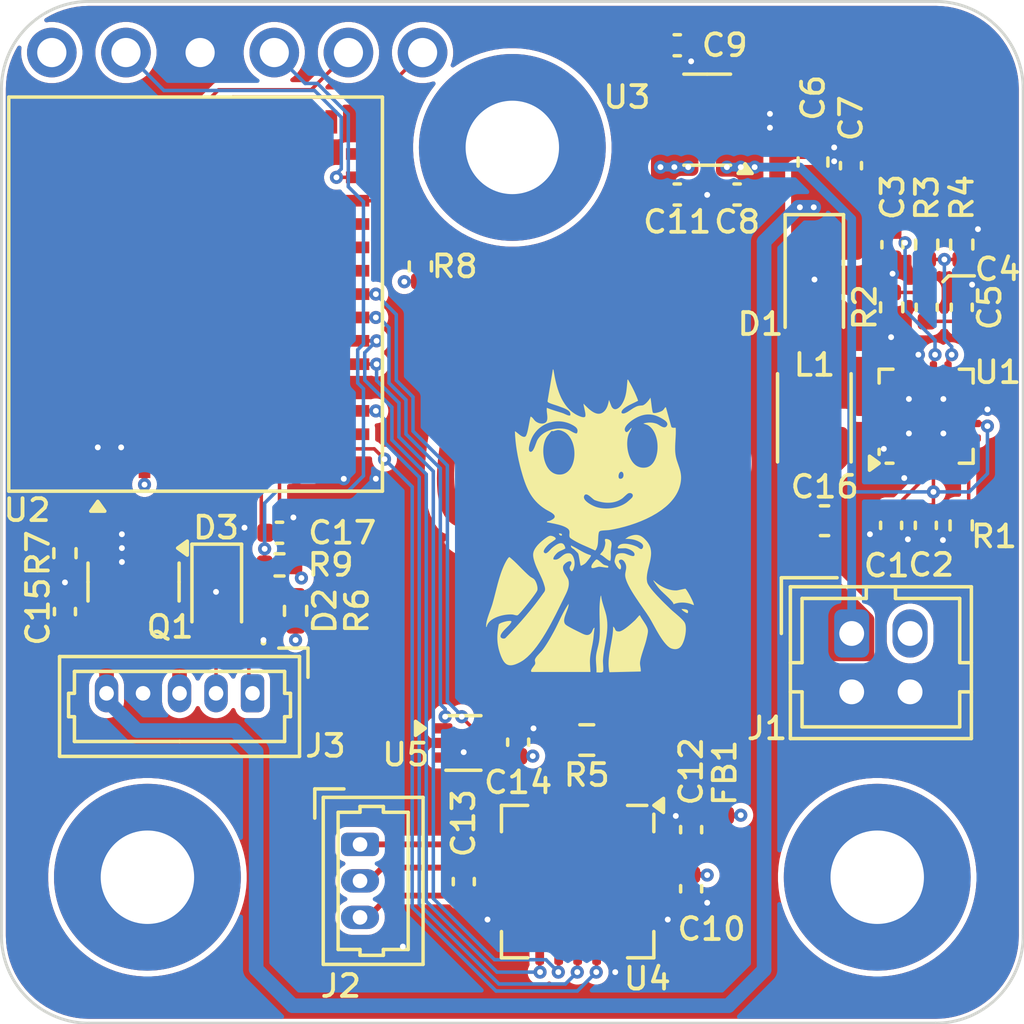
<source format=kicad_pcb>
(kicad_pcb (version 20241229) (generator "pcbnew") (generator_version "9.0")
  (layers (0 "F.Cu" signal) (4 "In1.Cu" signal) (6 "In2.Cu" signal) (2 "B.Cu" signal) (13 "F.Paste" user) (15 "B.Paste" user) (5 "F.SilkS" user "F.Silkscreen") (7 "B.SilkS" user "B.Silkscreen") (1 "F.Mask" user) (3 "B.Mask" user) (25 "Edge.Cuts" user))
  (net 0 "")
  (net 1 "GND")
  (net 2 "+3V3")
  (net 3 "+12V")
  (net 4 "Net-(U1-SS)")
  (net 5 "+5V")
  (net 6 "Net-(J3-Pin_3)")
  (net 7 "Net-(U1-FB)")
  (net 9 "Net-(U1-VCC)")
  (net 10 "Net-(C4-Pad2)")
  (net 11 "Net-(U1-COMP)")
  (net 12 "Net-(U3-BP)")
  (net 13 "Net-(U4-VDD)")
  (net 14 "Net-(J2-Pin_3)")
  (net 15 "Net-(J2-Pin_2)")
  (net 16 "Net-(D1-A)")
  (net 17 "Net-(D3-A)")
  (net 18 "Net-(J2-Pin_1)")
  (net 19 "Net-(U4-BIAS)")
  (net 20 "Net-(U4-ISENSOR)")
  (net 22 "Net-(U1-RT)")
  (net 43 "/EN")
  (net 44 "/IO8")
  (net 45 "/TXD")
  (net 46 "/SPICLK")
  (net 47 "/SPIMISO")
  (net 48 "/IO9")
  (net 49 "/SPIMOSI")
  (net 50 "/RXD")
  (net 51 "/IO4")
  (net 52 "/IO3")
  (net 53 "/SPICS")
  (net 54 "/SCL")
  (net 55 "/SDA")
  (net 56 "/PS_ON")
  (footprint "Capacitor_SMD:C_0402_1005Metric" (layer "F.Cu") (at 110.8375 100.15 -90)
    (property "Reference" "C13")
    (property "Value" "100nF/10nF" (hide yes))
  )
  (footprint "Capacitor_SMD:C_0603_1608Metric" (layer "F.Cu") (at 123.195 87.7875)
    (property "Reference" "C16")
    (property "Value" "2.2uF" (hide yes))
  )
  (footprint "Connector_Molex:Molex_PicoBlade_53047-0310_1x03_P1.25mm_Vertical" (layer "F.Cu") (at 107.2825 98.875 -90)
    (property "Reference" "J2")
    (property "Value" "Conn_01x03_MountingPin" (hide yes))
  )
  (footprint "Resistor_SMD:R_0402_1005Metric" (layer "F.Cu") (at 104.525 89.3 180)
    (property "Reference" "R9")
    (property "Value" "10K" (hide yes))
  )
  (footprint "Diode_SMD:D_SOD-323" (layer "F.Cu") (at 102.375 90.2 -90)
    (property "Reference" "D3")
    (property "Value" "1N4148WS" (hide yes))
  )
  (footprint "Package_TO_SOT_SMD:SOT-23-5" (layer "F.Cu") (at 119.175 74.05 180)
    (property "Reference" "U3")
    (property "Value" "RT9193-33GB" (hide yes))
  )
  (footprint "Resistor_SMD:R_0402_1005Metric" (layer "F.Cu") (at 97.175 88.9 -90)
    (property "Reference" "R7")
    (property "Value" "100K" (hide yes))
  )
  (footprint "Resistor_SMD:R_0402_1005Metric" (layer "F.Cu") (at 105.075 90.875 90)
    (property "Reference" "R6")
    (property "Value" "100K" (hide yes))
  )
  (footprint "Resistor_SMD:R_0402_1005Metric" (layer "F.Cu") (at 125.495 80.4775 -90)
    (property "Reference" "R2")
    (property "Value" "412R" (hide yes))
  )
  (footprint "Capacitor_SMD:C_0402_1005Metric" (layer "F.Cu") (at 104.525 88.2)
    (property "Reference" "C17")
    (property "Value" "1uF" (hide yes))
  )
  (footprint "Capacitor_SMD:C_0402_1005Metric" (layer "F.Cu") (at 118.625 98.37 90)
    (property "Reference" "C12")
    (property "Value" "100nF" (hide yes))
  )
  (footprint "MountingHole:MountingHole_3.2mm_M3_Pad" (layer "F.Cu") (at 125 100)
    (property "Reference" "REF**" (hide yes))
    (property "Value" "MountingHole_3.2mm_M3_Pad" (hide yes))
  )
  (footprint "Resistor_SMD:R_0402_1005Metric" (layer "F.Cu") (at 126.695 78.3275 -90)
    (property "Reference" "R3")
    (property "Value" "27.4K" (hide yes))
  )
  (footprint "Capacitor_SMD:C_0402_1005Metric" (layer "F.Cu") (at 126.695 80.4775 90)
    (property "Reference" "C4")
    (property "Value" "15nF" (hide yes))
  )
  (footprint "Capacitor_SMD:C_0402_1005Metric" (layer "F.Cu") (at 118.15 76.6125)
    (property "Reference" "C11")
    (property "Value" "1uF" (hide yes))
  )
  (footprint "Resistor_SMD:R_0402_1005Metric" (layer "F.Cu") (at 127.895 78.3275 90)
    (property "Reference" "R4")
    (property "Value" "2.49K" (hide yes))
  )
  (footprint "Capacitor_SMD:C_0402_1005Metric" (layer "F.Cu") (at 118.15 71.5)
    (property "Reference" "C9")
    (property "Value" "22nF" (hide yes))
  )
  (footprint "Capacitor_SMD:C_0603_1608Metric" (layer "F.Cu") (at 122.8 75.5 90)
    (property "Reference" "C6")
    (property "Value" "10uF" (hide yes))
  )
  (footprint "Resistor_SMD:R_0402_1005Metric" (layer "F.Cu") (at 109.35 79.075 90)
    (property "Reference" "R8")
    (property "Value" "10K" (hide yes))
  )
  (footprint "Capacitor_SMD:C_0402_1005Metric" (layer "F.Cu") (at 126.665 87.9475 90)
    (property "Reference" "C2")
    (property "Value" "100nF" (hide yes))
  )
  (footprint "Inductor_SMD:L_Sunlord_SWPA252012S" (layer "F.Cu") (at 122.845 84.2625 90)
    (property "Reference" "L1")
    (property "Value" "2.2uH" (hide yes))
  )
  (footprint "Capacitor_SMD:C_0402_1005Metric" (layer "F.Cu") (at 118.625 100.395 -90)
    (property "Reference" "C10")
    (property "Value" "100nF" (hide yes))
  )
  (footprint "Package_DFN_QFN:TQFN-20-1EP_5x5mm_P0.65mm_EP3.25x3.25mm" (layer "F.Cu") (at 114.7375 100.15 -90)
    (property "Reference" "U4")
    (property "Value" "MAX31865xTP" (hide yes))
  )
  (footprint "Capacitor_SMD:C_0402_1005Metric" (layer "F.Cu") (at 127.895 80.4775 90)
    (property "Reference" "C5")
    (property "Value" "300pF" (hide yes))
  )
  (footprint "Capacitor_SMD:C_0402_1005Metric" (layer "F.Cu") (at 124.1 75.625 90)
    (property "Reference" "C7")
    (property "Value" "100nF" (hide yes))
  )
  (footprint "Fan_Controller:ESP32-C6-MINI-1U" (layer "F.Cu") (at 102.3 80.025 90)
    (property "Reference" "U2")
    (property "Value" "ESP32-C6-MINI-1" (hide yes))
  )
  (footprint "Package_DFN_QFN:WQFN-16-1EP_3x3mm_P0.5mm_EP1.68x1.68mm_ThermalVias" (layer "F.Cu") (at 126.675 84.2075 90)
    (property "Reference" "U1")
    (property "Value" "LM51571" (hide yes))
  )
  (footprint "MountingHole:MountingHole_3.2mm_M3_Pad" (layer "F.Cu") (at 112.5 75)
    (property "Reference" "REF**" (hide yes))
    (property "Value" "MountingHole_3.2mm_M3_Pad" (hide yes))
  )
  (footprint "Diode_SMD:D_SOD-123F" (layer "F.Cu") (at 122.845 79.5125 -90)
    (property "Reference" "D1")
    (property "Value" "MBR1020VL" (hide yes))
  )
  (footprint "Connector_PinHeader_2.54mm:PinHeader_1x06_P2.54mm_Vertical" (layer "F.Cu") (at 96.725 71.75 90)
    (property "Reference" "J4" (hide yes))
    (property "Value" "Conn_01x06" (hide yes))
  )
  (footprint "Package_TO_SOT_SMD:SOT-23" (layer "F.Cu") (at 99.525 89.8875 -90)
    (property "Reference" "Q1")
    (property "Value" "AO3400A" (hide yes))
  )
  (footprint "Capacitor_SMD:C_0402_1005Metric" (layer "F.Cu") (at 125.52 78.3325 90)
    (property "Reference" "C3")
    (property "Value" "10nF" (hide yes))
  )
  (footprint "Resistor_SMD:R_0402_1005Metric" (layer "F.Cu") (at 127.875 87.9475 90)
    (property "Reference" "R1")
    (property "Value" "9.76K" (hide yes))
  )
  (footprint "Resistor_SMD:R_0603_1608Metric" (layer "F.Cu") (at 115.05 95.3 180)
    (property "Reference" "R5")
    (property "Value" "430R/4.3K" (hide yes))
  )
  (footprint "Capacitor_SMD:C_0402_1005Metric" (layer "F.Cu") (at 112.7 95.375 90)
    (property "Reference" "C14")
    (property "Value" "10nF" (hide yes))
  )
  (footprint "Capacitor_SMD:C_0402_1005Metric" (layer "F.Cu") (at 97.175 90.9 90)
    (property "Reference" "C15")
    (property "Value" "100nF" (hide yes))
  )
  (footprint "MountingHole:MountingHole_3.2mm_M3_Pad" (layer "F.Cu") (at 100 100)
    (property "Reference" "REF**" (hide yes))
    (property "Value" "MountingHole_3.2mm_M3_Pad" (hide yes))
  )
  (footprint "Capacitor_SMD:C_0402_1005Metric" (layer "F.Cu") (at 120.2 76.6125 180)
    (property "Reference" "C8")
    (property "Value" "1uF" (hide yes))
  )
  (footprint "Capacitor_SMD:C_0402_1005Metric" (layer "F.Cu") (at 125.475 87.9475 90)
    (property "Reference" "C1")
    (property "Value" "1uF" (hide yes))
  )
  (footprint "Inductor_SMD:L_0402_1005Metric" (layer "F.Cu") (at 119.775 98.37 -90)
    (property "Reference" "FB1")
    (property "Value" "120R@100MHz" (hide yes))
  )
  (footprint "Package_TO_SOT_SMD:SOT-563" (layer "F.Cu") (at 110.825 95.4)
    (property "Reference" "U5")
    (property "Value" "TMP112xxDRL" (hide yes))
  )
  (footprint "Connector_Molex:Molex_PicoBlade_53047-0510_1x05_P1.25mm_Vertical" (layer "F.Cu") (at 103.6 93.7 180)
    (property "Reference" "J3")
    (property "Value" "Conn_01x04_MountingPin" (hide yes))
  )
  (footprint "Connector_Hirose:Hirose_DF11-4DP-2DSA_2x02_P2.00mm_Vertical" (layer "F.Cu") (at 124.125 91.65)
    (property "Reference" "J1")
    (property "Value" "Conn_02x02_Odd_Even" (hide yes))
  )
  (footprint "Diode_SMD:D_0402_1005Metric" (layer "F.Cu") (at 103.975 90.875 90)
    (property "Reference" "D2")
    (property "Value" "D_TVS" (hide yes))
  )
  (gr_poly (pts (xy 115.793504 90.095216) (xy 115.800819 90.095748) (xy 115.807895 90.096608) (xy 115.81464 90.097757) (xy 115.832778 90.102196) (xy 115.857389 90.1095) (xy 115.922228 90.131255) (xy 116.001555 90.160127) (xy 116.087769 90.193224) (xy 116.173269 90.227654) (xy 116.250453 90.260522) (xy 116.31172 90.288937) (xy 116.334009 90.30057) (xy 116.349468 90.310005) (xy 116.367111 90.32355) (xy 116.385406 90.339689) (xy 116.404191 90.358117) (xy 116.423307 90.378526) (xy 116.442595 90.400609) (xy 116.461893 90.42406) (xy 116.481043 90.448571) (xy 116.499884 90.473836) (xy 116.518256 90.499547) (xy 116.536 90.525397) (xy 116.56896 90.576289) (xy 116.597486 90.624055) (xy 116.609685 90.645999) (xy 116.620296 90.66624) (xy 116.620455 90.666081) (xy 116.654695 90.729824) (xy 116.662602 90.745405) (xy 116.66978 90.760953) (xy 116.675997 90.776523) (xy 116.681018 90.792168) (xy 116.683008 90.800036) (xy 116.684611 90.807943) (xy 116.685798 90.815897) (xy 116.686541 90.823904) (xy 116.68681 90.83197) (xy 116.686576 90.840103) (xy 116.685809 90.848309) (xy 116.684481 90.856596) (xy 116.682562 90.864969) (xy 116.680024 90.873436) (xy 116.676836 90.882004) (xy 116.67297 90.890679) (xy 116.668397 90.899469) (xy 116.663087 90.908379) (xy 116.657012 90.917417) (xy 116.650141 90.92659) (xy 116.648395 90.928724) (xy 116.646612 90.930723) (xy 116.644799 90.932592) (xy 116.642962 90.934335) (xy 116.641105 90.935959) (xy 116.639234 90.937467) (xy 116.637357 90.938864) (xy 116.635477 90.940156) (xy 116.633601 90.941346) (xy 116.631734 90.94244) (xy 116.629882 90.943442) (xy 116.628051 90.944357) (xy 116.626247 90.945191) (xy 116.624475 90.945947) (xy 116.62105 90.947247) (xy 116.617823 90.948296) (xy 116.614838 90.949133) (xy 116.612142 90.949795) (xy 116.609779 90.95032) (xy 116.606238 90.951118) (xy 116.605151 90.951466) (xy 116.604798 90.951644) (xy 116.60458 90.951831) (xy 116.60391 90.952911) (xy 116.603313 90.954343) (xy 116.602765 90.956091) (xy 116.602241 90.958119) (xy 116.599917 90.968321) (xy 116.599158 90.971217) (xy 116.598281 90.974179) (xy 116.597261 90.977172) (xy 116.596074 90.980161) (xy 116.594697 90.983109) (xy 116.593105 90.985983) (xy 116.592221 90.98738) (xy 116.591274 90.988745) (xy 116.590262 90.990073) (xy 116.589181 90.99136) (xy 116.5618 91.021057) (xy 116.515958 91.068676) (xy 116.457881 91.127376) (xy 116.393799 91.190313) (xy 116.329941 91.250647) (xy 116.300042 91.277698) (xy 116.272534 91.301533) (xy 116.248197 91.321295) (xy 116.227808 91.33613) (xy 116.219337 91.341432) (xy 116.212146 91.345182) (xy 116.206331 91.347272) (xy 116.20199 91.347595) (xy 116.172121 91.31531) (xy 116.143739 91.282173) (xy 116.116792 91.248213) (xy 116.091232 91.213461) (xy 116.067008 91.177947) (xy 116.044068 91.141699) (xy 116.022365 91.104748) (xy 116.001846 91.067123) (xy 115.982462 91.028855) (xy 115.964163 90.989973) (xy 115.946898 90.950507) (xy 115.930617 90.910487) (xy 115.91527 90.869942) (xy 115.900806 90.828902) (xy 115.887177 90.787397) (xy 115.87433 90.745456) (xy 115.864582 90.71007) (xy 115.85597 90.674443) (xy 115.848183 90.638649) (xy 115.840913 90.60276) (xy 115.82669 90.530988) (xy 115.819119 90.495249) (xy 115.81083 90.459707) (xy 115.80246 90.430575) (xy 115.789438 90.38971) (xy 115.756974 90.289784) (xy 115.741296 90.239225) (xy 115.728498 90.193936) (xy 115.723768 90.174597) (xy 115.720463 90.158169) (xy 115.718819 90.145184) (xy 115.718694 90.140149) (xy 115.719073 90.136174) (xy 115.719918 90.132399) (xy 115.721018 90.128839) (xy 115.72236 90.12549) (xy 115.723934 90.122347) (xy 115.725728 90.119404) (xy 115.727729 90.116658) (xy 115.729926 90.114102) (xy 115.732308 90.111731) (xy 115.734863 90.109542) (xy 115.73758 90.107529) (xy 115.740446 90.105686) (xy 115.74345 90.10401) (xy 115.746581 90.102495) (xy 115.749827 90.101136) (xy 115.756617 90.098868) (xy 115.763726 90.097164) (xy 115.771063 90.095987) (xy 115.778534 90.095297) (xy 115.786045 90.095053)) (fill yes) (layer "F.Cu"))
  (gr_poly (pts (xy 114.779075 89.468411) (xy 114.799948 89.477082) (xy 114.824946 89.485892) (xy 114.853318 89.494819) (xy 114.917176 89.512936) (xy 114.985509 89.531258) (xy 115.052302 89.549609) (xy 115.111539 89.567815) (xy 115.136446 89.576809) (xy 115.157208 89.585701) (xy 115.173074 89.594469) (xy 115.178936 89.5988) (xy 115.183292 89.603092) (xy 115.188098 89.609424) (xy 115.192527 89.616429) (xy 115.196592 89.624065) (xy 115.200308 89.63229) (xy 115.20675 89.650343) (xy 115.211968 89.670258) (xy 115.216079 89.691704) (xy 115.219198 89.714351) (xy 115.221439 89.737867) (xy 115.22292 89.761922) (xy 115.223755 89.786185) (xy 115.22406 89.810326) (xy 115.223543 89.856918) (xy 115.221233 89.934085) (xy 115.221233 89.933927) (xy 114.556706 90.364615) (xy 114.563949 90.341154) (xy 114.572103 90.317403) (xy 114.59041 90.269152) (xy 114.629889 90.170504) (xy 114.639287 90.145571) (xy 114.648129 90.12059) (xy 114.656233 90.095591) (xy 114.663415 90.070605) (xy 114.669492 90.045662) (xy 114.674281 90.020791) (xy 114.677598 89.996024) (xy 114.679261 89.971391) (xy 114.679103 89.95505) (xy 114.677743 89.937753) (xy 114.675363 89.91967) (xy 114.672149 89.900973) (xy 114.663955 89.862418) (xy 114.654634 89.823456) (xy 114.645664 89.785454) (xy 114.641771 89.76724) (xy 114.638519 89.749779) (xy 114.636092 89.733242) (xy 114.634674 89.717799) (xy 114.63445 89.703621) (xy 114.635605 89.690881) (xy 114.636557 89.686858) (xy 114.638164 89.682397) (xy 114.64038 89.67752) (xy 114.643159 89.67225) (xy 114.650221 89.660627) (xy 114.658983 89.647713) (xy 114.703688 89.586879) (xy 114.715443 89.570308) (xy 114.726695 89.553563) (xy 114.737077 89.536832) (xy 114.746221 89.520301) (xy 114.750214 89.512169) (xy 114.753761 89.504156) (xy 114.756814 89.496286) (xy 114.759329 89.488583) (xy 114.761258 89.481069) (xy 114.762558 89.473769) (xy 114.76318 89.466704) (xy 114.763081 89.459899)) (fill yes) (layer "F.Cu"))
  (gr_poly (pts (xy 117.445386 86.048263) (xy 117.452426 86.048879) (xy 117.459517 86.049948) (xy 117.466623 86.051473) (xy 117.473709 86.053454) (xy 117.48074 86.055892) (xy 117.487682 86.058787) (xy 117.494499 86.062142) (xy 117.501156 86.065956) (xy 117.507619 86.07023) (xy 117.513852 86.074966) (xy 117.51982 86.080165) (xy 117.525488 86.085826) (xy 117.531421 86.093254) (xy 117.539309 86.104794) (xy 117.559706 86.137909) (xy 117.584192 86.180567) (xy 117.61028 86.228165) (xy 117.635483 86.276098) (xy 117.657312 86.319762) (xy 117.673282 86.354551) (xy 117.678292 86.367179) (xy 117.680904 86.375862) (xy 117.682388 86.384688) (xy 117.683254 86.393155) (xy 117.683527 86.401257) (xy 117.683231 86.408989) (xy 117.682393 86.416346) (xy 117.681037 86.423323) (xy 117.679187 86.429916) (xy 117.676869 86.436118) (xy 117.674107 86.441924) (xy 117.670927 86.447331) (xy 117.667353 86.452331) (xy 117.663411 86.456921) (xy 117.659124 86.461096) (xy 117.654519 86.464849) (xy 117.64962 86.468176) (xy 117.644451 86.471073) (xy 117.639039 86.473532) (xy 117.633407 86.475551) (xy 117.627581 86.477123) (xy 117.621586 86.478244) (xy 117.615446 86.478907) (xy 117.609186 86.479109) (xy 117.602831 86.478844) (xy 117.596407 86.478107) (xy 117.589938 86.476893) (xy 117.583449 86.475196) (xy 117.576965 86.473012) (xy 117.570511 86.470336) (xy 117.564111 86.467162) (xy 117.557792 86.463485) (xy 117.551576 86.4593) (xy 117.545491 86.454602) (xy 117.545491 86.454603) (xy 117.541203 86.449262) (xy 117.533986 86.438179) (xy 117.512508 86.402002) (xy 117.484537 86.352497) (xy 117.453554 86.296091) (xy 117.423041 86.239208) (xy 117.396476 86.188275) (xy 117.377343 86.149716) (xy 117.37165 86.137086) (xy 117.36912 86.129959) (xy 117.367795 86.121679) (xy 117.367222 86.113835) (xy 117.367364 86.106428) (xy 117.368188 86.099459) (xy 117.369657 86.092929) (xy 117.371737 86.086839) (xy 117.374394 86.081189) (xy 117.37759 86.075981) (xy 117.381293 86.071216) (xy 117.385467 86.066894) (xy 117.390076 86.063017) (xy 117.395086 86.059585) (xy 117.400461 86.056598) (xy 117.406167 86.054059) (xy 117.412169 86.051968) (xy 117.418431 86.050326) (xy 117.424919 86.049133) (xy 117.431598 86.048391) (xy 117.438432 86.048101)) (fill yes) (layer "F.Cu"))
  (gr_poly (pts (xy 115.269005 90.171205) (xy 115.271831 90.17169) (xy 115.274477 90.172422) (xy 115.276952 90.173399) (xy 115.279263 90.174619) (xy 115.281419 90.17608) (xy 115.283426 90.177781) (xy 115.285292 90.179719) (xy 115.287025 90.181893) (xy 115.288633 90.184302) (xy 115.290123 90.186942) (xy 115.291503 90.189813) (xy 115.29278 90.192913) (xy 115.293962 90.196239) (xy 115.296073 90.203564) (xy 115.297897 90.211774) (xy 115.299494 90.220854) (xy 115.300925 90.230789) (xy 115.300926 90.230789) (xy 115.302842 90.249867) (xy 115.303725 90.269377) (xy 115.303689 90.289261) (xy 115.302845 90.30946) (xy 115.301308 90.329916) (xy 115.29919 90.35057) (xy 115.293663 90.392238) (xy 115.28061 90.475373) (xy 115.274893 90.515903) (xy 115.272633 90.535703) (xy 115.270921 90.555116) (xy 115.268683 90.59484) (xy 115.267302 90.636517) (xy 115.265544 90.722933) (xy 115.264381 90.766279) (xy 115.262505 90.808785) (xy 115.259525 90.849755) (xy 115.257497 90.869445) (xy 115.255047 90.88849) (xy 115.244819 90.937492) (xy 115.22475 91.015438) (xy 115.197366 91.111613) (xy 115.165194 91.215297) (xy 115.13076 91.315774) (xy 115.113484 91.361461) (xy 115.096589 91.402327) (xy 115.080393 91.437032) (xy 115.06521 91.464237) (xy 115.058097 91.474609) (xy 115.051356 91.482603) (xy 115.045026 91.488052) (xy 115.039147 91.490788) (xy 115.02091 91.477584) (xy 114.996105 91.462779) (xy 114.965742 91.446612) (xy 114.930829 91.429324) (xy 114.8514 91.392346) (xy 114.765898 91.353767) (xy 114.682406 91.315507) (xy 114.609004 91.279489) (xy 114.578612 91.262921) (xy 114.553774 91.247634) (xy 114.535498 91.233869) (xy 114.529138 91.227632) (xy 114.524797 91.221865) (xy 114.520981 91.214472) (xy 114.51796 91.206544) (xy 114.515696 91.198114) (xy 114.51415 91.189218) (xy 114.513282 91.179888) (xy 114.513054 91.170159) (xy 114.513427 91.160064) (xy 114.514361 91.149639) (xy 114.517761 91.12793) (xy 114.522941 91.105305) (xy 114.52959 91.082035) (xy 114.537397 91.058392) (xy 114.604172 90.88849) (xy 114.657968 90.711464) (xy 114.672147 90.667389) (xy 114.687329 90.623703) (xy 114.703869 90.580563) (xy 114.71276 90.559248) (xy 114.722123 90.538129) (xy 114.737597 90.531361) (xy 114.753231 90.523744) (xy 114.784921 90.506194) (xy 114.817075 90.485932) (xy 114.849577 90.463415) (xy 114.882308 90.439095) (xy 114.915152 90.413428) (xy 114.980707 90.359872) (xy 115.045302 90.306383) (xy 115.076945 90.2808) (xy 115.107997 90.256598) (xy 115.138339 90.234231) (xy 115.167853 90.214154) (xy 115.196423 90.196821) (xy 115.223932 90.182687) (xy 115.234265 90.178252) (xy 115.239044 90.176433) (xy 115.243576 90.174877) (xy 115.247868 90.173582) (xy 115.251928 90.172548) (xy 115.255762 90.171771) (xy 115.25938 90.17125) (xy 115.262788 90.170983) (xy 115.265994 90.170969)) (fill yes) (layer "F.Cu"))
  (gr_poly (pts (xy 113.701881 86.295584) (xy 113.708385 86.296248) (xy 113.715111 86.297314) (xy 113.722058 86.298789) (xy 113.729223 86.30068) (xy 113.736602 86.302996) (xy 113.740215 86.304957) (xy 113.744244 86.308483) (xy 113.753414 86.319841) (xy 113.76384 86.336291) (xy 113.775248 86.357058) (xy 113.787368 86.381362) (xy 113.799925 86.408425) (xy 113.825264 86.467719) (xy 113.849086 86.528717) (xy 113.869209 86.585197) (xy 113.877202 86.609797) (xy 113.883453 86.630935) (xy 113.887689 86.647831) (xy 113.889638 86.659708) (xy 113.889942 86.667119) (xy 113.889681 86.674343) (xy 113.888881 86.681367) (xy 113.88757 86.688177) (xy 113.885774 86.694762) (xy 113.883519 86.701108) (xy 113.880833 86.707204) (xy 113.877741 86.713035) (xy 113.874271 86.71859) (xy 113.870449 86.723856) (xy 113.866301 86.72882) (xy 113.861855 86.73347) (xy 113.857137 86.737792) (xy 113.852173 86.741774) (xy 113.846991 86.745403) (xy 113.841616 86.748667) (xy 113.836075 86.751553) (xy 113.830396 86.754048) (xy 113.824605 86.75614) (xy 113.818727 86.757815) (xy 113.812791 86.759061) (xy 113.806822 86.759866) (xy 113.800848 86.760216) (xy 113.794894 86.760099) (xy 113.788987 86.759503) (xy 113.783155 86.758414) (xy 113.777424 86.75682) (xy 113.771819 86.754708) (xy 113.766369 86.752066) (xy 113.761099 86.74888) (xy 113.756037 86.745138) (xy 113.751208 86.740828) (xy 113.751049 86.740829) (xy 113.746329 86.734208) (xy 113.739856 86.722163) (xy 113.722761 86.68479) (xy 113.701991 86.634677) (xy 113.67977 86.577793) (xy 113.658323 86.520104) (xy 113.639874 86.46758) (xy 113.62665 86.426189) (xy 113.622691 86.411533) (xy 113.620874 86.401898) (xy 113.620295 86.394568) (xy 113.620014 86.387436) (xy 113.62003 86.38051) (xy 113.620338 86.373797) (xy 113.620937 86.367306) (xy 113.621823 86.361042) (xy 113.622993 86.355014) (xy 113.624446 86.34923) (xy 113.626177 86.343697) (xy 113.628185 86.338422) (xy 113.630466 86.333413) (xy 113.633018 86.328677) (xy 113.635838 86.324223) (xy 113.638923 86.320057) (xy 113.64227 86.316187) (xy 113.645877 86.312621) (xy 113.64974 86.309366) (xy 113.653858 86.306429) (xy 113.658226 86.303819) (xy 113.662843 86.301543) (xy 113.667706 86.299607) (xy 113.672811 86.298021) (xy 113.678156 86.296791) (xy 113.683739 86.295924) (xy 113.689556 86.29543) (xy 113.695604 86.295314)) (fill yes) (layer "F.Cu"))
  (gr_poly (pts (xy 117.742257 85.949569) (xy 117.74678 85.949966) (xy 117.751211 85.950671) (xy 117.755589 85.951675) (xy 117.75995 85.952971) (xy 117.764333 85.954551) (xy 117.768776 85.956408) (xy 117.773316 85.958533) (xy 117.777992 85.96092) (xy 117.782842 85.96356) (xy 117.787903 85.966446) (xy 117.794461 85.971513) (xy 117.803527 85.980359) (xy 117.814725 85.992474) (xy 117.827677 86.007349) (xy 117.857345 86.043337) (xy 117.889523 86.084239) (xy 117.921201 86.125975) (xy 117.949373 86.164462) (xy 117.971031 86.19562) (xy 117.978476 86.207175) (xy 117.983165 86.215366) (xy 117.987388 86.224307) (xy 117.991046 86.233222) (xy 117.994146 86.242082) (xy 117.996698 86.250859) (xy 117.998711 86.259526) (xy 118.000193 86.268054) (xy 118.001153 86.276415) (xy 118.0016 86.284581) (xy 118.001543 86.292524) (xy 118.00099 86.300215) (xy 117.999951 86.307627) (xy 117.998435 86.314731) (xy 117.996449 86.3215) (xy 117.994004 86.327904) (xy 117.991108 86.333917) (xy 117.987769 86.339509) (xy 117.983996 86.344653) (xy 117.9798 86.34932) (xy 117.975187 86.353483) (xy 117.970167 86.357113) (xy 117.96475 86.360182) (xy 117.958943 86.362662) (xy 117.952755 86.364525) (xy 117.946196 86.365742) (xy 117.939274 86.366287) (xy 117.931999 86.366129) (xy 117.924378 86.365242) (xy 117.916421 86.363597) (xy 117.908136 86.361166) (xy 117.899533 86.357921) (xy 117.89062 86.353833) (xy 117.881407 86.348875) (xy 117.868743 86.339544) (xy 117.852392 86.324253) (xy 117.833201 86.303841) (xy 117.812018 86.279147) (xy 117.789691 86.251008) (xy 117.767068 86.220262) (xy 117.744996 86.187749) (xy 117.724324 86.154307) (xy 117.705899 86.120773) (xy 117.690569 86.087987) (xy 117.68433 86.072136) (xy 117.679182 86.056786) (xy 117.675232 86.042042) (xy 117.672586 86.028009) (xy 117.67135 86.014791) (xy 117.671629 86.002494) (xy 117.67353 85.991222) (xy 117.677158 85.981079) (xy 117.68262 85.972172) (xy 117.690022 85.964604) (xy 117.699469 85.95848) (xy 117.711068 85.953905) (xy 117.711067 85.954064) (xy 117.716937 85.952457) (xy 117.722488 85.951204) (xy 117.727758 85.950296) (xy 117.732784 85.949726) (xy 117.737604 85.949486)) (fill yes) (layer "F.Cu"))
  (gr_poly (pts (xy 114.320011 79.313732) (xy 114.355335 79.315814) (xy 114.389658 79.319694) (xy 114.422945 79.325327) (xy 114.455162 79.332672) (xy 114.486272 79.341682) (xy 114.516239 79.352314) (xy 114.545028 79.364525) (xy 114.572604 79.378271) (xy 114.59893 79.393506) (xy 114.623971 79.410188) (xy 114.647692 79.428272) (xy 114.670056 79.447715) (xy 114.691029 79.468472) (xy 114.710574 79.490499) (xy 114.728656 79.513753) (xy 114.745239 79.538189) (xy 114.760287 79.563764) (xy 114.773766 79.590433) (xy 114.785638 79.618153) (xy 114.79587 79.646879) (xy 114.804424 79.676568) (xy 114.811266 79.707175) (xy 114.816359 79.738657) (xy 114.819669 79.77097) (xy 114.821159 79.804069) (xy 114.820794 79.837911) (xy 114.818538 79.872452) (xy 114.814356 79.907647) (xy 114.808211 79.943453) (xy 114.800069 79.979826) (xy 114.795868 79.993771) (xy 114.789915 80.009874) (xy 114.774436 80.047032) (xy 114.757 80.08826) (xy 114.7486 80.109451) (xy 114.740974 80.130519) (xy 114.734542 80.151085) (xy 114.729726 80.170769) (xy 114.728055 80.180162) (xy 114.726946 80.189191) (xy 114.72645 80.19781) (xy 114.726622 80.20597) (xy 114.727514 80.213625) (xy 114.729177 80.220727) (xy 114.731665 80.227229) (xy 114.73503 80.233082) (xy 114.739326 80.23824) (xy 114.744604 80.242655) (xy 114.750917 80.24628) (xy 114.758318 80.249066) (xy 114.788948 80.249659) (xy 114.819527 80.249601) (xy 114.880565 80.247932) (xy 115.002396 80.241188) (xy 115.063322 80.237716) (xy 115.124346 80.235247) (xy 115.185533 80.234583) (xy 115.216208 80.235178) (xy 115.24695 80.236525) (xy 115.472734 80.257551) (xy 115.702043 80.294695) (xy 115.933608 80.34709) (xy 116.166162 80.413873) (xy 116.398437 80.494179) (xy 116.629165 80.587143) (xy 116.857079 80.691901) (xy 117.080909 80.807588) (xy 117.29939 80.933339) (xy 117.511252 81.068291) (xy 117.715228 81.211578) (xy 117.910051 81.362335) (xy 118.094451 81.519698) (xy 118.267162 81.682803) (xy 118.426916 81.850785) (xy 118.572445 82.02278) (xy 118.683795 82.167863) (xy 118.79407 82.321042) (xy 118.903005 82.481403) (xy 119.010337 82.648034) (xy 119.115801 82.820021) (xy 119.219133 82.996453) (xy 119.418344 83.358998) (xy 119.605858 83.728367) (xy 119.77956 84.097257) (xy 119.937338 84.458368) (xy 120.077077 84.804397) (xy 120.077078 84.804711) (xy 120.126069 84.938901) (xy 120.17181 85.081112) (xy 120.213007 85.229779) (xy 120.248367 85.383337) (xy 120.276598 85.540223) (xy 120.296406 85.698871) (xy 120.306497 85.857718) (xy 120.305579 86.015199) (xy 120.300588 86.092939) (xy 120.292359 86.169751) (xy 120.280731 86.245439) (xy 120.265543 86.319808) (xy 120.246633 86.392662) (xy 120.223838 86.463806) (xy 120.196998 86.533044) (xy 120.165951 86.600181) (xy 120.130536 86.665021) (xy 120.090589 86.727369) (xy 120.045951 86.787029) (xy 119.996459 86.843805) (xy 119.941952 86.897502) (xy 119.882267 86.947925) (xy 119.817244 86.994878) (xy 119.74672 87.038165) (xy 119.735438 87.043939) (xy 119.720389 87.05073) (xy 119.681414 87.066685) (xy 119.584914 87.103331) (xy 119.537077 87.121307) (xy 119.495975 87.137239) (xy 119.466451 87.149772) (xy 119.457545 87.154338) (xy 119.453351 87.157545) (xy 119.449846 87.163967) (xy 119.447247 87.171261) (xy 119.445502 87.179374) (xy 119.444563 87.188252) (xy 119.444378 87.197843) (xy 119.444897 87.208093) (xy 119.447848 87.230356) (xy 119.453016 87.254616) (xy 119.459997 87.280445) (xy 119.468391 87.307417) (xy 119.477797 87.335106) (xy 119.51751 87.4445) (xy 119.525953 87.469375) (xy 119.532999 87.492408) (xy 119.538248 87.513173) (xy 119.541297 87.531242) (xy 119.544436 87.565078) (xy 119.546469 87.59907) (xy 119.547394 87.633167) (xy 119.547209 87.667314) (xy 119.54591 87.701459) (xy 119.543496 87.735548) (xy 119.539963 87.769528) (xy 119.535309 87.803347) (xy 119.529533 87.83695) (xy 119.522631 87.870285) (xy 119.5146 87.903299) (xy 119.505439 87.935938) (xy 119.495145 87.968149) (xy 119.483715 87.999879) (xy 119.471147 88.031076) (xy 119.457438 88.061685) (xy 119.442586 88.091653) (xy 119.426588 88.120928) (xy 119.409442 88.149457) (xy 119.391145 88.177185) (xy 119.371695 88.20406) (xy 119.35109 88.230029) (xy 119.329326 88.255039) (xy 119.306402 88.279036) (xy 119.282314 88.301967) (xy 119.257061 88.323779) (xy 119.23064 88.34442) (xy 119.203048 88.363835) (xy 119.174282 88.381971) (xy 119.144341 88.398776) (xy 119.113222 88.414197) (xy 119.080922 88.428179) (xy 119.103782 88.368086) (xy 119.11423 88.337755) (xy 119.123986 88.307239) (xy 119.133022 88.27654) (xy 119.141307 88.24566) (xy 119.148815 88.214601) (xy 119.155516 88.183367) (xy 119.161381 88.151961) (xy 119.166383 88.120383) (xy 119.170492 88.088638) (xy 119.17368 88.056727) (xy 119.175918 88.024654) (xy 119.177178 87.99242) (xy 119.177431 87.960029) (xy 119.176649 87.927483) (xy 119.174605 87.889721) (xy 119.17015 87.836102) (xy 119.166744 87.805529) (xy 119.162406 87.773613) (xy 119.157027 87.741225) (xy 119.150495 87.709241) (xy 119.142702 87.678532) (xy 119.133539 87.649974) (xy 119.128408 87.636773) (xy 119.122894 87.624438) (xy 119.116982 87.613077) (xy 119.110659 87.602799) (xy 119.10391 87.593714) (xy 119.096723 87.58593) (xy 119.089083 87.579557) (xy 119.080977 87.574704) (xy 119.072391 87.57148) (xy 119.063312 87.569995) (xy 119.053725 87.570357) (xy 119.043616 87.572676) (xy 119.029983 87.593159) (xy 119.017897 87.614483) (xy 119.007187 87.63656) (xy 118.997676 87.659302) (xy 118.989191 87.682619) (xy 118.981558 87.706424) (xy 118.974603 87.730627) (xy 118.968151 87.75514) (xy 118.943894 87.85452) (xy 118.937347 87.879254) (xy 118.930258 87.903766) (xy 118.922454 87.927968) (xy 118.913759 87.951771) (xy 118.890495 88.006672) (xy 118.864557 88.059393) (xy 118.836182 88.110111) (xy 118.805607 88.159001) (xy 118.773067 88.20624) (xy 118.738799 88.252004) (xy 118.666027 88.339808) (xy 118.589184 88.423823) (xy 118.510162 88.505454) (xy 118.353153 88.667198) (xy 118.278951 88.750126) (xy 118.210141 88.836302) (xy 118.17835 88.881047) (xy 118.148616 88.927133) (xy 118.121177 88.974734) (xy 118.096268 89.024026) (xy 118.074127 89.075186) (xy 118.05499 89.12839) (xy 118.039094 89.183813) (xy 118.026675 89.241631) (xy 118.01797 89.302021) (xy 118.013215 89.365158) (xy 118.012648 89.431218) (xy 118.016504 89.500378) (xy 118.020009 89.53094) (xy 118.025049 89.560256) (xy 118.031535 89.588441) (xy 118.039379 89.61561) (xy 118.048494 89.641879) (xy 118.058792 89.667362) (xy 118.070185 89.692176) (xy 118.082584 89.716436) (xy 118.095903 89.740257) (xy 118.110052 89.763754) (xy 118.124945 89.787042) (xy 118.140493 89.810238) (xy 118.173204 89.856811) (xy 118.207481 89.904396) (xy 118.177665 89.911569) (xy 118.146881 89.916607) (xy 118.115258 89.919567) (xy 118.082927 89.920505) (xy 118.050014 89.919478) (xy 118.016651 89.916544) (xy 117.982965 89.91176) (xy 117.949085 89.905182) (xy 117.915142 89.896868) (xy 117.881263 89.886875) (xy 117.847579 89.875259) (xy 117.814217 89.862078) (xy 117.781308 89.847388) (xy 117.748979 89.831247) (xy 117.717361 89.813711) (xy 117.686582 89.794839) (xy 117.656772 89.774685) (xy 117.628058 89.753309) (xy 117.600572 89.730766) (xy 117.57444 89.707113) (xy 117.549793 89.682409) (xy 117.52676 89.656708) (xy 117.50547 89.63007) (xy 117.486051 89.60255) (xy 117.468633 89.574206) (xy 117.453345 89.545094) (xy 117.440316 89.515272) (xy 117.429675 89.484797) (xy 117.421551 89.453725) (xy 117.416073 89.422114) (xy 117.413371 89.390021) (xy 117.413572 89.357502) (xy 117.417535 89.308588) (xy 117.423887 89.261046) (xy 117.432095 89.21464) (xy 117.441624 89.169136) (xy 117.482251 88.991425) (xy 117.490364 88.946897) (xy 117.496589 88.901859) (xy 117.500392 88.856075) (xy 117.501239 88.809309) (xy 117.498596 88.761327) (xy 117.495798 88.736806) (xy 117.491926 88.711892) (xy 117.486915 88.686557) (xy 117.480697 88.660771) (xy 117.473205 88.634504) (xy 117.464372 88.607727) (xy 117.45703 88.589583) (xy 117.447452 88.569978) (xy 117.43601 88.549182) (xy 117.423072 88.527463) (xy 117.39419 88.482337) (xy 117.363764 88.436752) (xy 117.334752 88.392865) (xy 117.321701 88.372231) (xy 117.310112 88.352828) (xy 117.300355 88.334927) (xy 117.292801 88.318797) (xy 117.289965 88.31148) (xy 117.287819 88.304707) (xy 117.286408 88.29851) (xy 117.285778 88.292925) (xy 117.285975 88.279584) (xy 117.287431 88.261993) (xy 117.293582 88.216504) (xy 117.303163 88.161338) (xy 117.315107 88.101373) (xy 117.328346 88.041491) (xy 117.341812 87.98657) (xy 117.354437 87.94149) (xy 117.360101 87.924166) (xy 117.365154 87.911131) (xy 117.368611 87.903918) (xy 117.372538 87.896946) (xy 117.37691 87.890206) (xy 117.381702 87.883688) (xy 117.38689 87.877383) (xy 117.39245 87.87128) (xy 117.404585 87.859644) (xy 117.417912 87.848703) (xy 117.432235 87.83838) (xy 117.447357 87.828596) (xy 117.463082 87.819275) (xy 117.495559 87.80171) (xy 117.528098 87.785066) (xy 117.559129 87.768724) (xy 117.57359 87.760472) (xy 117.587086 87.752064) (xy 117.687695 87.683383) (xy 117.785698 87.611342) (xy 117.88048 87.535847) (xy 117.971429 87.456807) (xy 118.057932 87.374126) (xy 118.139375 87.287712) (xy 118.215147 87.197472) (xy 118.284633 87.103313) (xy 118.347221 87.00514) (xy 118.402298 86.902862) (xy 118.42067 86.861199) (xy 119.34105 86.861199) (xy 119.341558 86.869353) (xy 119.342957 86.877086) (xy 119.345312 86.884349) (xy 119.348692 86.891097) (xy 119.353164 86.897281) (xy 119.358794 86.902854) (xy 119.36565 86.907769) (xy 119.373799 86.911978) (xy 119.383309 86.915435) (xy 119.394246 86.918091) (xy 119.406677 86.9199) (xy 119.413289 86.920128) (xy 119.420562 86.919534) (xy 119.42845 86.918161) (xy 119.436907 86.916053) (xy 119.455341 86.909808) (xy 119.475492 86.901152) (xy 119.496989 86.890437) (xy 119.519461 86.878014) (xy 119.542536 86.864235) (xy 119.565843 86.849454) (xy 119.58901 86.834022) (xy 119.611667 86.81829) (xy 119.653962 86.787338) (xy 119.689757 86.759415) (xy 119.71608 86.737337) (xy 119.755819 86.700554) (xy 119.792544 86.663172) (xy 119.826332 86.625212) (xy 119.857259 86.586692) (xy 119.885402 86.547632) (xy 119.910837 86.508051) (xy 119.933639 86.467969) (xy 119.953885 86.427405) (xy 119.971651 86.386378) (xy 119.987013 86.344909) (xy 120.000047 86.303015) (xy 120.01083 86.260718) (xy 120.019436 86.218035) (xy 120.025944 86.174987) (xy 120.032965 86.087871) (xy 120.032502 85.999525) (xy 120.025164 85.910105) (xy 120.011559 85.819766) (xy 119.992298 85.728662) (xy 119.967988 85.636948) (xy 119.93924 85.544781) (xy 119.906661 85.452315) (xy 119.870861 85.359704) (xy 119.856414 85.325022) (xy 119.835143 85.276524) (xy 119.808901 85.219492) (xy 119.77954 85.159203) (xy 119.76427 85.129488) (xy 119.748915 85.100939) (xy 119.733707 85.074216) (xy 119.718878 85.049978) (xy 119.704659 85.028887) (xy 119.691281 85.011601) (xy 119.684981 85.004592) (xy 119.678977 84.998781) (xy 119.6733 84.994252) (xy 119.667979 84.991087) (xy 119.664088 84.989353) (xy 119.660211 84.987835) (xy 119.656345 84.986521) (xy 119.652483 84.985399) (xy 119.648623 84.984459) (xy 119.644759 84.983689) (xy 119.640887 84.983078) (xy 119.637003 84.982614) (xy 119.633102 84.982286) (xy 119.62918 84.982082) (xy 119.625232 84.981991) (xy 119.621255 84.982001) (xy 119.613192 84.982282) (xy 119.604956 84.982832) (xy 119.601983 85.012022) (xy 119.600733 85.041194) (xy 119.601006 85.070354) (xy 119.602604 85.099506) (xy 119.60533 85.128655) (xy 119.608985 85.157807) (xy 119.618291 85.216135) (xy 119.639335 85.333032) (xy 119.643947 85.362335) (xy 119.647904 85.391679) (xy 119.651007 85.421069) (xy 119.653057 85.45051) (xy 119.655309 85.526071) (xy 119.654758 85.602825) (xy 119.651519 85.680546) (xy 119.645708 85.759008) (xy 119.637437 85.837986) (xy 119.626823 85.917256) (xy 119.61398 85.996591) (xy 119.599023 86.075766) (xy 119.582065 86.154556) (xy 119.563222 86.232736) (xy 119.542609 86.31008) (xy 119.52034 86.386363) (xy 119.496529 86.46136) (xy 119.471292 86.534844) (xy 119.444743 86.606592) (xy 119.416996 86.676377) (xy 119.411147 86.689102) (xy 119.403484 86.703926) (xy 119.384866 86.738359) (xy 119.374986 86.75721) (xy 119.365441 86.776646) (xy 119.356769 86.796289) (xy 119.349507 86.815759) (xy 119.346573 86.825312) (xy 119.344193 86.834679) (xy 119.342435 86.843815) (xy 119.341364 86.85267) (xy 119.34105 86.861199) (xy 118.42067 86.861199) (xy 118.44925 86.796384) (xy 118.469489 86.741541) (xy 118.487466 86.685614) (xy 118.503106 86.62859) (xy 118.516331 86.570458) (xy 118.527066 86.511206) (xy 118.535234 86.450823) (xy 118.540757 86.389297) (xy 118.54356 86.326616) (xy 118.543565 86.262768) (xy 118.540697 86.197743) (xy 118.536814 86.155202) (xy 118.531028 86.113643) (xy 118.523559 86.072953) (xy 118.514629 86.033015) (xy 118.50446 85.993715) (xy 118.493272 85.954939) (xy 118.468723 85.878497) (xy 118.417132 85.726836) (xy 118.405004 85.688505) (xy 118.393627 85.649779) (xy 118.383222 85.610543) (xy 118.374009 85.57068) (xy 118.361676 85.504209) (xy 118.352526 85.437288) (xy 118.346187 85.369968) (xy 118.342284 85.302301) (xy 118.340444 85.234339) (xy 118.340294 85.166135) (xy 118.343569 85.029204) (xy 118.353962 84.754708) (xy 118.355105 84.617972) (xy 118.353356 84.549914) (xy 118.349562 84.482132) (xy 118.415278 84.384519) (xy 118.47286 84.282208) (xy 118.522187 84.175867) (xy 118.563138 84.066165) (xy 118.595589 83.953767) (xy 118.61942 83.839342) (xy 118.634507 83.723558) (xy 118.640729 83.607082) (xy 118.637964 83.490582) (xy 118.626089 83.374725) (xy 118.604983 83.260179) (xy 118.574523 83.147612) (xy 118.555748 83.092279) (xy 118.534588 83.037692) (xy 118.511029 82.983932) (xy 118.485055 82.931085) (xy 118.456651 82.879233) (xy 118.425801 82.82846) (xy 118.392492 82.778849) (xy 118.356706 82.730484) (xy 118.335788 82.704677) (xy 118.307801 82.672436) (xy 118.274709 82.636706) (xy 118.256863 82.618451) (xy 118.238477 82.600428) (xy 118.219797 82.583004) (xy 118.201069 82.566547) (xy 118.182538 82.551425) (xy 118.16445 82.538005) (xy 118.14705 82.526656) (xy 118.138684 82.521873) (xy 118.130584 82.517745) (xy 118.122777 82.514319) (xy 118.115297 82.511641) (xy 118.108173 82.509756) (xy 118.101435 82.508711) (xy 118.089627 82.508386) (xy 118.07979 82.509751) (xy 118.071823 82.512702) (xy 118.065623 82.517132) (xy 118.061089 82.522936) (xy 118.058117 82.530009) (xy 118.056607 82.538244) (xy 118.056455 82.547537) (xy 118.057559 82.557782) (xy 118.059817 82.568873) (xy 118.063126 82.580705) (xy 118.067386 82.593171) (xy 118.078343 82.619588) (xy 118.091871 82.647279) (xy 118.107151 82.6754) (xy 118.123366 82.703106) (xy 118.155326 82.753897) (xy 118.194463 82.813352) (xy 118.232458 82.887968) (xy 118.267103 82.963694) (xy 118.298247 83.040425) (xy 118.325737 83.118057) (xy 118.349419 83.196488) (xy 118.369142 83.275614) (xy 118.384752 83.35533) (xy 118.396096 83.435533) (xy 118.403021 83.516119) (xy 118.405376 83.596985) (xy 118.403007 83.678026) (xy 118.395761 83.75914) (xy 118.383485 83.840221) (xy 118.366028 83.921168) (xy 118.343235 84.001875) (xy 118.314955 84.08224) (xy 118.304308 84.108103) (xy 118.287141 84.146204) (xy 118.276563 84.168135) (xy 118.264895 84.191074) (xy 118.252318 84.214337) (xy 118.239012 84.23724) (xy 118.225158 84.2591) (xy 118.210934 84.279232) (xy 118.196523 84.296952) (xy 118.189303 84.304694) (xy 118.182103 84.311577) (xy 118.174946 84.317515) (xy 118.167855 84.322423) (xy 118.160852 84.326215) (xy 118.15396 84.328806) (xy 118.147201 84.330109) (xy 118.140597 84.330041) (xy 118.134172 84.328515) (xy 118.127947 84.325445) (xy 118.121235 84.316909) (xy 118.112359 84.29913) (xy 118.089237 84.240678) (xy 118.060824 84.159761) (xy 118.029363 84.066048) (xy 117.966275 83.878917) (xy 117.939134 83.804838) (xy 117.927646 83.776901) (xy 117.917921 83.756644) (xy 117.915854 83.753038) (xy 117.91365 83.749536) (xy 117.911321 83.74613) (xy 117.908879 83.742815) (xy 117.903702 83.736423) (xy 117.898213 83.730302) (xy 117.892508 83.724393) (xy 117.88668 83.718638) (xy 117.875038 83.707353) (xy 117.869412 83.701706) (xy 117.864043 83.695979) (xy 117.859025 83.690111) (xy 117.856677 83.687107) (xy 117.854453 83.684046) (xy 117.852363 83.680921) (xy 117.850421 83.677724) (xy 117.848637 83.674449) (xy 117.847024 83.671087) (xy 117.845593 83.667632) (xy 117.844357 83.664076) (xy 117.843327 83.660412) (xy 117.842514 83.656632) (xy 117.841222 83.64756) (xy 117.840626 83.638554) (xy 117.840641 83.629608) (xy 117.841187 83.620712) (xy 117.84218 83.611861) (xy 117.843538 83.603046) (xy 117.845178 83.594259) (xy 117.847019 83.585492) (xy 117.850968 83.567991) (xy 117.854725 83.55048) (xy 117.856326 83.541702) (xy 117.857631 83.532899) (xy 117.858558 83.524063) (xy 117.859024 83.515186) (xy 117.860493 83.419588) (xy 117.860249 83.325972) (xy 117.857922 83.234247) (xy 117.85314 83.144324) (xy 117.845535 83.056111) (xy 117.834735 82.969518) (xy 117.820371 82.884455) (xy 117.802073 82.800831) (xy 117.779469 82.718556) (xy 117.75219 82.637539) (xy 117.719866 82.55769) (xy 117.682127 82.478918) (xy 117.638602 82.401134) (xy 117.588921 82.324245) (xy 117.532713 82.248163) (xy 117.46961 82.172796) (xy 117.445675 82.146882) (xy 117.428632 82.129385) (xy 117.409014 82.11008) (xy 117.387427 82.089878) (xy 117.364476 82.069692) (xy 117.340769 82.050434) (xy 117.316912 82.033017) (xy 117.305116 82.025284) (xy 117.29351 82.018353) (xy 117.28217 82.012339) (xy 117.271171 82.007355) (xy 117.260588 82.003516) (xy 117.250499 82.000936) (xy 117.240978 81.999728) (xy 117.232102 82.000007) (xy 117.223946 82.001887) (xy 117.220162 82.003463) (xy 117.216586 82.005481) (xy 117.213228 82.007958) (xy 117.210098 82.010905) (xy 117.207204 82.014338) (xy 117.204557 82.018272) (xy 117.200039 82.027696) (xy 117.196621 82.039291) (xy 117.194377 82.053171) (xy 117.193384 82.06945) (xy 117.193835 82.075682) (xy 117.195355 82.083021) (xy 117.201347 82.100737) (xy 117.210861 82.122038) (xy 117.223393 82.146362) (xy 117.238443 82.173148) (xy 117.255507 82.201836) (xy 117.293675 82.262669) (xy 117.372112 82.382458) (xy 117.404353 82.432436) (xy 117.416972 82.452982) (xy 117.426588 82.469818) (xy 117.45939 82.534185) (xy 117.49113 82.603331) (xy 117.521374 82.676613) (xy 117.549689 82.75339) (xy 117.575641 82.833018) (xy 117.598797 82.914856) (xy 117.618724 82.998262) (xy 117.634987 83.082593) (xy 117.647154 83.167206) (xy 117.654791 83.25146) (xy 117.657465 83.334712) (xy 117.654742 83.41632) (xy 117.646188 83.495641) (xy 117.631371 83.572034) (xy 117.621478 83.608932) (xy 117.609856 83.644856) (xy 117.596452 83.679727) (xy 117.581211 83.713465) (xy 117.576156 83.723137) (xy 117.567561 83.738272) (xy 117.562224 83.747131) (xy 117.55635 83.756447) (xy 117.550053 83.765917) (xy 117.543448 83.775238) (xy 117.536652 83.784107) (xy 117.52978 83.792221) (xy 117.522947 83.799277) (xy 117.519582 83.802313) (xy 117.516269 83.804972) (xy 117.513025 83.807214) (xy 117.509863 83.809002) (xy 117.506797 83.810299) (xy 117.503842 83.811066) (xy 117.501013 83.811265) (xy 117.498323 83.810859) (xy 117.495788 83.80981) (xy 117.493422 83.80808) (xy 117.465908 83.591103) (xy 117.450101 83.482465) (xy 117.431429 83.374335) (xy 117.420668 83.320605) (xy 117.408769 83.267173) (xy 117.395592 83.214098) (xy 117.380996 83.161437) (xy 117.364842 83.109246) (xy 117.346988 83.057583) (xy 117.327294 83.006505) (xy 117.30562 82.956069) (xy 117.292732 82.928169) (xy 117.273329 82.889109) (xy 117.261618 82.867343) (xy 117.248799 82.845126) (xy 117.235045 82.823238) (xy 117.22053 82.802458) (xy 117.205427 82.783567) (xy 117.197709 82.775073) (xy 117.189909 82.767344) (xy 117.182049 82.760477) (xy 117.174151 82.754569) (xy 117.166235 82.749717) (xy 117.158325 82.74602) (xy 117.150441 82.743575) (xy 117.142605 82.74248) (xy 117.134839 82.74283) (xy 117.127164 82.744725) (xy 117.119603 82.748262) (xy 117.112177 82.753538) (xy 117.104907 82.76065) (xy 117.097816 82.769697) (xy 117.091854 82.780115) (xy 117.087347 82.791998) (xy 117.084182 82.80527) (xy 117.082248 82.819851) (xy 117.081622 82.852627) (xy 117.08457 82.889702) (xy 117.090193 82.930449) (xy 117.097592 82.974242) (xy 117.114127 83.068464) (xy 117.121465 83.117641) (xy 117.126986 83.167359) (xy 117.12979 83.216994) (xy 117.12898 83.265919) (xy 117.126939 83.28992) (xy 117.123657 83.313509) (xy 117.119022 83.336607) (xy 117.112922 83.359137) (xy 117.105244 83.381019) (xy 117.095876 83.402177) (xy 117.084706 83.422531) (xy 117.071622 83.442003) (xy 117.065812 83.449995) (xy 117.062462 83.454487) (xy 117.05884 83.459148) (xy 117.054964 83.463852) (xy 117.050852 83.468479) (xy 117.046523 83.472905) (xy 117.041995 83.477007) (xy 117.039663 83.478898) (xy 117.037287 83.480663) (xy 117.034871 83.482285) (xy 117.032417 83.483749) (xy 117.029926 83.48504) (xy 117.027403 83.486143) (xy 117.024847 83.487042) (xy 117.022263 83.487723) (xy 117.019652 83.488168) (xy 117.017017 83.488364) (xy 117.014359 83.488295) (xy 117.011682 83.487946) (xy 117.008987 83.4873) (xy 117.006277 83.486344) (xy 117.003553 83.485061) (xy 117.000819 83.483436) (xy 116.997897 83.481033) (xy 116.994736 83.477559) (xy 116.987767 83.467658) (xy 116.980046 83.454256) (xy 116.971707 83.437875) (xy 116.953707 83.39827) (xy 116.934839 83.353024) (xy 116.898776 83.262338) (xy 116.88372 83.225262) (xy 116.872073 83.199274) (xy 116.835764 83.129696) (xy 116.79829 83.062967) (xy 116.759498 82.998501) (xy 116.719237 82.935709) (xy 116.677354 82.874004) (xy 116.633696 82.812797) (xy 116.58811 82.751501) (xy 116.540445 82.689528) (xy 116.529058 82.675486) (xy 116.516679 82.66113) (xy 116.503478 82.646504) (xy 116.489622 82.631651) (xy 116.431046 82.570842) (xy 116.402231 82.540208) (xy 116.388534 82.524986) (xy 116.375536 82.509885) (xy 116.363405 82.494948) (xy 116.352311 82.48022) (xy 116.342424 82.465743) (xy 116.333911 82.451561) (xy 116.307049 82.400954) (xy 116.282526 82.350941) (xy 116.25987 82.301453) (xy 116.238611 82.252419) (xy 116.158135 82.059409) (xy 116.136802 82.011585) (xy 116.114042 81.96379) (xy 116.089385 81.915954) (xy 116.062359 81.868006) (xy 116.032495 81.819877) (xy 115.99932 81.771494) (xy 115.962366 81.722787) (xy 115.921161 81.673686) (xy 115.90028 81.650915) (xy 115.885534 81.635667) (xy 115.868528 81.618796) (xy 115.849718 81.601016) (xy 115.829562 81.583042) (xy 115.808516 81.565587) (xy 115.787037 81.549365) (xy 115.765583 81.535092) (xy 115.755007 81.528909) (xy 115.744609 81.52348) (xy 115.734446 81.518896) (xy 115.724574 81.515245) (xy 115.715051 81.512616) (xy 115.705933 81.511099) (xy 115.697279 81.510783) (xy 115.689145 81.511758) (xy 115.681588 81.514112) (xy 115.674665 81.517936) (xy 115.668434 81.523317) (xy 115.662952 81.530346) (xy 115.658275 81.539111) (xy 115.654461 81.549703) (xy 115.652862 81.557826) (xy 115.652487 81.566798) (xy 115.653267 81.576565) (xy 115.655136 81.58707) (xy 115.658027 81.598259) (xy 115.661872 81.610075) (xy 115.672157 81.635371) (xy 115.685453 81.662512) (xy 115.701225 81.691057) (xy 115.718934 81.720561) (xy 115.738043 81.750581) (xy 115.778314 81.810395) (xy 115.817741 81.866952) (xy 115.852025 81.916704) (xy 115.865896 81.937919) (xy 115.87687 81.956103) (xy 115.914652 82.025505) (xy 115.950743 82.097227) (xy 115.984986 82.171033) (xy 116.017228 82.246687) (xy 116.047312 82.323953) (xy 116.075084 82.402596) (xy 116.100389 82.482378) (xy 116.123072 82.563064) (xy 116.142977 82.644417) (xy 116.159949 82.726203) (xy 116.173834 82.808185) (xy 116.184476 82.890126) (xy 116.19172 82.971791) (xy 116.19541 83.052944) (xy 116.195393 83.133348) (xy 116.191513 83.212768) (xy 116.186756 83.253494) (xy 116.177305 83.312151) (xy 116.163775 83.382036) (xy 116.146785 83.456449) (xy 116.137185 83.49326) (xy 116.126952 83.52869) (xy 116.116163 83.561901) (xy 116.104895 83.592057) (xy 116.093225 83.618318) (xy 116.08123 83.639848) (xy 116.075135 83.648577) (xy 116.068988 83.65581) (xy 116.062798 83.66144) (xy 116.056575 83.665364) (xy 116.054128 83.66647) (xy 116.051843 83.667324) (xy 116.049713 83.667938) (xy 116.047731 83.668324) (xy 116.045891 83.668493) (xy 116.044187 83.668457) (xy 116.042611 83.668228) (xy 116.041156 83.667818) (xy 116.039818 83.667237) (xy 116.038588 83.666498) (xy 116.03746 83.665612) (xy 116.036427 83.664591) (xy 116.035484 83.663447) (xy 116.034622 83.662192) (xy 116.033837 83.660836) (xy 116.03312 83.659391) (xy 116.031866 83.656284) (xy 116.030809 83.652964) (xy 116.029895 83.649522) (xy 116.029071 83.646054) (xy 116.027483 83.639409) (xy 116.026612 83.636418) (xy 116.025619 83.633773) (xy 116.012414 83.600684) (xy 115.998353 83.5603) (xy 115.967754 83.462351) (xy 115.934 83.349321) (xy 115.897269 83.230608) (xy 115.877844 83.172056) (xy 115.857741 83.115608) (xy 115.836983 83.062437) (xy 115.815593 83.013718) (xy 115.793592 82.970626) (xy 115.771004 82.934335) (xy 115.759496 82.919107) (xy 115.74785 82.906019) (xy 115.736068 82.89522) (xy 115.724153 82.886854) (xy 115.717475 82.883077) (xy 115.711099 82.87983) (xy 115.705018 82.877101) (xy 115.699223 82.874875) (xy 115.693706 82.873139) (xy 115.68846 82.871878) (xy 115.683478 82.87108) (xy 115.67875 82.870729) (xy 115.67427 82.870813) (xy 115.67003 82.871317) (xy 115.666021 82.872227) (xy 115.662237 82.87353) (xy 115.658668 82.875211) (xy 115.655308 82.877258) (xy 115.652149 82.879655) (xy 115.649183 82.88239) (xy 115.646402 82.885448) (xy 115.643798 82.888815) (xy 115.641364 82.892477) (xy 115.639091 82.896422) (xy 115.636973 82.900634) (xy 115.635 82.905099) (xy 115.631463 82.914738) (xy 115.628416 82.925225) (xy 115.625799 82.936451) (xy 115.623547 82.948304) (xy 115.6216 82.960673) (xy 115.615634 83.010405) (xy 115.611958 83.059054) (xy 115.610122 83.106804) (xy 115.609675 83.153837) (xy 115.61275 83.338459) (xy 115.61248 83.38465) (xy 115.610891 83.431221) (xy 115.607533 83.478355) (xy 115.601955 83.526235) (xy 115.593706 83.575043) (xy 115.582334 83.624962) (xy 115.567388 83.676175) (xy 115.548417 83.728864) (xy 115.531662 83.771999) (xy 115.524166 83.7908) (xy 115.516949 83.807657) (xy 115.509779 83.822494) (xy 115.506139 83.829132) (xy 115.502423 83.835237) (xy 115.498603 83.840799) (xy 115.494649 83.84581) (xy 115.490533 83.850259) (xy 115.486226 83.854138) (xy 115.481698 83.857437) (xy 115.476921 83.860147) (xy 115.471865 83.862257) (xy 115.466502 83.86376) (xy 115.460802 83.864645) (xy 115.454737 83.864904) (xy 115.448277 83.864526) (xy 115.441394 83.863502) (xy 115.434058 83.861823) (xy 115.426241 83.85948) (xy 115.417913 83.856463) (xy 115.409046 83.852762) (xy 115.39961 83.848369) (xy 115.389576 83.843274) (xy 115.378916 83.837468) (xy 115.3676 83.830941) (xy 115.34338 83.815968) (xy 115.320241 83.800333) (xy 115.298129 83.78407) (xy 115.27699 83.767216) (xy 115.256769 83.749805) (xy 115.237411 83.731872) (xy 115.201064 83.694582) (xy 115.167513 83.655628) (xy 115.136319 83.615291) (xy 115.107044 83.573854) (xy 115.079251 83.531598) (xy 114.974136 83.360011) (xy 114.947182 83.317883) (xy 114.919083 83.276625) (xy 114.8894 83.236518) (xy 114.857695 83.197846) (xy 114.840255 83.178308) (xy 114.830394 83.167931) (xy 114.819908 83.157568) (xy 114.8089 83.147535) (xy 114.79747 83.138146) (xy 114.785722 83.129715) (xy 114.77976 83.125958) (xy 114.773756 83.122559) (xy 114.767724 83.119557) (xy 114.761675 83.116991) (xy 114.755624 83.114902) (xy 114.749581 83.113327) (xy 114.743561 83.112308) (xy 114.737575 83.111882) (xy 114.731637 83.112089) (xy 114.725759 83.112969) (xy 114.719954 83.114562) (xy 114.714235 83.116905) (xy 114.708615 83.12004) (xy 114.703106 83.124004) (xy 114.69772 83.128839) (xy 114.692472 83.134581) (xy 114.687372 83.141273) (xy 114.682435 83.148951) (xy 114.676829 83.160261) (xy 114.672182 83.173511) (xy 114.66558 83.205342) (xy 114.662256 83.243459) (xy 114.661835 83.28688) (xy 114.663943 83.334623) (xy 114.668206 83.385705) (xy 114.67425 83.439143) (xy 114.681701 83.493955) (xy 114.699326 83.603767) (xy 114.718087 83.70728) (xy 114.747047 83.863961) (xy 114.7422 83.865731) (xy 114.737222 83.866834) (xy 114.732126 83.867305) (xy 114.726923 83.867175) (xy 114.721628 83.866477) (xy 114.716251 83.865244) (xy 114.710805 83.863509) (xy 114.705303 83.861305) (xy 114.699757 83.858663) (xy 114.694179 83.855617) (xy 114.688582 83.852199) (xy 114.682979 83.848443) (xy 114.671801 83.840045) (xy 114.660746 83.830683) (xy 114.649912 83.82062) (xy 114.639399 83.810118) (xy 114.629305 83.799437) (xy 114.619731 83.78884) (xy 114.588614 83.752519) (xy 114.518257 83.662862) (xy 114.455014 83.566715) (xy 114.398546 83.464798) (xy 114.348515 83.357832) (xy 114.304582 83.246536) (xy 114.266409 83.131632) (xy 114.233657 83.01384) (xy 114.205987 82.89388) (xy 114.183061 82.772473) (xy 114.164541 82.650338) (xy 114.150087 82.528197) (xy 114.139362 82.40677) (xy 114.132026 82.286778) (xy 114.127741 82.16894) (xy 114.126969 81.94261) (xy 114.127614 81.933196) (xy 114.129064 81.922416) (xy 114.133247 81.897947) (xy 114.135417 81.884852) (xy 114.137263 81.87158) (xy 114.138503 81.858428) (xy 114.138808 81.85199) (xy 114.138855 81.845693) (xy 114.13861 81.839575) (xy 114.138037 81.833673) (xy 114.137101 81.828023) (xy 114.135767 81.822664) (xy 114.133999 81.817632) (xy 114.131762 81.812964) (xy 114.129021 81.808697) (xy 114.125741 81.80487) (xy 114.121886 81.801518) (xy 114.117422 81.798679) (xy 114.112312 81.79639) (xy 114.106522 81.794688) (xy 114.100016 81.793611) (xy 114.092759 81.793195) (xy 114.084716 81.793478) (xy 114.075852 81.794496) (xy 114.059708 81.798622) (xy 114.043304 81.806047) (xy 114.026681 81.816576) (xy 114.009882 81.830016) (xy 113.992949 81.846172) (xy 113.975925 81.86485) (xy 113.941772 81.908992) (xy 113.907763 81.960888) (xy 113.874236 82.01898) (xy 113.84153 82.081715) (xy 113.809985 82.147536) (xy 113.779939 82.214889) (xy 113.751732 82.282217) (xy 113.702189 82.410578) (xy 113.664068 82.520175) (xy 113.640083 82.598565) (xy 113.591857 82.79055) (xy 113.550684 82.986773) (xy 113.516443 83.186099) (xy 113.489012 83.387394) (xy 113.468271 83.589521) (xy 113.4541 83.791348) (xy 113.446376 83.991738) (xy 113.444979 84.189557) (xy 113.423734 84.177822) (xy 113.402291 84.165414) (xy 113.380775 84.152332) (xy 113.359311 84.138571) (xy 113.338025 84.124131) (xy 113.317042 84.109009) (xy 113.296487 84.093201) (xy 113.276486 84.076706) (xy 113.257164 84.059521) (xy 113.238646 84.041643) (xy 113.221058 84.023069) (xy 113.204525 84.003798) (xy 113.189172 83.983826) (xy 113.175126 83.963151) (xy 113.16251 83.941771) (xy 113.156778 83.930815) (xy 113.15145 83.919682) (xy 113.111743 83.791194) (xy 113.104635 83.774295) (xy 113.100823 83.766454) (xy 113.096826 83.759114) (xy 113.092637 83.752348) (xy 113.088247 83.746225) (xy 113.083647 83.740819) (xy 113.07883 83.7362) (xy 113.073786 83.73244) (xy 113.068508 83.72961) (xy 113.062986 83.727781) (xy 113.057213 83.727026) (xy 113.05118 83.727416) (xy 113.044878 83.729022) (xy 113.0383 83.731915) (xy 113.031435 83.736168) (xy 112.802359 84.602307) (xy 112.790933 84.592463) (xy 112.780079 84.582126) (xy 112.76975 84.571384) (xy 112.759897 84.560323) (xy 112.741431 84.53759) (xy 112.724301 84.514618) (xy 112.692527 84.470728) (xy 112.677121 84.451195) (xy 112.669372 84.442333) (xy 112.661528 84.434191) (xy 112.653543 84.426854) (xy 112.645368 84.42041) (xy 112.636956 84.414943) (xy 112.62826 84.410542) (xy 112.619231 84.407293) (xy 112.609823 84.405281) (xy 112.599987 84.404594) (xy 112.589676 84.405318) (xy 112.578843 84.40754) (xy 112.56744 84.411346) (xy 112.555419 84.416822) (xy 112.542732 84.424056) (xy 112.529333 84.433133) (xy 112.515174 84.44414) (xy 112.500206 84.457164) (xy 112.484383 84.472291) (xy 112.479936 84.471076) (xy 112.475214 84.468212) (xy 112.470241 84.463799) (xy 112.465041 84.457937) (xy 112.454059 84.442262) (xy 112.44246 84.421987) (xy 112.430441 84.39791) (xy 112.418194 84.370828) (xy 112.393796 84.310843) (xy 112.370819 84.248417) (xy 112.350817 84.189935) (xy 112.335343 84.141781) (xy 112.32595 84.110341) (xy 112.303701 84.022431) (xy 112.28559 83.934244) (xy 112.271529 83.845849) (xy 112.261431 83.757316) (xy 112.255207 83.668714) (xy 112.252769 83.580113) (xy 112.254029 83.491582) (xy 112.258898 83.403189) (xy 112.26729 83.315005) (xy 112.279115 83.227099) (xy 112.294285 83.13954) (xy 112.312712 83.052396) (xy 112.334309 82.965739) (xy 112.358986 82.879636) (xy 112.386657 82.794158) (xy 112.417232 82.709373) (xy 112.425933 82.688117) (xy 112.436872 82.663828) (xy 112.463775 82.607998) (xy 112.494563 82.545571) (xy 112.525856 82.480237) (xy 112.540637 82.447632) (xy 112.554278 82.415683) (xy 112.566355 82.384853) (xy 112.576448 82.3556) (xy 112.584133 82.328388) (xy 112.588989 82.303677) (xy 112.590224 82.292404) (xy 112.590593 82.281928) (xy 112.590044 82.272308) (xy 112.588523 82.263602) (xy 112.577094 82.255199) (xy 112.565761 82.248767) (xy 112.554532 82.244214) (xy 112.543416 82.241444) (xy 112.532419 82.240364) (xy 112.52155 82.240881) (xy 112.510817 82.242899) (xy 112.500228 82.246326) (xy 112.489791 82.251067) (xy 112.479513 82.257027) (xy 112.469402 82.264114) (xy 112.459467 82.272233) (xy 112.449715 82.281291) (xy 112.440154 82.291192) (xy 112.421637 82.313152) (xy 112.40398 82.337361) (xy 112.387245 82.363068) (xy 112.371497 82.38952) (xy 112.356797 82.415965) (xy 112.309758 82.506649) (xy 112.251772 82.621921) (xy 112.199596 82.740567) (xy 112.153473 82.862145) (xy 112.113642 82.986213) (xy 112.080345 83.112327) (xy 112.053822 83.240044) (xy 112.034314 83.368922) (xy 112.022063 83.498519) (xy 112.017309 83.628391) (xy 112.020293 83.758095) (xy 112.031256 83.887189) (xy 112.05044 84.01523) (xy 112.078084 84.141776) (xy 112.11443 84.266382) (xy 112.159718 84.388608) (xy 112.21419 84.50801) (xy 112.23166 84.541908) (xy 112.246929 84.569976) (xy 112.271608 84.612294) (xy 112.289724 84.642296) (xy 112.296788 84.65497) (xy 112.302773 84.667315) (xy 112.307864 84.680249) (xy 112.312249 84.694687) (xy 112.316116 84.711546) (xy 112.31965 84.731743) (xy 112.323039 84.756195) (xy 112.32647 84.785818) (xy 112.334205 84.864245) (xy 112.357536 85.09178) (xy 112.386101 85.320902) (xy 112.420985 85.550399) (xy 112.463269 85.779062) (xy 112.514036 86.005678) (xy 112.542939 86.11784) (xy 112.574369 86.229036) (xy 112.608461 86.339115) (xy 112.645351 86.447926) (xy 112.685173 86.555317) (xy 112.728064 86.661136) (xy 112.755115 86.723523) (xy 112.783585 86.786035) (xy 112.813563 86.848417) (xy 112.84514 86.910413) (xy 112.878404 86.97177) (xy 112.913447 87.032232) (xy 112.950358 87.091544) (xy 112.989228 87.149451) (xy 113.030145 87.2057) (xy 113.073201 87.260033) (xy 113.118485 87.312198) (xy 113.166087 87.361938) (xy 113.216098 87.409) (xy 113.268607 87.453128) (xy 113.323704 87.494067) (xy 113.352251 87.513261) (xy 113.381479 87.531563) (xy 113.30921 87.52524) (xy 113.238329 87.515022) (xy 113.168853 87.501042) (xy 113.100804 87.483434) (xy 113.0342 87.462331) (xy 112.969061 87.437867) (xy 112.905407 87.410175) (xy 112.843257 87.379389) (xy 112.78263 87.345641) (xy 112.723547 87.309066) (xy 112.666026 87.269797) (xy 112.610088 87.227968) (xy 112.503036 87.13716) (xy 112.402547 87.037712) (xy 112.308778 86.930689) (xy 112.221885 86.817161) (xy 112.142023 86.698195) (xy 112.069351 86.574858) (xy 112.004023 86.448218) (xy 111.946195 86.319343) (xy 111.896025 86.1893) (xy 111.853669 86.059156) (xy 111.843659 86.020047) (xy 111.831841 85.967176) (xy 111.804179 85.841114) (xy 111.789034 85.778408) (xy 111.781287 85.74943) (xy 111.77348 85.722909) (xy 111.765659 85.699501) (xy 111.757867 85.67986) (xy 111.750147 85.664642) (xy 111.746328 85.658897) (xy 111.742544 85.654503) (xy 111.739887 85.652081) (xy 111.73694 85.64977) (xy 111.733734 85.647592) (xy 111.730303 85.645568) (xy 111.726679 85.643722) (xy 111.722896 85.642074) (xy 111.718985 85.640647) (xy 111.714981 85.639462) (xy 111.710915 85.638541) (xy 111.70682 85.637906) (xy 111.70273 85.637579) (xy 111.698677 85.637581) (xy 111.696674 85.637713) (xy 111.694693 85.637936) (xy 111.692738 85.638252) (xy 111.690812 85.638664) (xy 111.68892 85.639174) (xy 111.687066 85.639787) (xy 111.685255 85.640503) (xy 111.683489 85.641327) (xy 111.67322 85.647716) (xy 111.664138 85.656) (xy 111.656193 85.666062) (xy 111.649333 85.677785) (xy 111.643508 85.691052) (xy 111.638666 85.705747) (xy 111.634756 85.721752) (xy 111.631729 85.73895) (xy 111.628116 85.77646) (xy 111.627419 85.817339) (xy 111.629231 85.860653) (xy 111.633145 85.905467) (xy 111.638754 85.950844) (xy 111.645651 85.995849) (xy 111.661678 86.081002) (xy 111.67797 86.153441) (xy 111.691268 86.205683) (xy 111.732869 86.34024) (xy 111.784575 86.474432) (xy 111.845861 86.607388) (xy 111.916202 86.738242) (xy 111.995072 86.866123) (xy 112.081947 86.990164) (xy 112.176302 87.109496) (xy 112.277611 87.22325) (xy 112.385349 87.330558) (xy 112.498992 87.430552) (xy 112.618014 87.522362) (xy 112.74189 87.605121) (xy 112.870095 87.677959) (xy 112.935657 87.710387) (xy 113.002104 87.740009) (xy 113.069371 87.766716) (xy 113.137392 87.790401) (xy 113.206102 87.810954) (xy 113.275434 87.828267) (xy 113.279971 87.831397) (xy 113.284954 87.836193) (xy 113.296095 87.850355) (xy 113.308538 87.869901) (xy 113.32196 87.893979) (xy 113.336042 87.921737) (xy 113.350463 87.952322) (xy 113.379038 88.018568) (xy 113.405121 88.085901) (xy 113.416425 88.117844) (xy 113.426145 88.147503) (xy 113.433958 88.174026) (xy 113.439545 88.196559) (xy 113.442585 88.214253) (xy 113.442757 88.226253) (xy 113.441432 88.23094) (xy 113.438821 88.236455) (xy 113.430043 88.249762) (xy 113.41704 88.265763) (xy 113.40043 88.284045) (xy 113.380828 88.304198) (xy 113.358851 88.32581) (xy 113.31024 88.371767) (xy 113.211656 88.46309) (xy 113.171551 88.501875) (xy 113.155953 88.518108) (xy 113.144148 88.531688) (xy 113.127672 88.553024) (xy 113.111417 88.575745) (xy 113.095493 88.599706) (xy 113.080008 88.624767) (xy 113.065072 88.650785) (xy 113.050793 88.677618) (xy 113.037283 88.705124) (xy 113.024649 88.733161) (xy 113.013001 88.761587) (xy 113.002448 88.790259) (xy 112.9931 88.819037) (xy 112.985065 88.847776) (xy 112.978454 88.876336) (xy 112.973376 88.904575) (xy 112.969939 88.93235) (xy 112.968253 88.959519) (xy 112.968174 88.979356) (xy 112.968998 88.998724) (xy 112.970622 89.017681) (xy 112.972938 89.036287) (xy 112.975844 89.054599) (xy 112.979233 89.072678) (xy 112.987045 89.108367) (xy 113.00386 89.179524) (xy 113.0077 89.197611) (xy 113.011186 89.215933) (xy 113.014211 89.234552) (xy 113.016672 89.253524) (xy 113.015477 89.254349) (xy 113.013819 89.254671) (xy 113.011727 89.254519) (xy 113.009232 89.253922) (xy 113.006364 89.252908) (xy 113.003152 89.251507) (xy 112.995821 89.247658) (xy 112.987479 89.242606) (xy 112.978369 89.236583) (xy 112.968731 89.22982) (xy 112.958807 89.222548) (xy 112.939067 89.207404) (xy 112.921079 89.193003) (xy 112.898085 89.173831) (xy 112.833742 89.115562) (xy 112.769844 89.051437) (xy 112.706583 88.982098) (xy 112.644152 88.90819) (xy 112.582744 88.830356) (xy 112.52255 88.749238) (xy 112.463763 88.665482) (xy 112.406575 88.579729) (xy 112.351179 88.492624) (xy 112.297767 88.40481) (xy 112.197663 88.229628) (xy 112.107802 88.059332) (xy 112.029723 87.899069) (xy 112.017263 87.869337) (xy 112.002199 87.829385) (xy 111.967413 87.734267) (xy 111.949269 87.68682) (xy 111.931675 87.644595) (xy 111.923331 87.626647) (xy 111.91542 87.611453) (xy 111.908042 87.599493) (xy 111.904583 87.594878) (xy 111.901294 87.591252) (xy 111.898978 87.58917) (xy 111.89645 87.58721) (xy 111.893731 87.585368) (xy 111.890844 87.583645) (xy 111.887811 87.582038) (xy 111.884654 87.580546) (xy 111.881396 87.579166) (xy 111.878057 87.577898) (xy 111.874661 87.57674) (xy 111.871229 87.57569) (xy 111.867784 87.574746) (xy 111.864348 87.573907) (xy 111.860942 87.573171) (xy 111.857589 87.572537) (xy 111.85431 87.572003) (xy 111.851129 87.571568) (xy 111.84192 87.57488) (xy 111.834158 87.580439) (xy 111.827774 87.588105) (xy 111.822696 87.597737) (xy 111.818855 87.609197) (xy 111.816181 87.622344) (xy 111.814602 87.637038) (xy 111.814049 87.653141) (xy 111.815736 87.689011) (xy 111.820682 87.728837) (xy 111.828321 87.7715) (xy 111.838092 87.815884) (xy 111.849431 87.860871) (xy 111.861775 87.905343) (xy 111.887227 87.988272) (xy 111.909945 88.05573) (xy 111.925424 88.098777) (xy 111.951952 88.166817) (xy 111.980339 88.234148) (xy 112.010047 88.30097) (xy 112.040538 88.367481) (xy 112.101718 88.500367) (xy 112.131333 88.567141) (xy 112.15958 88.6344) (xy 112.15694 88.635877) (xy 112.153548 88.636559) (xy 112.149452 88.636489) (xy 112.144701 88.635713) (xy 112.139346 88.634275) (xy 112.133434 88.632218) (xy 112.120141 88.626427) (xy 112.105214 88.618696) (xy 112.089047 88.609379) (xy 112.072034 88.598832) (xy 112.054567 88.587409) (xy 112.019849 88.563355) (xy 111.988041 88.540057) (xy 111.96229 88.520353) (xy 111.945744 88.507082) (xy 111.818452 88.392434) (xy 111.700426 88.269568) (xy 111.591323 88.139166) (xy 111.490799 88.001909) (xy 111.398509 87.85848) (xy 111.314111 87.70956) (xy 111.237259 87.555831) (xy 111.167611 87.397975) (xy 111.104822 87.236673) (xy 111.048548 87.072608) (xy 110.998445 86.906461) (xy 110.954169 86.738914) (xy 110.915377 86.570649) (xy 110.881724 86.402348) (xy 110.852867 86.234693) (xy 110.828462 86.068364) (xy 110.81991 85.988984) (xy 110.813452 85.90064) (xy 110.802685 85.71074) (xy 110.79631 85.616023) (xy 110.787898 85.52602) (xy 110.782606 85.483855) (xy 110.776417 85.44415) (xy 110.769203 85.407334) (xy 110.760834 85.373833) (xy 110.754368 85.352828) (xy 110.747783 85.334846) (xy 110.741093 85.31975) (xy 110.734318 85.307403) (xy 110.727475 85.29767) (xy 110.72058 85.290412) (xy 110.713651 85.285494) (xy 110.706705 85.282778) (xy 110.69976 85.282127) (xy 110.692832 85.283406) (xy 110.68594 85.286477) (xy 110.679099 85.291203) (xy 110.672329 85.297447) (xy 110.665645 85.305074) (xy 110.652606 85.323926) (xy 110.640122 85.346664) (xy 110.62833 85.372194) (xy 110.61737 85.399423) (xy 110.607377 85.427255) (xy 110.590852 85.480355) (xy 110.579859 85.522741) (xy 110.552176 85.662094) (xy 110.530928 85.811124) (xy 110.516309 85.968211) (xy 110.508511 86.131738) (xy 110.507726 86.300083) (xy 110.514148 86.471629) (xy 110.527968 86.644755) (xy 110.549379 86.817843) (xy 110.578574 86.989273) (xy 110.615745 87.157427) (xy 110.661085 87.320684) (xy 110.714787 87.477427) (xy 110.777042 87.626035) (xy 110.848044 87.764889) (xy 110.927984 87.892371) (xy 110.971367 87.951341) (xy 111.017056 88.006861) (xy 111.027702 88.018288) (xy 111.041103 88.031502) (xy 111.074264 88.062249) (xy 111.112719 88.097022) (xy 111.152649 88.13374) (xy 111.171974 88.15218) (xy 111.190235 88.170325) (xy 111.206956 88.187918) (xy 111.221658 88.204697) (xy 111.233865 88.220402) (xy 111.238883 88.227771) (xy 111.243098 88.234774) (xy 111.246451 88.241379) (xy 111.248881 88.247553) (xy 111.25033 88.253264) (xy 111.250736 88.258479) (xy 111.249624 88.271305) (xy 111.247022 88.284398) (xy 111.243005 88.297716) (xy 111.237646 88.311219) (xy 111.231021 88.324865) (xy 111.223205 88.338614) (xy 111.214271 88.352425) (xy 111.204295 88.366257) (xy 111.181512 88.393821) (xy 111.155454 88.420979) (xy 111.126716 88.447404) (xy 111.095896 88.472771) (xy 111.063589 88.496751) (xy 111.030392 88.519019) (xy 110.996902 88.539247) (xy 110.963714 88.557109) (xy 110.931426 88.572278) (xy 110.900634 88.584428) (xy 110.871935 88.593231) (xy 110.845924 88.598362) (xy 110.834746 88.599397) (xy 110.820631 88.599993) (xy 110.804041 88.600132) (xy 110.78544 88.599798) (xy 110.765292 88.598977) (xy 110.744059 88.597651) (xy 110.722204 88.595804) (xy 110.700192 88.593421) (xy 110.678484 88.590485) (xy 110.657545 88.586981) (xy 110.637837 88.582893) (xy 110.619825 88.578203) (xy 110.60397 88.572897) (xy 110.590736 88.566958) (xy 110.585247 88.563747) (xy 110.580587 88.560371) (xy 110.576814 88.556829) (xy 110.573986 88.553118) (xy 110.571393 88.548447) (xy 110.569518 88.544037) (xy 110.568328 88.539878) (xy 110.56779 88.535955) (xy 110.567872 88.532256) (xy 110.56854 88.528768) (xy 110.569764 88.525478) (xy 110.57151 88.522373) (xy 110.573746 88.51944) (xy 110.576438 88.516667) (xy 110.579556 88.514041) (xy 110.583066 88.511548) (xy 110.591132 88.506912) (xy 110.600378 88.502656) (xy 110.610542 88.498677) (xy 110.621366 88.494872) (xy 110.64395 88.487374) (xy 110.65519 88.483473) (xy 110.66605 88.479335) (xy 110.676269 88.474856) (xy 110.685587 88.469933) (xy 110.700762 88.460411) (xy 110.715749 88.449759) (xy 110.730459 88.438059) (xy 110.744805 88.425394) (xy 110.7587 88.411848) (xy 110.772054 88.397503) (xy 110.78478 88.382441) (xy 110.796791 88.366746) (xy 110.807998 88.350501) (xy 110.818314 88.333787) (xy 110.827649 88.316689) (xy 110.835918 88.299288) (xy 110.843031 88.281667) (xy 110.848901 88.26391) (xy 110.85344 88.246099) (xy 110.856561 88.228317) (xy 110.85917 88.205908) (xy 110.860739 88.185213) (xy 110.861299 88.166153) (xy 110.860879 88.14865) (xy 110.859512 88.132623) (xy 110.857227 88.117996) (xy 110.854057 88.104687) (xy 110.850032 88.09262) (xy 110.845183 88.081716) (xy 110.83954 88.071894) (xy 110.833135 88.063078) (xy 110.825999 88.055187) (xy 110.818162 88.048144) (xy 110.809656 88.041869) (xy 110.800511 88.036283) (xy 110.790759 88.031308) (xy 110.577319 87.970507) (xy 110.492939 87.93003) (xy 110.415512 87.880934) (xy 110.344787 87.823717) (xy 110.280509 87.758877) (xy 110.222425 87.686911) (xy 110.170281 87.608317) (xy 110.123824 87.523593) (xy 110.082801 87.433237) (xy 110.046957 87.337747) (xy 110.01604 87.237619) (xy 109.967972 87.025444) (xy 109.936566 86.800696) (xy 109.919797 86.567355) (xy 109.915635 86.329404) (xy 109.922052 86.090826) (xy 109.937022 85.855602) (xy 109.958514 85.627714) (xy 110.012959 85.209875) (xy 110.069161 84.869167) (xy 110.129674 84.557626) (xy 110.200681 84.249437) (xy 110.282739 83.945469) (xy 110.376406 83.646591) (xy 110.482243 83.353672) (xy 110.600806 83.067583) (xy 110.732656 82.789192) (xy 110.878349 82.519369) (xy 111.038445 82.258984) (xy 111.213503 82.008906) (xy 111.306817 81.888004) (xy 111.404081 81.770004) (xy 111.505364 81.655016) (xy 111.610737 81.543149) (xy 111.720269 81.43451) (xy 111.834031 81.329208) (xy 111.952091 81.227353) (xy 112.07452 81.129053) (xy 112.201387 81.034417) (xy 112.332763 80.943552) (xy 112.468717 80.856569) (xy 112.609319 80.773576) (xy 112.723548 80.711122) (xy 112.83517 80.654588) (xy 112.944683 80.603584) (xy 113.052589 80.55772) (xy 113.159386 80.516606) (xy 113.265573 80.47985) (xy 113.371651 80.447064) (xy 113.478118 80.417857) (xy 113.585475 80.391838) (xy 113.694221 80.368618) (xy 113.804854 80.347805) (xy 113.917876 80.329011) (xy 114.15308 80.295916) (xy 114.403829 80.266211) (xy 114.416905 80.264495) (xy 114.429441 80.262329) (xy 114.441449 80.259718) (xy 114.452942 80.25667) (xy 114.463932 80.253189) (xy 114.474432 80.249282) (xy 114.484454 80.244956) (xy 114.494012 80.240215) (xy 114.503116 80.235068) (xy 114.51178 80.229519) (xy 114.520017 80.223575) (xy 114.527837 80.217243) (xy 114.535256 80.210527) (xy 114.542283 80.203435) (xy 114.548933 80.195972) (xy 114.555217 80.188145) (xy 114.561149 80.17996) (xy 114.566739 80.171423) (xy 114.576949 80.153318) (xy 114.585946 80.133879) (xy 114.593831 80.113156) (xy 114.600702 80.091197) (xy 114.606661 80.068052) (xy 114.611806 80.043771) (xy 114.616237 80.018402) (xy 114.620948 79.979327) (xy 114.622384 79.942765) (xy 114.620702 79.908673) (xy 114.616057 79.877005) (xy 114.608604 79.847717) (xy 114.598499 79.820763) (xy 114.585897 79.796099) (xy 114.570953 79.773679) (xy 114.553824 79.753459) (xy 114.534664 79.735395) (xy 114.513629 79.71944) (xy 114.490875 79.70555) (xy 114.466557 79.693681) (xy 114.44083 79.683788) (xy 114.413849 79.675825) (xy 114.385771 79.669747) (xy 114.356751 79.665511) (xy 114.326944 79.66307) (xy 114.296506 79.662381) (xy 114.265592 79.663397) (xy 114.234357 79.666075) (xy 114.202957 79.67037) (xy 114.140284 79.683628) (xy 114.078817 79.702814) (xy 114.019799 79.727567) (xy 113.991598 79.74192) (xy 113.964474 79.75753) (xy 113.938585 79.774352) (xy 113.914086 79.792342) (xy 113.900964 79.803346) (xy 113.886666 79.816645) (xy 113.871376 79.83187) (xy 113.855281 79.848651) (xy 113.821415 79.885409) (xy 113.78655 79.923966) (xy 113.752169 79.961369) (xy 113.735623 79.978715) (xy 113.719754 79.994666) (xy 113.704747 80.008853) (xy 113.690787 80.020906) (xy 113.678061 80.030456) (xy 113.672218 80.034177) (xy 113.666753 80.037135) (xy 113.65459 80.042394) (xy 113.641515 80.046845) (xy 113.627648 80.050556) (xy 113.613108 80.053593) (xy 113.598015 80.056022) (xy 113.582487 80.05791) (xy 113.566645 80.059325) (xy 113.550607 80.060332) (xy 113.518422 80.061392) (xy 113.486887 80.061624) (xy 113.429581 80.061741) (xy 113.448285 79.986186) (xy 113.471871 79.913285) (xy 113.500219 79.843294) (xy 113.533205 79.77647) (xy 113.570708 79.713069) (xy 113.612606 79.65335) (xy 113.658777 79.597569) (xy 113.683427 79.571235) (xy 113.709099 79.545982) (xy 113.735779 79.521842) (xy 113.763452 79.498847) (xy 113.792101 79.47703) (xy 113.821712 79.456421) (xy 113.852269 79.437054) (xy 113.883757 79.418961) (xy 113.916162 79.402173) (xy 113.949467 79.386724) (xy 113.983658 79.372644) (xy 114.018719 79.359966) (xy 114.054635 79.348722) (xy 114.091391 79.338944) (xy 114.128971 79.330665) (xy 114.167361 79.323917) (xy 114.206545 79.318731) (xy 114.246508 79.31514) (xy 114.283724 79.313493)) (fill yes) (layer "F.Cu"))
  (gr_poly (pts (xy 113.380062 86.297966) (xy 113.386394 86.298781) (xy 113.3925 86.300119) (xy 113.398386 86.301953) (xy 113.404058 86.304253) (xy 113.409523 86.306994) (xy 113.414785 86.310148) (xy 113.419851 86.313688) (xy 113.424727 86.317586) (xy 113.429418 86.321815) (xy 113.433931 86.326347) (xy 113.438272 86.331155) (xy 113.442446 86.336212) (xy 113.44646 86.341491) (xy 113.454029 86.352603) (xy 113.461027 86.364273) (xy 113.467502 86.376282) (xy 113.4735 86.388411) (xy 113.479069 86.400441) (xy 113.489112 86.423329) (xy 113.502889 86.456695) (xy 113.519205 86.500767) (xy 113.527414 86.525504) (xy 113.535178 86.551339) (xy 113.542136 86.577748) (xy 113.547928 86.604205) (xy 113.552195 86.630184) (xy 113.554577 86.655159) (xy 113.554949 86.667105) (xy 113.554713 86.678604) (xy 113.553827 86.689589) (xy 113.552244 86.699994) (xy 113.54992 86.709753) (xy 113.54681 86.718802) (xy 113.542868 86.727074) (xy 113.53805 86.734504) (xy 113.53231 86.741025) (xy 113.525605 86.746572) (xy 113.517887 86.75108) (xy 113.509114 86.754482) (xy 113.501352 86.75641) (xy 113.493867 86.757401) (xy 113.486653 86.757501) (xy 113.479702 86.756756) (xy 113.47301 86.755212) (xy 113.466568 86.752915) (xy 113.46037 86.749909) (xy 113.45441 86.746242) (xy 113.448681 86.741959) (xy 113.443177 86.737105) (xy 113.43789 86.731726) (xy 113.432815 86.725868) (xy 113.427945 86.719577) (xy 113.423274 86.712899) (xy 113.418794 86.705879) (xy 113.414499 86.698562) (xy 113.406439 86.683225) (xy 113.39904 86.667253) (xy 113.392251 86.651013) (xy 113.386018 86.634869) (xy 113.365604 86.578588) (xy 113.340611 86.514247) (xy 113.333397 86.493806) (xy 113.326458 86.472467) (xy 113.320124 86.450653) (xy 113.314724 86.428787) (xy 113.31059 86.407292) (xy 113.308051 86.386589) (xy 113.307482 86.376666) (xy 113.307437 86.367101) (xy 113.307955 86.357945) (xy 113.309079 86.349251) (xy 113.310849 86.341072) (xy 113.313307 86.333461) (xy 113.316493 86.326471) (xy 113.320451 86.320154) (xy 113.325219 86.314564) (xy 113.330841 86.309753) (xy 113.337356 86.305774) (xy 113.344808 86.30268) (xy 113.344808 86.302679) (xy 113.352357 86.300473) (xy 113.359652 86.298926) (xy 113.366697 86.29801) (xy 113.373498 86.297699)) (fill yes) (layer "F.Cu"))
  (gr_poly (pts (xy 115.554068 89.521794) (xy 115.571641 89.52393) (xy 115.587683 89.527649) (xy 115.60225 89.532889) (xy 115.615399 89.539591) (xy 115.627189 89.547694) (xy 115.637677 89.557136) (xy 115.64692 89.567856) (xy 115.654976 89.579796) (xy 115.661903 89.592892) (xy 115.667758 89.607085) (xy 115.672598 89.622314) (xy 115.676481 89.638519) (xy 115.679464 89.655637) (xy 115.681606 89.67361) (xy 115.682963 89.692375) (xy 115.683594 89.711873) (xy 115.683555 89.732042) (xy 115.681699 89.774151) (xy 115.677856 89.818216) (xy 115.672487 89.863752) (xy 115.66605 89.910273) (xy 115.663901 89.92323) (xy 115.661357 89.935383) (xy 115.658425 89.946747) (xy 115.655114 89.957335) (xy 115.651429 89.967164) (xy 115.647378 89.976249) (xy 115.642968 89.984603) (xy 115.638207 89.992242) (xy 115.633101 89.999182) (xy 115.627659 90.005436) (xy 115.621886 90.011021) (xy 115.61579 90.01595) (xy 115.609379 90.020239) (xy 115.602659 90.023903) (xy 115.595637 90.026957) (xy 115.588322 90.029415) (xy 115.58072 90.031293) (xy 115.572838 90.032605) (xy 115.564683 90.033367) (xy 115.556263 90.033593) (xy 115.547585 90.033298) (xy 115.538655 90.032498) (xy 115.529482 90.031207) (xy 115.520072 90.02944) (xy 115.510432 90.027212) (xy 115.50057 90.024538) (xy 115.490493 90.021434) (xy 115.480208 90.017913) (xy 115.459043 90.009683) (xy 115.437132 89.999967) (xy 115.434931 89.942641) (xy 115.432142 89.886434) (xy 115.428415 89.831048) (xy 115.423401 89.776189) (xy 115.416749 89.72156) (xy 115.408111 89.666867) (xy 115.402938 89.639403) (xy 115.397136 89.611812) (xy 115.390663 89.584057) (xy 115.383499 89.556196) (xy 115.413227 89.545617) (xy 115.441202 89.536981) (xy 115.4673 89.530292) (xy 115.491578 89.52549) (xy 115.514093 89.522513) (xy 115.534904 89.521301)) (fill yes) (layer "F.Cu"))
  (gr_poly (pts (xy 114.07752 86.362979) (xy 114.088742 86.365254) (xy 114.099858 86.369038) (xy 114.110844 86.374234) (xy 114.121676 86.380748) (xy 114.132329 86.388481) (xy 114.142781 86.397338) (xy 114.153005 86.407221) (xy 114.162979 86.418035) (xy 114.172677 86.429683) (xy 114.182075 86.442068) (xy 114.191149 86.455094) (xy 114.208229 86.482682) (xy 114.223723 86.511674) (xy 114.237435 86.541299) (xy 114.249172 86.570783) (xy 114.258739 86.599356) (xy 114.265943 86.626244) (xy 114.270589 86.650675) (xy 114.271892 86.661727) (xy 114.272483 86.671877) (xy 114.272338 86.681025) (xy 114.271432 86.689077) (xy 114.270033 86.695451) (xy 114.268147 86.70142) (xy 114.2658 86.706985) (xy 114.263018 86.712148) (xy 114.259827 86.716912) (xy 114.256252 86.72128) (xy 114.252321 86.725253) (xy 114.248058 86.728834) (xy 114.243491 86.732026) (xy 114.238645 86.734829) (xy 114.233546 86.737248) (xy 114.22822 86.739284) (xy 114.222694 86.74094) (xy 114.216994 86.742218) (xy 114.211145 86.743119) (xy 114.205173 86.743648) (xy 114.199106 86.743805) (xy 114.192968 86.743593) (xy 114.186786 86.743015) (xy 114.180586 86.742072) (xy 114.174394 86.740768) (xy 114.168236 86.739104) (xy 114.162138 86.737084) (xy 114.156127 86.734708) (xy 114.150228 86.731979) (xy 114.144467 86.728901) (xy 114.138871 86.725474) (xy 114.133465 86.721702) (xy 114.128276 86.717587) (xy 114.123329 86.713131) (xy 114.118652 86.708336) (xy 114.114269 86.703205) (xy 114.106074 86.691691) (xy 114.096361 86.67591) (xy 114.085565 86.656504) (xy 114.074117 86.634115) (xy 114.062451 86.609383) (xy 114.050999 86.582951) (xy 114.040194 86.555459) (xy 114.030469 86.527549) (xy 114.022256 86.499862) (xy 114.015988 86.47304) (xy 114.012098 86.447724) (xy 114.01118 86.435831) (xy 114.011019 86.424555) (xy 114.011669 86.413976) (xy 114.013184 86.404175) (xy 114.015618 86.395231) (xy 114.019025 86.387224) (xy 114.023459 86.380236) (xy 114.028975 86.374345) (xy 114.035626 86.369633) (xy 114.043467 86.366179) (xy 114.054859 86.363346) (xy 114.066218 86.362311)) (fill yes) (layer "F.Cu"))
  (gr_poly (pts (xy 114.382073 79.040793) (xy 114.453835 79.045263) (xy 114.490872 79.049178) (xy 114.527195 79.054961) (xy 114.562779 79.062558) (xy 114.597601 79.071911) (xy 114.631634 79.082966) (xy 114.664855 79.095666) (xy 114.697239 79.109956) (xy 114.72876 79.125779) (xy 114.759396 79.143081) (xy 114.78912 79.161805) (xy 114.817909 79.181895) (xy 114.845737 79.203296) (xy 114.87258 79.225952) (xy 114.898413 79.249807) (xy 114.923212 79.274805) (xy 114.946952 79.300891) (xy 114.969609 79.328007) (xy 114.991157 79.3561) (xy 115.011572 79.385113) (xy 115.030829 79.41499) (xy 115.048905 79.445675) (xy 115.065773 79.477112) (xy 115.08141 79.509247) (xy 115.09579 79.542022) (xy 115.10889 79.575382) (xy 115.120684 79.609272) (xy 115.131148 79.643635) (xy 115.140258 79.678415) (xy 115.147988 79.713558) (xy 115.154313 79.749006) (xy 115.15921 79.784705) (xy 115.162654 79.820598) (xy 115.164962 79.822443) (xy 115.168561 79.824226) (xy 115.17931 79.827618) (xy 115.194268 79.830785) (xy 115.212799 79.833742) (xy 115.258045 79.839074) (xy 115.309974 79.843716) (xy 115.413578 79.851339) (xy 115.455104 79.854524) (xy 115.483012 79.857428) (xy 115.86091 79.925983) (xy 116.226707 80.019909) (xy 116.580132 80.138138) (xy 116.920912 80.279602) (xy 117.248775 80.443233) (xy 117.563447 80.627963) (xy 117.864658 80.832724) (xy 118.152135 81.056447) (xy 118.425605 81.298066) (xy 118.684796 81.556511) (xy 118.929436 81.830714) (xy 119.159252 82.119608) (xy 119.373973 82.422125) (xy 119.573325 82.737196) (xy 119.757037 83.063753) (xy 119.924836 83.400728) (xy 120.164973 83.907949) (xy 120.29897 84.199104) (xy 120.430753 84.501818) (xy 120.551692 84.805991) (xy 120.605401 84.955468) (xy 120.653164 85.101521) (xy 120.693903 85.242888) (xy 120.72654 85.378306) (xy 120.749997 85.506512) (xy 120.763195 85.626245) (xy 120.768371 85.749118) (xy 120.767437 85.874321) (xy 120.760162 86.000966) (xy 120.74632 86.128167) (xy 120.725681 86.25504) (xy 120.698016 86.380697) (xy 120.663098 86.504253) (xy 120.620697 86.624822) (xy 120.570584 86.741517) (xy 120.512532 86.853453) (xy 120.446312 86.959744) (xy 120.371695 87.059504) (xy 120.331166 87.106658) (xy 120.288452 87.151847) (xy 120.243525 87.19496) (xy 120.196355 87.235886) (xy 120.146915 87.274515) (xy 120.095176 87.310736) (xy 120.041109 87.344438) (xy 119.984685 87.375511) (xy 119.985002 87.375354) (xy 119.992938 87.44985) (xy 119.997668 87.523176) (xy 119.999235 87.595294) (xy 119.997686 87.666164) (xy 119.993066 87.735749) (xy 119.985418 87.80401) (xy 119.97479 87.87091) (xy 119.961224 87.936408) (xy 119.944767 88.000468) (xy 119.925464 88.063051) (xy 119.903359 88.124119) (xy 119.878499 88.183633) (xy 119.850927 88.241554) (xy 119.820688 88.297845) (xy 119.787829 88.352468) (xy 119.752393 88.405383) (xy 119.714427 88.456553) (xy 119.673975 88.505939) (xy 119.631081 88.553503) (xy 119.585792 88.599206) (xy 119.538152 88.64301) (xy 119.488207 88.684878) (xy 119.436 88.724769) (xy 119.381578 88.762647) (xy 119.324986 88.798473) (xy 119.266268 88.832208) (xy 119.205469 88.863814) (xy 119.142635 88.893253) (xy 119.011042 88.945476) (xy 118.871847 88.98857) (xy 118.846912 88.993965) (xy 118.8114 89.000266) (xy 118.725103 89.015578) (xy 118.682542 89.024586) (xy 118.663209 89.029426) (xy 118.645859 89.034492) (xy 118.631007 89.039781) (xy 118.619166 89.045294) (xy 118.614535 89.048135) (xy 118.610851 89.051031) (xy 118.608176 89.053983) (xy 118.606576 89.056991) (xy 118.605059 89.064126) (xy 118.604551 89.073614) (xy 118.606333 89.099045) (xy 118.611472 89.132081) (xy 118.619519 89.171519) (xy 118.642534 89.264785) (xy 118.671782 89.369213) (xy 118.703664 89.475173) (xy 118.734582 89.573038) (xy 118.779136 89.705962) (xy 118.797986 89.756228) (xy 118.817838 89.805153) (xy 118.838564 89.852891) (xy 118.860034 89.899597) (xy 118.904694 89.990529) (xy 118.950785 90.079183) (xy 119.043143 90.254602) (xy 119.087348 90.343836) (xy 119.108506 90.389376) (xy 119.128863 90.435735) (xy 119.153835 90.500064) (xy 119.173298 90.562647) (xy 119.187298 90.623528) (xy 119.192263 90.653344) (xy 119.195881 90.68275) (xy 119.198155 90.711753) (xy 119.199093 90.740358) (xy 119.198699 90.768569) (xy 119.19698 90.796394) (xy 119.193942 90.823837) (xy 119.189589 90.850903) (xy 119.183928 90.877599) (xy 119.176965 90.903928) (xy 119.168705 90.929899) (xy 119.159154 90.955514) (xy 119.148318 90.98078) (xy 119.136203 91.005703) (xy 119.122814 91.030288) (xy 119.108157 91.05454) (xy 119.075062 91.102068) (xy 119.036965 91.148331) (xy 118.993912 91.193373) (xy 118.945948 91.237237) (xy 118.89312 91.279967) (xy 118.890088 91.431409) (xy 118.879715 91.580731) (xy 118.861422 91.726372) (xy 118.834633 91.866774) (xy 118.79877 92.000377) (xy 118.753256 92.125622) (xy 118.726699 92.184624) (xy 118.697513 92.240951) (xy 118.665626 92.294409) (xy 118.630964 92.344803) (xy 118.593457 92.391938) (xy 118.553032 92.435619) (xy 118.509616 92.475652) (xy 118.463138 92.511841) (xy 118.413526 92.543991) (xy 118.360707 92.571909) (xy 118.304609 92.595398) (xy 118.245159 92.614263) (xy 118.182287 92.628311) (xy 118.115919 92.637346) (xy 118.045983 92.641172) (xy 117.972408 92.639596) (xy 117.895121 92.632423) (xy 117.814049 92.619457) (xy 117.729121 92.600503) (xy 117.640265 92.575367) (xy 117.61498 92.566018) (xy 117.579697 92.551418) (xy 117.493977 92.515697) (xy 117.450959 92.499193) (xy 117.431033 92.492291) (xy 117.412782 92.486673) (xy 117.396668 92.482627) (xy 117.383155 92.480444) (xy 117.377518 92.48014) (xy 117.372707 92.48041) (xy 117.368777 92.48129) (xy 117.365787 92.482815) (xy 117.361637 92.508526) (xy 117.358817 92.533626) (xy 117.357223 92.558157) (xy 117.356747 92.582162) (xy 117.357282 92.605682) (xy 117.358722 92.628761) (xy 117.363889 92.673762) (xy 117.371396 92.717501) (xy 117.38039 92.760317) (xy 117.399422 92.844527) (xy 117.407755 92.886598) (xy 117.414161 92.929095) (xy 117.417787 92.972357) (xy 117.418291 92.994381) (xy 117.41778 93.016722) (xy 117.416147 93.039423) (xy 117.413287 93.062526) (xy 117.409091 93.086073) (xy 117.403454 93.110107) (xy 117.396269 93.13467) (xy 117.387429 93.159804) (xy 117.376828 93.185551) (xy 117.364358 93.211954) (xy 117.358227 93.223212) (xy 117.350431 93.235892) (xy 117.341153 93.249698) (xy 117.330574 93.264334) (xy 117.318875 93.279503) (xy 117.306237 93.294908) (xy 117.292842 93.310254) (xy 117.278871 93.325242) (xy 117.264506 93.339578) (xy 117.249928 93.352964) (xy 117.235318 93.365105) (xy 117.220858 93.375703) (xy 117.206729 93.384461) (xy 117.199845 93.388059) (xy 117.193113 93.391085) (xy 117.186553 93.393503) (xy 117.18019 93.395276) (xy 117.174046 93.396367) (xy 117.168143 93.396739) (xy 112.643609 93.396739) (xy 112.638081 93.396127) (xy 112.633513 93.394337) (xy 112.629851 93.391445) (xy 112.627039 93.387523) (xy 112.62502 93.382646) (xy 112.62374 93.376886) (xy 112.623143 93.370318) (xy 112.623172 93.363015) (xy 112.623773 93.35505) (xy 112.62489 93.346498) (xy 112.628448 93.327925) (xy 112.633401 93.307884) (xy 112.639303 93.286964) (xy 112.652174 93.244842) (xy 112.6635 93.206269) (xy 112.66747 93.189786) (xy 112.669717 93.175957) (xy 112.670055 93.170221) (xy 112.669796 93.16537) (xy 112.668884 93.161476) (xy 112.667263 93.158614) (xy 112.665654 93.158129) (xy 112.664046 93.157799) (xy 112.662439 93.157613) (xy 112.660837 93.157565) (xy 112.659242 93.157643) (xy 112.657656 93.157839) (xy 112.656083 93.158145) (xy 112.654523 93.15855) (xy 112.65298 93.159046) (xy 112.651457 93.159623) (xy 112.648477 93.160986) (xy 112.645603 93.162566) (xy 112.642855 93.16429) (xy 112.640252 93.166084) (xy 112.637813 93.167876) (xy 112.633509 93.171161) (xy 112.631681 93.172508) (xy 112.630097 93.17356) (xy 112.628774 93.174245) (xy 112.628218 93.174427) (xy 112.627734 93.17449) (xy 112.595621 93.174887) (xy 112.561657 93.175851) (xy 112.490951 93.178121) (xy 112.455597 93.178745) (xy 112.421168 93.178574) (xy 112.388357 93.17727) (xy 112.372776 93.176085) (xy 112.357859 93.17449) (xy 112.344371 93.172343) (xy 112.32958 93.169128) (xy 112.313683 93.164949) (xy 112.296882 93.159909) (xy 112.279374 93.154112) (xy 112.26136 93.147661) (xy 112.224608 93.133214) (xy 112.188221 93.117398) (xy 112.153793 93.101042) (xy 112.122919 93.084977) (xy 112.109312 93.077312) (xy 112.097192 93.070032) (xy 112.066563 93.04982) (xy 112.03725 93.028333) (xy 112.009214 93.005628) (xy 111.982419 92.981759) (xy 111.956828 92.956782) (xy 111.932402 92.930753) (xy 111.909105 92.903728) (xy 111.8869 92.875761) (xy 111.865749 92.846909) (xy 111.845614 92.817226) (xy 111.808247 92.755594) (xy 111.774499 92.69131) (xy 111.744072 92.624817) (xy 111.716669 92.55656) (xy 111.69199 92.486984) (xy 111.669738 92.416534) (xy 111.649613 92.345655) (xy 111.631319 92.27479) (xy 111.614555 92.204385) (xy 111.584429 92.066731) (xy 111.51042 92.042067) (xy 111.443638 92.014168) (xy 111.383794 91.983188) (xy 111.3306 91.949282) (xy 111.283766 91.912605) (xy 111.243006 91.873311) (xy 111.20803 91.831555) (xy 111.17855 91.787492) (xy 111.154278 91.741277) (xy 111.134924 91.693065) (xy 111.120202 91.64301) (xy 111.109822 91.591267) (xy 111.103496 91.537991) (xy 111.100935 91.483337) (xy 111.101851 91.42746) (xy 111.105957 91.370513) (xy 111.112962 91.312653) (xy 111.122579 91.254034) (xy 111.148496 91.135137) (xy 111.181399 91.015061) (xy 111.218982 90.895045) (xy 111.298955 90.660143) (xy 111.336731 90.547734) (xy 111.369958 90.440338) (xy 111.445066 90.168888) (xy 111.518151 89.896797) (xy 111.555795 89.761094) (xy 111.595165 89.625928) (xy 111.637005 89.491532) (xy 111.68206 89.358139) (xy 111.640505 89.334691) (xy 111.598575 89.311942) (xy 111.556612 89.289313) (xy 111.514956 89.266222) (xy 111.473948 89.24209) (xy 111.453792 89.229452) (xy 111.433927 89.216335) (xy 111.414393 89.202668) (xy 111.395234 89.188378) (xy 111.376493 89.173392) (xy 111.358211 89.157637) (xy 111.34569 89.145934) (xy 111.33368 89.133838) (xy 111.322111 89.121403) (xy 111.310913 89.108685) (xy 111.300017 89.095738) (xy 111.289352 89.082614) (xy 111.268437 89.056057) (xy 111.247613 89.029449) (xy 111.226319 89.003221) (xy 111.215322 88.990386) (xy 111.203999 88.977808) (xy 111.192279 88.965543) (xy 111.180093 88.953644) (xy 111.138696 88.968523) (xy 111.097961 88.982023) (xy 111.057787 88.994055) (xy 111.018071 89.004526) (xy 110.978714 89.013346) (xy 110.939614 89.020424) (xy 110.900669 89.025669) (xy 110.861779 89.028991) (xy 110.822843 89.030297) (xy 110.783759 89.029498) (xy 110.744426 89.026503) (xy 110.704744 89.021219) (xy 110.66461 89.013558) (xy 110.623923 89.003427) (xy 110.582584 88.990736) (xy 110.540489 88.975393) (xy 110.510661 88.962084) (xy 110.476873 88.944077) (xy 110.440077 88.921838) (xy 110.401221 88.895834) (xy 110.361254 88.866533) (xy 110.321126 88.834399) (xy 110.281786 88.7999) (xy 110.244183 88.763501) (xy 110.209266 88.725671) (xy 110.177984 88.686874) (xy 110.164004 88.667259) (xy 110.151288 88.647578) (xy 110.139956 88.627888) (xy 110.130126 88.608249) (xy 110.121916 88.588718) (xy 110.115447 88.569353) (xy 110.110835 88.550213) (xy 110.1082 88.531357) (xy 110.107661 88.512843) (xy 110.109335 88.494728) (xy 110.113343 88.477071) (xy 110.119802 88.459931) (xy 110.121708 88.456395) (xy 110.124266 88.452617) (xy 110.13114 88.444403) (xy 110.140019 88.435436) (xy 110.1505 88.425862) (xy 110.174652 88.40548) (xy 110.200367 88.384426) (xy 110.212802 88.374012) (xy 110.224416 88.36387) (xy 110.234805 88.354145) (xy 110.243567 88.344984) (xy 110.247212 88.34066) (xy 110.250298 88.336532) (xy 110.252775 88.332618) (xy 110.254593 88.328936) (xy 110.255701 88.325505) (xy 110.256049 88.322342) (xy 110.255587 88.319467) (xy 110.254263 88.316897) (xy 110.224121 88.311021) (xy 110.194594 88.30307) (xy 110.165686 88.293136) (xy 110.137397 88.281313) (xy 110.10973 88.267695) (xy 110.082684 88.252376) (xy 110.056263 88.235449) (xy 110.030468 88.217007) (xy 110.005299 88.197143) (xy 109.98076 88.175953) (xy 109.956851 88.153528) (xy 109.933573 88.129963) (xy 109.910929 88.105351) (xy 109.888919 88.079785) (xy 109.846811 88.026167) (xy 109.807261 87.969857) (xy 109.770282 87.911603) (xy 109.735885 87.852153) (xy 109.704083 87.792256) (xy 109.674888 87.732659) (xy 109.648313 87.674111) (xy 109.62437 87.61736) (xy 109.603071 87.563153) (xy 109.535513 87.3507) (xy 109.484824 87.117945) (xy 109.449937 86.867788) (xy 109.429783 86.603127) (xy 109.423294 86.326864) (xy 109.429402 86.041897) (xy 109.44704 85.751127) (xy 109.475138 85.457453) (xy 109.512629 85.163776) (xy 109.558445 84.872995) (xy 109.611518 84.588009) (xy 109.67078 84.31172) (xy 109.735162 84.047026) (xy 109.803597 83.796827) (xy 109.875016 83.564024) (xy 109.948352 83.351516) (xy 110.053965 83.084662) (xy 110.172945 82.822624) (xy 110.304874 82.56612) (xy 110.449337 82.31587) (xy 110.605919 82.072593) (xy 110.774203 81.837007) (xy 110.953774 81.609832) (xy 111.144216 81.391787) (xy 111.345113 81.18359) (xy 111.556049 80.985961) (xy 111.776609 80.799619) (xy 112.006377 80.625282) (xy 112.244937 80.46367) (xy 112.491873 80.315503) (xy 112.746769 80.181498) (xy 113.00921 80.062375) (xy 113.058915 79.935977) (xy 113.112624 79.817011) (xy 113.170638 79.70568) (xy 113.233259 79.602186) (xy 113.266391 79.553441) (xy 113.300788 79.506731) (xy 113.336488 79.462081) (xy 113.373528 79.419518) (xy 113.411946 79.379066) (xy 113.451779 79.34075) (xy 113.493066 79.304596) (xy 113.535844 79.270629) (xy 113.58015 79.238874) (xy 113.626023 79.209357) (xy 113.6735 79.182104) (xy 113.72262 79.157138) (xy 113.773418 79.134487) (xy 113.825934 79.114174) (xy 113.880205 79.096226) (xy 113.936268 79.080667) (xy 113.994162 79.067523) (xy 114.053924 79.05682) (xy 114.115591 79.048582) (xy 114.179202 79.042835) (xy 114.244795 79.039605) (xy 114.312406 79.038916)) (stroke (width 0.142874) (color 194 203 28 1)) (fill no) (layer "F.Cu") (net 1))
  (gr_poly (pts (xy 115.383499 89.556196) (xy 115.383317 89.556261) (xy 115.383396 89.556181) (xy 115.383475 89.556101)) (fill yes) (layer "F.Cu"))
  (gr_poly (pts (xy 115.929081 89.443802) (xy 115.932344 89.445001) (xy 115.936048 89.446747) (xy 115.94016 89.449002) (xy 115.949476 89.454886) (xy 115.960026 89.462351) (xy 115.971545 89.471093) (xy 115.996429 89.491193) (xy 116.04615 89.533363) (xy 116.066741 89.550578) (xy 116.075042 89.557156) (xy 116.081658 89.561975) (xy 116.086871 89.565271) (xy 116.0922 89.568226) (xy 116.097627 89.57089) (xy 116.103134 89.573313) (xy 116.108701 89.575546) (xy 116.114312 89.577638) (xy 116.125592 89.581601) (xy 116.136826 89.5856) (xy 116.142382 89.587739) (xy 116.147871 89.590037) (xy 116.153277 89.592544) (xy 116.158581 89.595311) (xy 116.163765 89.598387) (xy 116.168811 89.601822) (xy 116.171214 89.657934) (xy 116.175322 89.713116) (xy 116.181488 89.767479) (xy 116.185453 89.794388) (xy 116.190064 89.821135) (xy 116.195365 89.847733) (xy 116.2014 89.874196) (xy 116.208213 89.900538) (xy 116.215848 89.926773) (xy 116.224349 89.952915) (xy 116.23376 89.978978) (xy 116.244125 90.004976) (xy 116.255488 90.030923) (xy 116.25533 90.031003) (xy 116.255171 90.031081) (xy 115.86036 89.902176) (xy 115.858793 89.871787) (xy 115.858006 89.84135) (xy 115.857795 89.810876) (xy 115.857959 89.780376) (xy 115.858596 89.719341) (xy 115.858665 89.68883) (xy 115.858296 89.658336) (xy 115.857963 89.652476) (xy 115.857242 89.646621) (xy 115.856199 89.640767) (xy 115.854895 89.634914) (xy 115.853396 89.629058) (xy 115.851763 89.623196) (xy 115.848354 89.611446) (xy 115.845176 89.599644) (xy 115.843832 89.593718) (xy 115.842736 89.58777) (xy 115.841952 89.581799) (xy 115.841543 89.575802) (xy 115.841572 89.569777) (xy 115.841771 89.566753) (xy 115.842104 89.563721) (xy 115.842871 89.559324) (xy 115.843995 89.555085) (xy 115.845451 89.550992) (xy 115.847215 89.547033) (xy 115.849263 89.543198) (xy 115.85157 89.539473) (xy 115.854111 89.535849) (xy 115.856863 89.532313) (xy 115.8598 89.528854) (xy 115.862898 89.52546) (xy 115.869479 89.518821) (xy 115.883498 89.505817) (xy 115.890544 89.499266) (xy 115.897353 89.49256) (xy 115.90373 89.485605) (xy 115.906695 89.482005) (xy 115.909478 89.478309) (xy 115.912056 89.474504) (xy 115.914403 89.470579) (xy 115.916494 89.466523) (xy 115.918307 89.462324) (xy 115.919815 89.45797) (xy 115.920995 89.45345) (xy 115.921823 89.448752) (xy 115.922272 89.443865) (xy 115.924012 89.443196) (xy 115.926293 89.443188)) (fill yes) (layer "F.Cu"))
  (gr_poly (pts (xy 112.448616 89.071042) (xy 112.493558 89.109883) (xy 112.537729 89.149712) (xy 112.581248 89.190381) (xy 112.666806 89.273646) (xy 112.751182 89.358497) (xy 112.835328 89.443749) (xy 112.920194 89.52822) (xy 113.00673 89.610727) (xy 113.050922 89.650874) (xy 113.095888 89.690086) (xy 113.105336 89.697712) (xy 113.115231 89.704972) (xy 113.125492 89.711924) (xy 113.136037 89.718626) (xy 113.157653 89.731514) (xy 113.17943 89.7441) (xy 113.200716 89.75685) (xy 113.210971 89.763432) (xy 113.220859 89.770229) (xy 113.230299 89.7773) (xy 113.239209 89.784702) (xy 113.247508 89.792494) (xy 113.255114 89.800734) (xy 113.267377 89.816539) (xy 113.279486 89.834809) (xy 113.291304 89.855227) (xy 113.302692 89.877475) (xy 113.313512 89.901235) (xy 113.323624 89.92619) (xy 113.332892 89.952023) (xy 113.341176 89.978415) (xy 113.348339 90.005049) (xy 113.354241 90.031607) (xy 113.358745 90.057771) (xy 113.361712 90.083225) (xy 113.363004 90.107649) (xy 113.362482 90.130727) (xy 113.361498 90.141662) (xy 113.360008 90.152141) (xy 113.357996 90.162125) (xy 113.355444 90.171574) (xy 113.347667 90.190317) (xy 113.334446 90.214757) (xy 113.316478 90.244092) (xy 113.294462 90.277517) (xy 113.24108 90.35343) (xy 113.179887 90.436071) (xy 113.116468 90.519018) (xy 113.056411 90.595845) (xy 112.968729 90.70545) (xy 112.911153 90.775721) (xy 112.869922 90.825247) (xy 112.82518 90.877932) (xy 112.780511 90.92895) (xy 112.739504 90.973475) (xy 112.721494 90.991794) (xy 112.705745 91.006681) (xy 112.692704 91.017532) (xy 112.682821 91.023744) (xy 112.678623 91.025419) (xy 112.674194 91.026766) (xy 112.669547 91.027801) (xy 112.664696 91.028541) (xy 112.659654 91.029005) (xy 112.654434 91.029209) (xy 112.643518 91.028906) (xy 112.632053 91.02777) (xy 112.620148 91.02594) (xy 112.607911 91.023553) (xy 112.595449 91.020747) (xy 112.545504 91.008095) (xy 112.533533 91.005263) (xy 112.521982 91.002841) (xy 112.510961 91.000964) (xy 112.500576 90.999773) (xy 112.445675 90.997448) (xy 112.385696 90.998623) (xy 112.321723 91.00338) (xy 112.254838 91.0118) (xy 112.186126 91.023964) (xy 112.116669 91.039953) (xy 112.047551 91.059848) (xy 111.979856 91.083731) (xy 111.914666 91.111682) (xy 111.853066 91.143783) (xy 111.796139 91.180115) (xy 111.769766 91.199893) (xy 111.744968 91.220759) (xy 111.721879 91.242724) (xy 111.700636 91.265796) (xy 111.681374 91.289988) (xy 111.664228 91.315308) (xy 111.649333 91.341767) (xy 111.636826 91.369375) (xy 111.62684 91.398143) (xy 111.619513 91.428079) (xy 111.619513 91.428081) (xy 111.61708 91.428325) (xy 111.614866 91.42832) (xy 111.612861 91.42808) (xy 111.611056 91.427615) (xy 111.609442 91.426938) (xy 111.608009 91.426061) (xy 111.606748 91.424996) (xy 111.605649 91.423755) (xy 111.604704 91.422351) (xy 111.603903 91.420795) (xy 111.603236 91.419099) (xy 111.602694 91.417276) (xy 111.602269 91.415338) (xy 111.601949 91.413296) (xy 111.601728 91.411164) (xy 111.601594 91.408952) (xy 111.601553 91.404339) (xy 111.601751 91.399556) (xy 111.602115 91.394698) (xy 111.602569 91.389862) (xy 111.603449 91.380645) (xy 111.603727 91.376457) (xy 111.603796 91.372678) (xy 111.60507 91.336612) (xy 111.609816 91.296853) (xy 111.617639 91.253907) (xy 111.628142 91.208277) (xy 111.640929 91.160469) (xy 111.655603 91.110988) (xy 111.689025 91.009021) (xy 111.76107 90.807205) (xy 111.793349 90.71543) (xy 111.818903 90.635125) (xy 111.865047 90.467501) (xy 111.908768 90.297767) (xy 111.996445 89.956271) (xy 112.044156 89.786659) (xy 112.096951 89.619239) (xy 112.125842 89.536687) (xy 112.156707 89.455086) (xy 112.189783 89.37457) (xy 112.225303 89.295275) (xy 112.237064 89.270893) (xy 112.255334 89.234701) (xy 112.278348 89.191411) (xy 112.30434 89.145732) (xy 112.317902 89.123469) (xy 112.331546 89.102375) (xy 112.345052 89.083039) (xy 112.358199 89.066049) (xy 112.370766 89.051996) (xy 112.376764 89.046254) (xy 112.382534 89.041467) (xy 112.388048 89.037708) (xy 112.39328 89.035051) (xy 112.398202 89.033569) (xy 112.402785 89.033337)) (fill yes) (layer "F.SilkS"))
  (gr_poly (pts (xy 114.429777 90.65297) (xy 114.428619 90.672292) (xy 114.426043 90.692396) (xy 114.422181 90.71322) (xy 114.411117 90.756783) (xy 114.396468 90.80249) (xy 114.322827 90.996936) (xy 114.305861 91.045998) (xy 114.291555 91.094259) (xy 114.280949 91.141227) (xy 114.277358 91.164073) (xy 114.275083 91.186412) (xy 114.274254 91.208182) (xy 114.275 91.229322) (xy 114.277452 91.249771) (xy 114.28174 91.269467) (xy 114.287993 91.288349) (xy 114.296343 91.306356) (xy 114.306919 91.323426) (xy 114.319851 91.339498) (xy 114.333011 91.351595) (xy 114.352199 91.365931) (xy 114.376624 91.382164) (xy 114.405492 91.399955) (xy 114.473391 91.43885) (xy 114.549562 91.479893) (xy 114.627668 91.520363) (xy 114.701372 91.557539) (xy 114.81023 91.61112) (xy 114.866689 91.639146) (xy 114.894729 91.652839) (xy 114.922575 91.665725) (xy 114.95018 91.677359) (xy 114.977494 91.687295) (xy 115.004468 91.69509) (xy 115.017811 91.698045) (xy 115.031051 91.700297) (xy 115.044181 91.701792) (xy 115.057196 91.702472) (xy 115.070088 91.702284) (xy 115.082852 91.70117) (xy 115.095482 91.699075) (xy 115.107971 91.695945) (xy 115.120313 91.691722) (xy 115.132502 91.686352) (xy 115.144533 91.679779) (xy 115.156398 91.671947) (xy 115.168091 91.6628) (xy 115.179608 91.652284) (xy 115.19094 91.640341) (xy 115.202083 91.626918) (xy 115.213029 91.611957) (xy 115.223774 91.595404) (xy 115.228992 91.584031) (xy 115.2376 91.563331) (xy 115.248849 91.537176) (xy 115.255231 91.523264) (xy 115.261992 91.50944) (xy 115.269041 91.49619) (xy 115.276282 91.483996) (xy 115.283623 91.473344) (xy 115.287301 91.468747) (xy 115.290969 91.464717) (xy 115.294616 91.461315) (xy 115.298229 91.4586) (xy 115.301796 91.456634) (xy 115.305307 91.455477) (xy 115.308749 91.455189) (xy 115.312111 91.455832) (xy 115.315381 91.457464) (xy 115.318547 91.460148) (xy 115.310025 91.512046) (xy 115.302992 91.564221) (xy 115.297035 91.616593) (xy 115.291738 91.669083) (xy 115.281467 91.774093) (xy 115.275662 91.826455) (xy 115.268858 91.878613) (xy 115.255903 91.9593) (xy 115.240705 92.040803) (xy 115.2077 92.205181) (xy 115.191955 92.287516) (xy 115.178088 92.369589) (xy 115.167131 92.45113) (xy 115.163066 92.491617) (xy 115.160115 92.531869) (xy 115.158828 92.559318) (xy 115.15814 92.586719) (xy 115.158306 92.641402) (xy 115.160106 92.695958) (xy 115.163032 92.750428) (xy 115.170227 92.859276) (xy 115.173482 92.913736) (xy 115.175831 92.968274) (xy 113.167643 92.968274) (xy 113.167564 92.968194) (xy 113.167484 92.968115) (xy 113.158984 92.96478) (xy 113.152148 92.960555) (xy 113.146886 92.955497) (xy 113.143109 92.949663) (xy 113.140729 92.943108) (xy 113.139656 92.935888) (xy 113.139802 92.92806) (xy 113.141077 92.919679) (xy 113.143392 92.910801) (xy 113.146659 92.901484) (xy 113.150789 92.891781) (xy 113.155691 92.881751) (xy 113.167461 92.86093) (xy 113.181256 92.839468) (xy 113.196364 92.817815) (xy 113.212074 92.796419) (xy 113.242449 92.756192) (xy 113.25569 92.738258) (xy 113.266685 92.722375) (xy 113.274721 92.708993) (xy 113.277406 92.703379) (xy 113.279085 92.698558) (xy 113.28054 92.692694) (xy 113.281757 92.68706) (xy 113.28275 92.681643) (xy 113.283531 92.676431) (xy 113.28451 92.666576) (xy 113.284795 92.657395) (xy 113.284492 92.648792) (xy 113.283701 92.640669) (xy 113.282526 92.632928) (xy 113.28107 92.625474) (xy 113.274487 92.596559) (xy 113.273165 92.589069) (xy 113.272179 92.58128) (xy 113.271631 92.573094) (xy 113.271624 92.564414) (xy 113.272469 92.555006) (xy 113.274342 92.54528) (xy 113.277187 92.53526) (xy 113.280947 92.524968) (xy 113.285568 92.514429) (xy 113.290993 92.503665) (xy 113.304032 92.481554) (xy 113.319616 92.458821) (xy 113.337299 92.435651) (xy 113.356634 92.412228) (xy 113.377173 92.388738) (xy 113.420076 92.342293) (xy 113.462429 92.297796) (xy 113.500657 92.256726) (xy 113.517105 92.237939) (xy 113.531181 92.220562) (xy 113.557913 92.184919) (xy 113.584622 92.147814) (xy 113.637779 92.069911) (xy 113.690277 91.988231) (xy 113.741743 91.904153) (xy 113.791802 91.819056) (xy 113.840081 91.734318) (xy 113.929802 91.571433) (xy 113.991098 91.453892) (xy 114.049854 91.334466) (xy 114.165486 91.093972) (xy 114.22523 90.97491) (xy 114.288173 90.857973) (xy 114.321291 90.800616) (xy 114.355747 90.744166) (xy 114.39172 90.688749) (xy 114.429388 90.63449)) (fill yes) (layer "F.SilkS"))
  (gr_poly (pts (xy 116.863291 91.030026) (xy 116.864854 91.030094) (xy 116.866498 91.030233) (xy 116.868227 91.030444) (xy 116.870047 91.030728) (xy 116.871962 91.031088) (xy 116.873979 91.031525) (xy 116.873979 91.031366) (xy 116.887342 91.059913) (xy 116.903366 91.089671) (xy 116.921584 91.120484) (xy 116.941527 91.152199) (xy 117.029196 91.284968) (xy 117.050749 91.318864) (xy 117.071219 91.352732) (xy 117.09014 91.386416) (xy 117.107044 91.419762) (xy 117.121461 91.452615) (xy 117.132926 91.484821) (xy 117.137404 91.500632) (xy 117.140969 91.516223) (xy 117.143561 91.531575) (xy 117.145123 91.546668) (xy 117.145768 91.562434) (xy 117.145611 91.578779) (xy 117.144727 91.595622) (xy 117.143191 91.612879) (xy 117.14108 91.630468) (xy 117.138468 91.648307) (xy 117.132046 91.684403) (xy 117.124531 91.720507) (xy 117.116526 91.755957) (xy 117.101467 91.822258) (xy 117.090525 91.869778) (xy 117.077729 91.918882) (xy 117.047797 92.020809) (xy 116.97917 92.232309) (xy 116.945382 92.337752) (xy 116.915217 92.440237) (xy 116.902259 92.489725) (xy 116.891127 92.537699) (xy 116.882127 92.583901) (xy 116.875566 92.628073) (xy 116.873715 92.648964) (xy 116.873157 92.669683) (xy 116.873712 92.690251) (xy 116.875197 92.710687) (xy 116.877428 92.731014) (xy 116.880224 92.751252) (xy 116.886778 92.791546) (xy 116.893399 92.831735) (xy 116.896279 92.851843) (xy 116.898627 92.871987) (xy 116.900262 92.892189) (xy 116.901001 92.91247) (xy 116.900662 92.932851) (xy 116.899061 92.953351) (xy 115.825911 92.977323) (xy 115.808834 92.879077) (xy 115.799119 92.781065) (xy 115.795903 92.683249) (xy 115.798326 92.585592) (xy 115.805524 92.488056) (xy 115.816638 92.390603) (xy 115.830805 92.293196) (xy 115.847163 92.195797) (xy 115.917284 91.805524) (xy 115.931678 91.707599) (xy 115.943093 91.609456) (xy 115.95067 91.511057) (xy 115.953546 91.412365) (xy 115.962874 91.419636) (xy 115.971235 91.426971) (xy 115.978705 91.43435) (xy 115.985362 91.441755) (xy 115.991282 91.449165) (xy 115.996544 91.456562) (xy 116.001223 91.463926) (xy 116.005398 91.471239) (xy 116.01254 91.485632) (xy 116.018588 91.499589) (xy 116.024157 91.512954) (xy 116.029865 91.525574) (xy 116.032964 91.531556) (xy 116.036328 91.537295) (xy 116.040036 91.542771) (xy 116.044164 91.547965) (xy 116.048789 91.552857) (xy 116.053988 91.557428) (xy 116.059838 91.561659) (xy 116.066417 91.565532) (xy 116.073802 91.569026) (xy 116.082069 91.572122) (xy 116.091296 91.574802) (xy 116.101559 91.577045) (xy 116.112937 91.578834) (xy 116.125506 91.580147) (xy 116.139342 91.580968) (xy 116.154524 91.581275) (xy 116.167485 91.580478) (xy 116.181437 91.578056) (xy 116.19631 91.574099) (xy 116.212031 91.568695) (xy 116.245735 91.5539) (xy 116.28198 91.534385) (xy 116.320197 91.510858) (xy 116.359817 91.484031) (xy 116.40027 91.454615) (xy 116.440988 91.42332) (xy 116.4814 91.390856) (xy 116.520938 91.357934) (xy 116.595114 91.293561) (xy 116.707926 91.190592) (xy 116.834132 91.046923) (xy 116.836613 91.044706) (xy 116.838905 91.042589) (xy 116.843082 91.038713) (xy 116.84505 91.036982) (xy 116.846991 91.03541) (xy 116.847965 91.034687) (xy 116.848948 91.034009) (xy 116.849944 91.033377) (xy 116.85096 91.032795) (xy 116.852 91.032262) (xy 116.853069 91.031781) (xy 116.854173 91.031354) (xy 116.855316 91.030983) (xy 116.856504 91.03067) (xy 116.857741 91.030415) (xy 116.859033 91.030222) (xy 116.860386 91.030091) (xy 116.861803 91.030025)) (fill yes) (layer "F.SilkS"))
  (gr_poly (pts (xy 115.719529 88.410806) (xy 115.729045 88.411599) (xy 115.739619 88.413042) (xy 115.751299 88.415165) (xy 115.771311 88.419875) (xy 115.789545 88.425523) (xy 115.806075 88.432066) (xy 115.820973 88.43946) (xy 115.834314 88.447661) (xy 115.84617 88.456628) (xy 115.856616 88.466315) (xy 115.865723 88.47668) (xy 115.873566 88.48768) (xy 115.880217 88.49927) (xy 115.88575 88.511408) (xy 115.890239 88.524051) (xy 115.893757 88.537154) (xy 115.896376 88.550675) (xy 115.898171 88.56457) (xy 115.899214 88.578796) (xy 115.899579 88.593309) (xy 115.89934 88.608067) (xy 115.89734 88.63814) (xy 115.8938 88.668669) (xy 115.889307 88.699307) (xy 115.879809 88.759522) (xy 115.875976 88.788404) (xy 115.873537 88.816008) (xy 115.872652 88.837319) (xy 115.872353 88.858732) (xy 115.872998 88.90178) (xy 115.87566 88.988192) (xy 115.875618 89.031225) (xy 115.874805 89.052625) (xy 115.873291 89.07392) (xy 115.870948 89.09509) (xy 115.867648 89.116113) (xy 115.863262 89.13697) (xy 115.857661 89.157639) (xy 115.85214 89.160298) (xy 115.845704 89.161405) (xy 115.838411 89.161055) (xy 115.830317 89.159346) (xy 115.821479 89.156373) (xy 115.811954 89.152235) (xy 115.801798 89.147026) (xy 115.791068 89.140843) (xy 115.768115 89.125945) (xy 115.743548 89.108311) (xy 115.691391 89.067925) (xy 115.638228 89.025865) (xy 115.612406 89.006138) (xy 115.587695 88.98831) (xy 115.564549 88.973151) (xy 115.553705 88.966815) (xy 115.543423 88.961436) (xy 115.533759 88.957111) (xy 115.524771 88.953936) (xy 115.516514 88.952008) (xy 115.509046 88.951423) (xy 115.508149 88.949552) (xy 115.507816 88.947318) (xy 115.508016 88.944741) (xy 115.508719 88.941843) (xy 115.509892 88.938646) (xy 115.511505 88.93517) (xy 115.513525 88.931437) (xy 115.515922 88.927469) (xy 115.52172 88.918911) (xy 115.528647 88.909668) (xy 115.536452 88.89991) (xy 115.544885 88.889808) (xy 115.579859 88.849378) (xy 115.587659 88.84012) (xy 115.594578 88.831544) (xy 115.600367 88.82382) (xy 115.604773 88.81712) (xy 115.612109 88.80399) (xy 115.619378 88.789596) (xy 115.626528 88.7741) (xy 115.633507 88.757665) (xy 115.640262 88.740456) (xy 115.646742 88.722635) (xy 115.652895 88.704367) (xy 115.658668 88.685813) (xy 115.66401 88.667139) (xy 115.668868 88.648508) (xy 115.67319 88.630083) (xy 115.676925 88.612027) (xy 115.680019 88.594504) (xy 115.682421 88.577678) (xy 115.684079 88.561711) (xy 115.684941 88.546768) (xy 115.684942 88.540701) (xy 115.684591 88.534484) (xy 115.683026 88.52171) (xy 115.680636 88.508667) (xy 115.677808 88.495576) (xy 115.672395 88.470134) (xy 115.670589 88.458225) (xy 115.6699 88.447152) (xy 115.670096 88.441998) (xy 115.670718 88.437136) (xy 115.671814 88.432593) (xy 115.673432 88.428397) (xy 115.675621 88.424575) (xy 115.67843 88.421156) (xy 115.681908 88.418167) (xy 115.686102 88.415635) (xy 115.691062 88.413589) (xy 115.696836 88.412055) (xy 115.703473 88.411061) (xy 115.711021 88.410636)) (fill yes) (layer "F.SilkS"))
  (gr_poly (pts (xy 113.893705 82.601547) (xy 113.895558 82.601929) (xy 113.897296 82.602558) (xy 113.898924 82.603419) (xy 113.900446 82.604497) (xy 113.901866 82.605779) (xy 113.903189 82.607249) (xy 113.904418 82.608894) (xy 113.905559 82.610698) (xy 113.906615 82.612647) (xy 113.90759 82.614728) (xy 113.909316 82.619222) (xy 113.910772 82.624064) (xy 113.911992 82.62914) (xy 113.913009 82.634331) (xy 113.914575 82.6446) (xy 113.916785 82.66143) (xy 113.954294 82.867769) (xy 113.976337 82.972985) (xy 114.00115 83.078685) (xy 114.029167 83.184205) (xy 114.06082 83.288886) (xy 114.096544 83.392065) (xy 114.136772 83.493082) (xy 114.181938 83.591274) (xy 114.232474 83.685982) (xy 114.288814 83.776542) (xy 114.319296 83.820061) (xy 114.351392 83.862294) (xy 114.385156 83.903161) (xy 114.420642 83.942577) (xy 114.457904 83.980461) (xy 114.496996 84.01673) (xy 114.537973 84.0513) (xy 114.580888 84.08409) (xy 114.625797 84.115016) (xy 114.672752 84.143996) (xy 114.700905 84.15948) (xy 114.742093 84.180087) (xy 114.766101 84.191192) (xy 114.791598 84.202235) (xy 114.817993 84.212766) (xy 114.844698 84.22234) (xy 114.871122 84.230506) (xy 114.896675 84.236819) (xy 114.90894 84.23914) (xy 114.920767 84.240829) (xy 114.932081 84.241831) (xy 114.942808 84.242089) (xy 114.952875 84.241548) (xy 114.962208 84.240151) (xy 114.970734 84.237843) (xy 114.978378 84.234568) (xy 114.985067 84.230269) (xy 114.990727 84.22489) (xy 114.995285 84.218376) (xy 114.998666 84.210671) (xy 115.001039 84.202049) (xy 115.002765 84.192561) (xy 115.004426 84.171205) (xy 115.003945 84.14704) (xy 115.001617 84.120504) (xy 114.99774 84.092034) (xy 114.99261 84.062068) (xy 114.979774 83.999395) (xy 114.952097 83.87534) (xy 114.946488 83.847146) (xy 114.941996 83.820955) (xy 114.938917 83.797205) (xy 114.937547 83.776332) (xy 115.00824 83.848995) (xy 115.047476 83.888004) (xy 115.088932 83.927345) (xy 115.13233 83.965928) (xy 115.17739 84.002663) (xy 115.223832 84.03646) (xy 115.247485 84.051916) (xy 115.271378 84.066229) (xy 115.295478 84.079263) (xy 115.319748 84.090881) (xy 115.344155 84.100946) (xy 115.368663 84.109324) (xy 115.393238 84.115877) (xy 115.417844 84.12047) (xy 115.442446 84.122966) (xy 115.46701 84.123228) (xy 115.491501 84.121121) (xy 115.515884 84.116509) (xy 115.540124 84.109254) (xy 115.564185 84.099222) (xy 115.588034 84.086275) (xy 115.611635 84.070277) (xy 115.634954 84.051093) (xy 115.657954 84.028586) (xy 115.674585 84.009655) (xy 115.689988 83.989553) (xy 115.704225 83.968392) (xy 115.717356 83.946289) (xy 115.729442 83.923358) (xy 115.740542 83.899714) (xy 115.750718 83.875472) (xy 115.76003 83.850746) (xy 115.768538 83.825653) (xy 115.776303 83.800305) (xy 115.783385 83.774819) (xy 115.789845 83.74931) (xy 115.80114 83.698679) (xy 115.810671 83.649332) (xy 115.896873 83.872376) (xy 115.906404 83.889345) (xy 115.916342 83.904455) (xy 115.926656 83.917768) (xy 115.937317 83.929345) (xy 115.948294 83.939246) (xy 115.959555 83.947534) (xy 115.97107 83.954269) (xy 115.982809 83.959512) (xy 115.99474 83.963325) (xy 116.006834 83.965769) (xy 116.019059 83.966904) (xy 116.031385 83.966793) (xy 116.043781 83.965497) (xy 116.056216 83.963075) (xy 116.06866 83.959591) (xy 116.081082 83.955104) (xy 116.093452 83.949677) (xy 116.105739 83.94337) (xy 116.117911 83.936244) (xy 116.129939 83.928362) (xy 116.141792 83.919783) (xy 116.153439 83.910569) (xy 116.164849 83.900781) (xy 116.175993 83.890481) (xy 116.197355 83.868588) (xy 116.21728 83.845378) (xy 116.235523 83.821342) (xy 116.251838 83.79697) (xy 116.279158 83.750581) (xy 116.303292 83.703864) (xy 116.324477 83.656813) (xy 116.342951 83.609424) (xy 116.35895 83.561692) (xy 116.372713 83.513611) (xy 116.384475 83.465178) (xy 116.394475 83.416386) (xy 116.402949 83.367232) (xy 116.410135 83.317711) (xy 116.421591 83.217545) (xy 116.43948 83.012586) (xy 116.439713 83.008922) (xy 116.439849 83.004678) (xy 116.440044 82.994925) (xy 116.440208 82.989654) (xy 116.440488 82.984279) (xy 116.440936 82.978918) (xy 116.441604 82.973692) (xy 116.442546 82.968719) (xy 116.443135 82.966364) (xy 116.443814 82.964117) (xy 116.444586 82.961994) (xy 116.445461 82.960007) (xy 116.446443 82.958174) (xy 116.44754 82.956507) (xy 116.448757 82.955023) (xy 116.450103 82.953737) (xy 116.451583 82.952662) (xy 116.453204 82.951814) (xy 116.454972 82.951208) (xy 116.456895 82.950859) (xy 116.458978 82.950782) (xy 116.461229 82.950991) (xy 116.511712 83.037461) (xy 116.560351 83.124949) (xy 116.60706 83.213459) (xy 116.651749 83.302999) (xy 116.694333 83.393573) (xy 116.734723 83.485187) (xy 116.772833 83.577847) (xy 116.808574 83.671557) (xy 116.806323 83.675198) (xy 116.801182 83.679671) (xy 116.782991 83.690999) (xy 116.720265 83.722377) (xy 116.632498 83.763845) (xy 116.531794 83.813559) (xy 116.480373 83.840931) (xy 116.430256 83.869672) (xy 116.382958 83.899552) (xy 116.339989 83.930339) (xy 116.320602 83.946001) (xy 116.302864 83.961804) (xy 116.286966 83.977718) (xy 116.273095 83.993715) (xy 116.261442 84.009766) (xy 116.252196 84.025842) (xy 116.245545 84.041915) (xy 116.241678 84.057954) (xy 116.240648 84.064872) (xy 116.240211 84.068129) (xy 116.239867 84.071265) (xy 116.239648 84.074286) (xy 116.239585 84.077203) (xy 116.239622 84.078625) (xy 116.239709 84.080025) (xy 116.239851 84.081402) (xy 116.240051 84.082759) (xy 116.240313 84.084096) (xy 116.240642 84.085415) (xy 116.241041 84.086717) (xy 116.241514 84.088002) (xy 116.242064 84.089272) (xy 116.242697 84.090529) (xy 116.243415 84.091772) (xy 116.244223 84.093003) (xy 116.245124 84.094224) (xy 116.246123 84.095435) (xy 116.247223 84.096638) (xy 116.248428 84.097833) (xy 116.249742 84.099022) (xy 116.251169 84.100206) (xy 116.252713 84.101386) (xy 116.254378 84.102563) (xy 116.263269 84.107436) (xy 116.272798 84.110966) (xy 116.282921 84.113224) (xy 116.293596 84.114277) (xy 116.304779 84.114193) (xy 116.316427 84.113042) (xy 116.328497 84.110891) (xy 116.340947 84.107809) (xy 116.353732 84.103865) (xy 116.366809 84.099127) (xy 116.39367 84.087542) (xy 116.421184 84.073602) (xy 116.449006 84.057855) (xy 116.641252 83.932542) (xy 116.687911 83.907285) (xy 116.725982 83.887532) (xy 116.742749 83.879466) (xy 116.758512 83.872473) (xy 116.773653 83.866453) (xy 116.788552 83.861303) (xy 116.80359 83.856924) (xy 116.819149 83.853214) (xy 116.83561 83.850072) (xy 116.853354 83.847397) (xy 116.872762 83.84509) (xy 116.894215 83.843047) (xy 116.944782 83.839356) (xy 116.954132 83.838258) (xy 116.963709 83.836189) (xy 116.973489 83.833199) (xy 116.983445 83.829337) (xy 116.993554 83.824654) (xy 117.00379 83.819199) (xy 117.014126 83.813022) (xy 117.024539 83.806175) (xy 117.045491 83.790664) (xy 117.066443 83.773067) (xy 117.087194 83.753783) (xy 117.10754 83.733212) (xy 117.12728 83.711753) (xy 117.146211 83.689807) (xy 117.164131 83.667773) (xy 117.180838 83.64605) (xy 117.196129 83.62504) (xy 117.209801 83.60514) (xy 117.221654 83.586752) (xy 117.231484 83.570275) (xy 117.23519 83.586916) (xy 117.239316 83.610905) (xy 117.248658 83.676421) (xy 117.270536 83.846043) (xy 117.282402 83.932114) (xy 117.294438 84.007003) (xy 117.300416 84.037436) (xy 117.306311 84.061692) (xy 117.312081 84.078644) (xy 117.314907 84.084028) (xy 117.317685 84.087164) (xy 117.323265 84.090524) (xy 117.329726 84.093267) (xy 117.33701 84.095418) (xy 117.345058 84.097004) (xy 117.353813 84.09805) (xy 117.363215 84.098581) (xy 117.38373 84.098198) (xy 117.406138 84.096059) (xy 117.429971 84.092366) (xy 117.454762 84.087323) (xy 117.480047 84.081132) (xy 117.505357 84.073996) (xy 117.530227 84.066118) (xy 117.55419 84.0577) (xy 117.57678 84.048945) (xy 117.59753 84.040057) (xy 117.615973 84.031237) (xy 117.631644 84.022689) (xy 117.644075 84.014616) (xy 117.651387 84.008959) (xy 117.658229 84.003031) (xy 117.664649 83.996869) (xy 117.67069 83.990515) (xy 117.676399 83.984009) (xy 117.68182 83.97739) (xy 117.686998 83.970698) (xy 117.691978 83.963974) (xy 117.710825 83.937552) (xy 117.715493 83.931265) (xy 117.720235 83.925186) (xy 117.725095 83.919354) (xy 117.730118 83.913809) (xy 117.734225 83.909368) (xy 117.735916 83.907552) (xy 117.73744 83.905993) (xy 117.738852 83.90468) (xy 117.740208 83.903604) (xy 117.740883 83.903152) (xy 117.741564 83.902754) (xy 117.74226 83.902411) (xy 117.742976 83.902121) (xy 117.743721 83.901883) (xy 117.7445 83.901694) (xy 117.745321 83.901555) (xy 117.746191 83.901464) (xy 117.747117 83.90142) (xy 117.748105 83.90142) (xy 117.750299 83.901553) (xy 117.752827 83.901852) (xy 117.755746 83.902308) (xy 117.762979 83.903649) (xy 117.946493 84.569606) (xy 117.949542 84.574214) (xy 117.952788 84.578405) (xy 117.956222 84.5822) (xy 117.959836 84.585615) (xy 117.963619 84.588669) (xy 117.967563 84.591381) (xy 117.971659 84.593769) (xy 117.975897 84.595851) (xy 117.980269 84.597647) (xy 117.984766 84.599173) (xy 117.989377 84.600449) (xy 117.994095 84.601493) (xy 118.003812 84.602959) (xy 118.013844 84.603717) (xy 118.024117 84.603915) (xy 118.03456 84.603701) (xy 118.05566 84.602623) (xy 118.076558 84.60166) (xy 118.08675 84.60159) (xy 118.096672 84.601991) (xy 118.099261 84.653984) (xy 118.100385 84.70602) (xy 118.099083 84.810191) (xy 118.094462 84.914451) (xy 118.088218 85.018749) (xy 118.082049 85.123031) (xy 118.077651 85.227247) (xy 118.076721 85.331344) (xy 118.078086 85.383331) (xy 118.080955 85.435269) (xy 118.080955 85.43495) (xy 118.089304 85.514719) (xy 118.102038 85.589375) (xy 118.118283 85.659739) (xy 118.137163 85.726631) (xy 118.221529 85.975911) (xy 118.240455 86.037764) (xy 118.256765 86.101073) (xy 118.269583 86.166658) (xy 118.278034 86.235341) (xy 118.280348 86.2711) (xy 118.281242 86.307942) (xy 118.280607 86.345969) (xy 118.278332 86.385284) (xy 118.27431 86.425989) (xy 118.26843 86.468187) (xy 118.260583 86.51198) (xy 118.250659 86.557472) (xy 118.226547 86.643894) (xy 118.196085 86.727646) (xy 118.159576 86.808751) (xy 118.117321 86.887229) (xy 118.069625 86.963102) (xy 118.016788 87.036392) (xy 117.959114 87.10712) (xy 117.896905 87.175307) (xy 117.830463 87.240975) (xy 117.760092 87.304146) (xy 117.608771 87.423082) (xy 117.445361 87.532286) (xy 117.272283 87.631931) (xy 117.091957 87.722189) (xy 116.906804 87.803231) (xy 116.719243 87.87523) (xy 116.531695 87.938358) (xy 116.34658 87.992787) (xy 116.166319 88.038689) (xy 115.993332 88.076237) (xy 115.830039 88.105601) (xy 115.813857 88.107839) (xy 115.795275 88.109778) (xy 115.752488 88.113028) (xy 115.655395 88.118936) (xy 115.607366 88.122689) (xy 115.584855 88.125004) (xy 115.563868 88.127702) (xy 115.544798 88.130853) (xy 115.528038 88.134524) (xy 115.513979 88.138784) (xy 115.503014 88.143702) (xy 115.498442 88.146378) (xy 115.494236 88.14901) (xy 115.490375 88.151629) (xy 115.486839 88.154263) (xy 115.483608 88.156945) (xy 115.48066 88.159702) (xy 115.477974 88.162567) (xy 115.475531 88.165569) (xy 115.473309 88.168739) (xy 115.471288 88.172106) (xy 115.469446 88.175701) (xy 115.467765 88.179554) (xy 115.466221 88.183696) (xy 115.464796 88.188156) (xy 115.463468 88.192965) (xy 115.462216 88.198153) (xy 115.454966 88.235303) (xy 115.449712 88.273412) (xy 115.446019 88.312306) (xy 115.443448 88.351808) (xy 115.435665 88.512399) (xy 115.432159 88.552315) (xy 115.427157 88.591788) (xy 115.420221 88.630642) (xy 115.410915 88.668703) (xy 115.398801 88.705794) (xy 115.391554 88.723921) (xy 115.383443 88.741741) (xy 115.374411 88.75923) (xy 115.364404 88.776367) (xy 115.353368 88.793131) (xy 115.341248 88.809499) (xy 115.232265 88.75881) (xy 115.122555 88.710186) (xy 114.903535 88.613284) (xy 114.795511 88.562082) (xy 114.742152 88.535153) (xy 114.689337 88.507095) (xy 114.637144 88.477726) (xy 114.585655 88.446863) (xy 114.53495 88.414322) (xy 114.48511 88.379921) (xy 114.47747 88.371205) (xy 114.471039 88.36224) (xy 114.465726 88.35304) (xy 114.461439 88.34362) (xy 114.458087 88.333995) (xy 114.455578 88.324179) (xy 114.453822 88.314186) (xy 114.452727 88.304032) (xy 114.452201 88.293729) (xy 114.452153 88.283294) (xy 114.453127 88.26208) (xy 114.456792 88.218691) (xy 114.458022 88.196746) (xy 114.457875 88.174788) (xy 114.457057 88.163841) (xy 114.455621 88.152933) (xy 114.453476 88.14208) (xy 114.450529 88.131297) (xy 114.44669 88.120596) (xy 114.441868 88.109994) (xy 114.43597 88.099504) (xy 114.428907 88.089141) (xy 114.420585 88.078919) (xy 114.410914 88.068852) (xy 114.399803 88.058956) (xy 114.387161 88.049245) (xy 114.352608 88.026685) (xy 114.315094 88.006005) (xy 114.274983 87.987075) (xy 114.232642 87.969761) (xy 114.188435 87.953932) (xy 114.142727 87.939455) (xy 114.095883 87.926198) (xy 114.048269 87.91403) (xy 113.952189 87.89243) (xy 113.857407 87.873598) (xy 113.683422 87.840013) (xy 113.682637 87.835902) (xy 113.682321 87.832102) (xy 113.682453 87.828597) (xy 113.683011 87.825374) (xy 113.683973 87.822416) (xy 113.685317 87.81971) (xy 113.687021 87.817241) (xy 113.689065 87.814993) (xy 113.691425 87.812951) (xy 113.694081 87.811102) (xy 113.697009 87.809429) (xy 113.70019 87.807919) (xy 113.707219 87.805326) (xy 113.714993 87.803203) (xy 113.723338 87.801432) (xy 113.732081 87.799893) (xy 113.75006 87.797039) (xy 113.758948 87.795486) (xy 113.767536 87.79369) (xy 113.77565 87.791533) (xy 113.783117 87.788895) (xy 113.817905 87.773682) (xy 113.84822 87.758614) (xy 113.874253 87.743694) (xy 113.896193 87.728923) (xy 113.914232 87.714304) (xy 113.928558 87.699841) (xy 113.939362 87.685535) (xy 113.946835 87.671389) (xy 113.951166 87.657405) (xy 113.952546 87.643587) (xy 113.951165 87.629936) (xy 113.947214 87.616456) (xy 113.940881 87.603148) (xy 113.932358 87.590015) (xy 113.921835 87.57706) (xy 113.909501 87.564285) (xy 113.880165 87.539286) (xy 113.845871 87.515039) (xy 113.80814 87.491563) (xy 113.768494 87.468879) (xy 113.689544 87.425967) (xy 113.653282 87.405779) (xy 113.621192 87.386464) (xy 113.530681 87.32453) (xy 113.447604 87.259437) (xy 113.371487 87.191245) (xy 113.301854 87.120013) (xy 113.238228 87.0458) (xy 113.190105 86.981905) (xy 114.952241 86.981905) (xy 114.953575 86.997303) (xy 114.95697 87.01269) (xy 114.9623 87.028035) (xy 114.969442 87.043311) (xy 114.97827 87.058487) (xy 114.988662 87.073536) (xy 115.000493 87.088426) (xy 115.013639 87.10313) (xy 115.027976 87.117618) (xy 115.059725 87.14583) (xy 115.094748 87.172827) (xy 115.132052 87.198377) (xy 115.170644 87.222247) (xy 115.20953 87.244202) (xy 115.247719 87.264009) (xy 115.284216 87.281435) (xy 115.31803 87.296247) (xy 115.348166 87.30821) (xy 115.373633 87.317091) (xy 115.435261 87.334566) (xy 115.498992 87.348424) (xy 115.56445 87.358679) (xy 115.631264 87.365346) (xy 115.69906 87.36844) (xy 115.767465 87.367974) (xy 115.836107 87.363963) (xy 115.904611 87.356422) (xy 115.972606 87.345364) (xy 116.039719 87.330805) (xy 116.105575 87.312759) (xy 116.169803 87.29124) (xy 116.232029 87.266263) (xy 116.291881 87.237841) (xy 116.348984 87.20599) (xy 116.402967 87.170724) (xy 116.422189 87.15614) (xy 116.447229 87.135757) (xy 116.475945 87.111412) (xy 116.506195 87.08494) (xy 116.535834 87.058178) (xy 116.56272 87.032962) (xy 116.584709 87.011128) (xy 116.593198 87.002053) (xy 116.599659 86.994513) (xy 116.599818 86.99467) (xy 116.605878 86.98661) (xy 116.611151 86.978549) (xy 116.615656 86.970508) (xy 116.619408 86.962509) (xy 116.622426 86.954573) (xy 116.624726 86.946722) (xy 116.626325 86.938978) (xy 116.627242 86.931363) (xy 116.627492 86.923898) (xy 116.627093 86.916605) (xy 116.626063 86.909505) (xy 116.624419 86.902621) (xy 116.622177 86.895974) (xy 116.619356 86.889585) (xy 116.615971 86.883477) (xy 116.612041 86.877671) (xy 116.607583 86.872188) (xy 116.602614 86.867051) (xy 116.59715 86.862281) (xy 116.59121 86.8579) (xy 116.584811 86.853929) (xy 116.577969 86.85039) (xy 116.570702 86.847305) (xy 116.563027 86.844695) (xy 116.554962 86.842583) (xy 116.546523 86.84099) (xy 116.537728 86.839937) (xy 116.528593 86.839446) (xy 116.519137 86.839539) (xy 116.509376 86.840238) (xy 116.499328 86.841564) (xy 116.48901 86.843539) (xy 116.483694 86.84502) (xy 116.478029 86.847172) (xy 116.47204 86.849957) (xy 116.465748 86.853335) (xy 116.452351 86.861711) (xy 116.438022 86.871986) (xy 116.422944 86.883841) (xy 116.407304 86.896961) (xy 116.375067 86.925732) (xy 116.311934 86.984539) (xy 116.283985 87.009515) (xy 116.271558 87.01979) (xy 116.26041 87.028166) (xy 116.207191 87.06229) (xy 116.152429 87.091392) (xy 116.096302 87.11567) (xy 116.038991 87.135322) (xy 115.980674 87.150547) (xy 115.921531 87.161542) (xy 115.861741 87.168506) (xy 115.801483 87.171636) (xy 115.740938 87.171132) (xy 115.680283 87.16719) (xy 115.619698 87.160009) (xy 115.559362 87.149788) (xy 115.499456 87.136724) (xy 115.440158 87.121016) (xy 115.381647 87.102861) (xy 115.324103 87.082458) (xy 115.316117 87.078885) (xy 115.307433 87.073995) (xy 115.288163 87.060763) (xy 115.266678 87.043765) (xy 115.243366 87.024001) (xy 115.192805 86.980189) (xy 115.166331 86.958143) (xy 115.139575 86.937341) (xy 115.112926 86.918785) (xy 115.099762 86.910662) (xy 115.086769 86.903476) (xy 115.073997 86.897352) (xy 115.061492 86.892416) (xy 115.049305 86.888793) (xy 115.037482 86.886608) (xy 115.026072 86.885987) (xy 115.015124 86.887054) (xy 115.004685 86.889935) (xy 114.994805 86.894755) (xy 114.985532 86.90164) (xy 114.976914 86.910714) (xy 114.968998 86.922103) (xy 114.961835 86.935933) (xy 114.956246 86.95119) (xy 114.953089 86.966524) (xy 114.952241 86.981905) (xy 113.190105 86.981905) (xy 113.180135 86.968667) (xy 113.127099 86.888673) (xy 113.078644 86.805876) (xy 113.034295 86.720338) (xy 112.993576 86.632117) (xy 112.956012 86.541273) (xy 112.921127 86.447865) (xy 112.888445 86.351954) (xy 112.861062 86.264942) (xy 116.138764 86.264942) (xy 116.139071 86.274731) (xy 116.139882 86.284216) (xy 116.141205 86.293329) (xy 116.143047 86.302002) (xy 116.145416 86.310168) (xy 116.148318 86.317757) (xy 116.151762 86.324702) (xy 116.155755 86.330936) (xy 116.160304 86.336388) (xy 116.165416 86.340993) (xy 116.1711 86.344681) (xy 116.177362 86.347384) (xy 116.18421 86.349034) (xy 116.199605 86.350574) (xy 116.213893 86.350361) (xy 116.227091 86.348512) (xy 116.23922 86.345146) (xy 116.250296 86.340379) (xy 116.260339 86.334329) (xy 116.269366 86.327114) (xy 116.277397 86.318852) (xy 116.284448 86.309659) (xy 116.29054 86.299653) (xy 116.29569 86.288953) (xy 116.299917 86.277675) (xy 116.303238 86.265937) (xy 116.305673 86.253856) (xy 116.307239 86.241551) (xy 116.307956 86.229138) (xy 116.307841 86.216736) (xy 116.306913 86.204461) (xy 116.305189 86.192432) (xy 116.30269 86.180765) (xy 116.299432 86.169579) (xy 116.295435 86.158991) (xy 116.290716 86.149119) (xy 116.285294 86.140079) (xy 116.279188 86.131991) (xy 116.272415 86.12497) (xy 116.264995 86.119135) (xy 116.256945 86.114604) (xy 116.248284 86.111493) (xy 116.23903 86.109921) (xy 116.229202 86.110004) (xy 116.218818 86.111861) (xy 116.21096 86.114478) (xy 116.203465 86.118085) (xy 116.19634 86.122614) (xy 116.189593 86.127997) (xy 116.183231 86.134167) (xy 116.177261 86.141054) (xy 116.171692 86.148592) (xy 116.166529 86.156711) (xy 116.161782 86.165344) (xy 116.157457 86.174422) (xy 116.153562 86.183878) (xy 116.150104 86.193644) (xy 116.14709 86.20365) (xy 116.144529 86.21383) (xy 116.142427 86.224115) (xy 116.140792 86.234436) (xy 116.139632 86.244727) (xy 116.138953 86.254918) (xy 116.138764 86.264942) (xy 112.861062 86.264942) (xy 112.857492 86.253598) (xy 112.798867 86.04979) (xy 112.7569 85.889508) (xy 112.718643 85.726523) (xy 112.684472 85.561495) (xy 112.654761 85.395085) (xy 112.645737 85.334445) (xy 113.067061 85.334445) (xy 113.067657 85.348036) (xy 113.068998 85.360893) (xy 113.071142 85.372916) (xy 113.074146 85.384001) (xy 113.078069 85.394047) (xy 113.082966 85.402951) (xy 113.088896 85.410613) (xy 113.095917 85.416929) (xy 113.104085 85.421797) (xy 113.113459 85.425116) (xy 113.124095 85.426783) (xy 113.136051 85.426697) (xy 113.145201 85.425147) (xy 113.154195 85.422018) (xy 113.163032 85.4174) (xy 113.17171 85.411386) (xy 113.180227 85.404068) (xy 113.185655 85.398526) (xy 113.560109 85.398526) (xy 113.561247 85.45235) (xy 113.564718 85.506231) (xy 113.570522 85.559917) (xy 113.578658 85.613156) (xy 113.589124 85.665695) (xy 113.601919 85.717281) (xy 113.617043 85.767662) (xy 113.634492 85.816586) (xy 113.654268 85.8638) (xy 113.676368 85.909051) (xy 113.70079 85.952087) (xy 113.727535 85.992655) (xy 113.7566 86.030502) (xy 113.787985 86.065377) (xy 113.821688 86.097027) (xy 113.857707 86.125198) (xy 113.896043 86.149639) (xy 113.936693 86.170097) (xy 113.979656 86.18632) (xy 114.024931 86.198054) (xy 114.072518 86.205048) (xy 114.072359 86.205048) (xy 114.134719 86.207001) (xy 114.193411 86.201231) (xy 114.248427 86.188196) (xy 114.299757 86.168354) (xy 114.347392 86.142164) (xy 114.391322 86.110083) (xy 114.431539 86.072571) (xy 114.468031 86.030086) (xy 114.500791 85.983085) (xy 114.529808 85.932027) (xy 114.555073 85.877372) (xy 114.576577 85.819576) (xy 114.59431 85.759098) (xy 114.608262 85.696397) (xy 114.618425 85.631931) (xy 114.624789 85.566159) (xy 114.627345 85.499538) (xy 114.626082 85.432527) (xy 114.620991 85.365584) (xy 114.612064 85.299168) (xy 114.599291 85.233738) (xy 114.582661 85.16975) (xy 114.562166 85.107665) (xy 114.537797 85.047939) (xy 114.509543 84.991032) (xy 114.477396 84.937402) (xy 114.441345 84.887506) (xy 114.401383 84.841805) (xy 114.357498 84.800755) (xy 114.309681 84.764815) (xy 114.257924 84.734444) (xy 114.202217 84.710099) (xy 114.176175 84.701047) (xy 114.152599 84.693921) (xy 114.13116 84.688589) (xy 114.111531 84.684915) (xy 114.102292 84.683658) (xy 114.093382 84.682766) (xy 114.084761 84.682221) (xy 114.076386 84.682007) (xy 114.060214 84.682504) (xy 114.044538 84.684124) (xy 114.029029 84.686731) (xy 114.01336 84.690192) (xy 113.997201 84.694372) (xy 113.980225 84.699138) (xy 113.942505 84.709889) (xy 113.921106 84.715605) (xy 113.897575 84.72137) (xy 113.896308 84.721593) (xy 113.89498 84.721702) (xy 113.893593 84.721705) (xy 113.892153 84.721612) (xy 113.889126 84.721171) (xy 113.885927 84.720447) (xy 113.882587 84.719512) (xy 113.879136 84.718435) (xy 113.872017 84.716131) (xy 113.868409 84.715046) (xy 113.864809 84.714096) (xy 113.861245 84.713354) (xy 113.857749 84.712887) (xy 113.856035 84.712779) (xy 113.85435 84.712767) (xy 113.852696 84.712858) (xy 113.851077 84.713062) (xy 113.849497 84.713387) (xy 113.84796 84.713843) (xy 113.846469 84.714437) (xy 113.845029 84.715179) (xy 113.842045 84.717751) (xy 113.836813 84.723131) (xy 113.82085 84.74081) (xy 113.799633 84.765205) (xy 113.775655 84.793304) (xy 113.729389 84.848566) (xy 113.712087 84.869706) (xy 113.701995 84.882502) (xy 113.677377 84.919023) (xy 113.655107 84.95838) (xy 113.635183 85.00032) (xy 113.617604 85.04459) (xy 113.602369 85.090939) (xy 113.589476 85.139113) (xy 113.578925 85.18886) (xy 113.570714 85.239927) (xy 113.564842 85.292062) (xy 113.561307 85.345013) (xy 113.560109 85.398526) (xy 113.185655 85.398526) (xy 113.188583 85.395536) (xy 113.196775 85.385884) (xy 113.204803 85.375202) (xy 113.220357 85.351118) (xy 113.235235 85.324017) (xy 113.249424 85.294633) (xy 113.262913 85.2637) (xy 113.344173 85.048555) (xy 113.361878 85.015057) (xy 113.381705 84.982854) (xy 113.403549 84.951959) (xy 113.427302 84.922385) (xy 113.45286 84.894142) (xy 113.480116 84.867245) (xy 113.508964 84.841706) (xy 113.539299 84.817536) (xy 113.571014 84.794749) (xy 113.604004 84.773357) (xy 113.673385 84.734807) (xy 113.746594 84.701987) (xy 113.822784 84.674996) (xy 113.901108 84.653934) (xy 113.980718 84.6389) (xy 114.060768 84.629996) (xy 114.14041 84.627319) (xy 114.218798 84.63097) (xy 114.295083 84.641049) (xy 114.36842 84.657656) (xy 114.403717 84.668438) (xy 114.43796 84.680889) (xy 114.449885 84.686202) (xy 114.464015 84.693442) (xy 114.497605 84.712225) (xy 114.536159 84.734286) (xy 114.577104 84.756672) (xy 114.597671 84.767065) (xy 114.617872 84.776432) (xy 114.637385 84.784404) (xy 114.655889 84.790613) (xy 114.664663 84.79294) (xy 114.673063 84.794688) (xy 114.681051 84.795811) (xy 114.688586 84.796262) (xy 114.695628 84.795995) (xy 114.702136 84.794964) (xy 114.70807 84.793123) (xy 114.713391 84.790427) (xy 114.713074 84.790427) (xy 114.718701 84.777019) (xy 114.72337 84.764024) (xy 114.727109 84.751431) (xy 114.729948 84.739227) (xy 114.731914 84.727402) (xy 114.733038 84.715945) (xy 114.733348 84.704843) (xy 114.732873 84.694085) (xy 114.731642 84.683661) (xy 114.729685 84.673558) (xy 114.72703 84.663765) (xy 114.724231 84.655771) (xy 116.35148 84.655771) (xy 116.351685 84.669428) (xy 116.353478 84.682871) (xy 116.356945 84.696069) (xy 116.362169 84.708988) (xy 116.368094 84.720134) (xy 116.374248 84.729406) (xy 116.380617 84.736897) (xy 116.387184 84.742702) (xy 116.393935 84.746914) (xy 116.400853 84.749627) (xy 116.407923 84.750936) (xy 116.415129 84.750933) (xy 116.422456 84.749713) (xy 116.429889 84.74737) (xy 116.43741 84.743998) (xy 116.445006 84.73969) (xy 116.452659 84.73454) (xy 116.460356 84.728643) (xy 116.475814 84.714981) (xy 116.491256 84.699455) (xy 116.506555 84.682816) (xy 116.536231 84.649204) (xy 116.550357 84.633733) (xy 116.563841 84.620153) (xy 116.57656 84.609216) (xy 116.582593 84.604974) (xy 116.588388 84.601673) (xy 116.583374 84.618025) (xy 116.57768 84.633908) (xy 116.571397 84.649395) (xy 116.564612 84.664558) (xy 116.557418 84.679468) (xy 116.549903 84.694196) (xy 116.534274 84.723395) (xy 116.518443 84.752727) (xy 116.503131 84.782767) (xy 116.495895 84.798231) (xy 116.489059 84.814087) (xy 116.482712 84.830406) (xy 116.476945 84.847259) (xy 116.465597 84.886657) (xy 116.455999 84.927994) (xy 116.448168 84.97105) (xy 116.442117 85.015601) (xy 116.437863 85.061425) (xy 116.43542 85.1083) (xy 116.434804 85.156004) (xy 116.43603 85.204313) (xy 116.439112 85.253006) (xy 116.444067 85.301861) (xy 116.450908 85.350654) (xy 116.459652 85.399164) (xy 116.470314 85.447169) (xy 116.482908 85.494445) (xy 116.497449 85.540771) (xy 116.513954 85.585923) (xy 116.532436 85.629681) (xy 116.552912 85.671821) (xy 116.575396 85.71212) (xy 116.599904 85.750358) (xy 116.62645 85.786311) (xy 116.655049 85.819756) (xy 116.685718 85.850472) (xy 116.718471 85.878237) (xy 116.753323 85.902827) (xy 116.790289 85.92402) (xy 116.829385 85.941595) (xy 116.870625 85.955328) (xy 116.914025 85.964997) (xy 116.9596 85.97038) (xy 117.007365 85.971255) (xy 117.057335 85.967399) (xy 117.105578 85.958181) (xy 117.150859 85.943029) (xy 117.193179 85.922303) (xy 117.232537 85.89636) (xy 117.268935 85.865561) (xy 117.302372 85.830264) (xy 117.332848 85.790828) (xy 117.360364 85.747613) (xy 117.38492 85.700976) (xy 117.406515 85.651277) (xy 117.425151 85.598875) (xy 117.440826 85.544129) (xy 117.453542 85.487398) (xy 117.463299 85.429041) (xy 117.470097 85.369417) (xy 117.473935 85.308884) (xy 117.474814 85.247803) (xy 117.472735 85.186531) (xy 117.467698 85.125427) (xy 117.459701 85.064851) (xy 117.448747 85.005162) (xy 117.434835 84.946718) (xy 117.417965 84.889879) (xy 117.398137 84.835003) (xy 117.375352 84.78245) (xy 117.349609 84.732578) (xy 117.320909 84.685746) (xy 117.289252 84.642314) (xy 117.254639 84.60264) (xy 117.217069 84.567083) (xy 117.176542 84.536002) (xy 117.133059 84.509757) (xy 116.98558 84.459116) (xy 117.012717 84.450973) (xy 117.04022 84.443931) (xy 117.068034 84.437993) (xy 117.09611 84.43316) (xy 117.124393 84.429436) (xy 117.152833 84.426823) (xy 117.181377 84.425325) (xy 117.209973 84.424944) (xy 117.238569 84.425683) (xy 117.267113 84.427545) (xy 117.295553 84.430532) (xy 117.323836 84.434648) (xy 117.351911 84.439895) (xy 117.379726 84.446275) (xy 117.407228 84.453792) (xy 117.434366 84.462449) (xy 117.444898 84.4664) (xy 117.455732 84.471083) (xy 117.478202 84.482306) (xy 117.501576 84.495439) (xy 117.52565 84.509804) (xy 117.575095 84.539515) (xy 117.600063 84.553505) (xy 117.624926 84.566014) (xy 117.637255 84.5715) (xy 117.649481 84.576362) (xy 117.661581 84.580515) (xy 117.673528 84.583873) (xy 117.685298 84.586352) (xy 117.696865 84.587867) (xy 117.708204 84.588333) (xy 117.71929 84.587666) (xy 117.730098 84.58578) (xy 117.740602 84.582592) (xy 117.750777 84.578015) (xy 117.760598 84.571966) (xy 117.77004 84.564359) (xy 117.779078 84.55511) (xy 117.787686 84.544134) (xy 117.79584 84.531347) (xy 117.795841 84.53103) (xy 117.801316 84.520436) (xy 117.805457 84.509971) (xy 117.808323 84.499637) (xy 117.809975 84.489439) (xy 117.810472 84.479382) (xy 117.809873 84.469469) (xy 117.808238 84.459704) (xy 117.805626 84.450092) (xy 117.802098 84.440637) (xy 117.797712 84.431342) (xy 117.792529 84.422213) (xy 117.786607 84.413253) (xy 117.780006 84.404466) (xy 117.772787 84.395856) (xy 117.756729 84.379185) (xy 117.738909 84.363274) (xy 117.719803 84.348154) (xy 117.699889 84.33386) (xy 117.679643 84.320423) (xy 117.640059 84.296257) (xy 117.604864 84.275919) (xy 117.541908 84.242031) (xy 117.479625 84.213468) (xy 117.417959 84.190133) (xy 117.356855 84.17193) (xy 117.296255 84.158762) (xy 117.236104 84.150532) (xy 117.176347 84.147144) (xy 117.116926 84.148502) (xy 117.057786 84.154509) (xy 116.998872 84.165068) (xy 116.940125 84.180083) (xy 116.881492 84.199458) (xy 116.822916 84.223096) (xy 116.76434 84.2509) (xy 116.705709 84.282775) (xy 116.646966 84.318622) (xy 116.603013 84.348451) (xy 116.577528 84.367086) (xy 116.550608 84.387855) (xy 116.522929 84.410498) (xy 116.49517 84.434756) (xy 116.468008 84.460368) (xy 116.442119 84.487076) (xy 116.418183 84.514619) (xy 116.407158 84.528622) (xy 116.396875 84.542737) (xy 116.387418 84.556931) (xy 116.378873 84.571171) (xy 116.371324 84.585426) (xy 116.364855 84.599662) (xy 116.359552 84.613847) (xy 116.355499 84.627948) (xy 116.35278 84.641934) (xy 116.35148 84.655771) (xy 114.724231 84.655771) (xy 114.723706 84.654271) (xy 114.719742 84.645065) (xy 114.715168 84.636135) (xy 114.710012 84.627469) (xy 114.704303 84.619056) (xy 114.69807 84.610886) (xy 114.691343 84.602945) (xy 114.68415 84.595224) (xy 114.676521 84.587711) (xy 114.660068 84.573261) (xy 114.642217 84.559505) (xy 114.623199 84.546352) (xy 114.603247 84.533711) (xy 114.582592 84.52149) (xy 114.561467 84.509598) (xy 114.509354 84.482709) (xy 114.456555 84.459103) (xy 114.403186 84.438738) (xy 114.349361 84.421572) (xy 114.295196 84.40756) (xy 114.240804 84.396662) (xy 114.186301 84.388833) (xy 114.131801 84.384032) (xy 114.077419 84.382215) (xy 114.02327 84.383339) (xy 113.969469 84.387363) (xy 113.91613 84.394243) (xy 113.863369 84.403937) (xy 113.811299 84.416401) (xy 113.760036 84.431594) (xy 113.709695 84.449472) (xy 113.660389 84.469992) (xy 113.612235 84.493112) (xy 113.565346 84.51879) (xy 113.519838 84.546982) (xy 113.475825 84.577646) (xy 113.433422 84.610738) (xy 113.392744 84.646217) (xy 113.353906 84.68404) (xy 113.317022 84.724163) (xy 113.282207 84.766544) (xy 113.249575 84.811141) (xy 113.219243 84.85791) (xy 113.191323 84.906809) (xy 113.165932 84.957795) (xy 113.143183 85.010826) (xy 113.123193 85.065858) (xy 113.112019 85.100578) (xy 113.09714 85.151328) (xy 113.089462 85.180673) (xy 113.082236 85.211577) (xy 113.075924 85.243222) (xy 113.070984 85.274793) (xy 113.067876 85.305473) (xy 113.067154 85.320223) (xy 113.067061 85.334445) (xy 112.645737 85.334445) (xy 112.629888 85.227953) (xy 112.610227 85.06076) (xy 112.596155 84.894166) (xy 112.588047 84.728831) (xy 112.591097 84.726902) (xy 112.595324 84.726741) (xy 112.600663 84.728218) (xy 112.607051 84.731203) (xy 112.622722 84.741171) (xy 112.641826 84.755601) (xy 112.688302 84.793661) (xy 112.742412 84.83702) (xy 112.771057 84.858072) (xy 112.800085 84.877312) (xy 112.814584 84.885926) (xy 112.828987 84.893695) (xy 112.843232 84.900488) (xy 112.857255 84.906175) (xy 112.870992 84.910625) (xy 112.884379 84.913706) (xy 112.897353 84.915289) (xy 112.909851 84.915243) (xy 112.921809 84.913438) (xy 112.933164 84.909741) (xy 112.943851 84.904023) (xy 112.953807 84.896154) (xy 112.961293 84.88764) (xy 112.968686 84.876368) (xy 112.98318 84.846326) (xy 112.997257 84.807585) (xy 113.010885 84.761702) (xy 113.024032 84.710235) (xy 113.036666 84.65474) (xy 113.060269 84.537895) (xy 113.099919 84.324386) (xy 113.115457 84.252636) (xy 113.122043 84.230962) (xy 113.125026 84.224356) (xy 113.127797 84.220831) (xy 113.134822 84.223301) (xy 113.14159 84.226144) (xy 113.148117 84.22934) (xy 113.154419 84.232868) (xy 113.160511 84.23671) (xy 113.166409 84.240846) (xy 113.172129 84.245254) (xy 113.177687 84.249917) (xy 113.188377 84.259925) (xy 113.198607 84.270709) (xy 113.208501 84.282112) (xy 113.218185 84.293975) (xy 113.237429 84.318447) (xy 113.24724 84.330738) (xy 113.257345 84.342855) (xy 113.267869 84.354639) (xy 113.278938 84.365932) (xy 113.290678 84.376574) (xy 113.296839 84.381602) (xy 113.303216 84.386407) (xy 113.316628 84.395726) (xy 113.330362 84.404549) (xy 113.3444 84.412845) (xy 113.358726 84.420578) (xy 113.373323 84.427716) (xy 113.388174 84.434226) (xy 113.403261 84.440073) (xy 113.418568 84.445224) (xy 113.434077 84.449646) (xy 113.449773 84.453306) (xy 113.465637 84.456169) (xy 113.481653 84.458202) (xy 113.497804 84.459372) (xy 113.514073 84.459646) (xy 113.530443 84.458989) (xy 113.546897 84.457369) (xy 113.570162 84.453387) (xy 113.591068 84.447746) (xy 113.609728 84.44053) (xy 113.626255 84.431822) (xy 113.640764 84.421705) (xy 113.653366 84.410262) (xy 113.664176 84.397575) (xy 113.673307 84.383728) (xy 113.680871 84.368805) (xy 113.686983 84.352887) (xy 113.691756 84.336058) (xy 113.695303 84.3184) (xy 113.697737 84.299998) (xy 113.699171 84.280934) (xy 113.699495 84.241151) (xy 113.697182 84.199717) (xy 113.693136 84.157294) (xy 113.683477 84.072142) (xy 113.679675 84.030741) (xy 113.677769 83.991008) (xy 113.678662 83.953609) (xy 113.680443 83.935991) (xy 113.683263 83.919206) (xy 113.752172 83.947491) (xy 113.821954 83.973233) (xy 113.892394 83.997059) (xy 113.963279 84.019596) (xy 114.105526 84.063309) (xy 114.176461 84.08574) (xy 114.246985 84.109389) (xy 114.372913 84.164436) (xy 114.391445 84.171366) (xy 114.409418 84.177276) (xy 114.42648 84.181858) (xy 114.442277 84.1848) (xy 114.449591 84.18556) (xy 114.456456 84.185795) (xy 114.462827 84.185466) (xy 114.468662 84.184533) (xy 114.473915 84.182959) (xy 114.478543 84.180704) (xy 114.482501 84.177731) (xy 114.485745 84.174) (xy 114.488305 84.157595) (xy 114.489108 84.141822) (xy 114.488237 84.126666) (xy 114.485778 84.112107) (xy 114.481814 84.098129) (xy 114.476431 84.084714) (xy 114.469714 84.071843) (xy 114.461746 84.059499) (xy 114.452614 84.047665) (xy 114.442401 84.036323) (xy 114.431191 84.025455) (xy 114.419071 84.015043) (xy 114.392435 83.995518) (xy 114.36317 83.977607) (xy 114.331954 83.961166) (xy 114.299463 83.946056) (xy 114.266376 83.932134) (xy 114.23337 83.919258) (xy 114.115698 83.875391) (xy 114.072393 83.858948) (xy 114.024968 83.842726) (xy 113.924087 83.810284) (xy 113.873794 83.793733) (xy 113.825707 83.776741) (xy 113.802985 83.768027) (xy 113.781408 83.759142) (xy 113.761173 83.750064) (xy 113.742477 83.740771) (xy 113.73876 83.738746) (xy 113.735281 83.736708) (xy 113.73203 83.734639) (xy 113.728993 83.732521) (xy 113.726162 83.730339) (xy 113.723524 83.728075) (xy 113.721068 83.72571) (xy 113.718784 83.72323) (xy 113.716659 83.720615) (xy 113.714684 83.717849) (xy 113.712846 83.714915) (xy 113.711134 83.711795) (xy 113.709538 83.708472) (xy 113.708046 83.704929) (xy 113.706647 83.70115) (xy 113.70533 83.697115) (xy 113.889638 82.601581) (xy 113.891733 82.601426)) (fill yes) (layer "F.SilkS"))
  (gr_poly (pts (xy 115.39279 89.113454) (xy 115.39881 89.115082) (xy 115.405163 89.117396) (xy 115.411825 89.120353) (xy 115.418771 89.123908) (xy 115.425976 89.128019) (xy 115.441069 89.137736) (xy 115.456909 89.149156) (xy 115.473301 89.161935) (xy 115.49005 89.175726) (xy 115.506963 89.190183) (xy 115.57235 89.24775) (xy 115.587158 89.260346) (xy 115.600962 89.271532) (xy 115.613565 89.280962) (xy 115.624775 89.28829) (xy 115.63447 89.293551) (xy 115.644564 89.298244) (xy 115.654972 89.302433) (xy 115.665606 89.306184) (xy 115.676378 89.309561) (xy 115.687202 89.312629) (xy 115.708655 89.318096) (xy 115.729266 89.323101) (xy 115.74834 89.328161) (xy 115.757081 89.330874) (xy 115.765177 89.333795) (xy 115.772539 89.336989) (xy 115.77908 89.340519) (xy 115.78082 89.341712) (xy 115.782355 89.343051) (xy 115.783694 89.344524) (xy 115.784845 89.346121) (xy 115.785819 89.347829) (xy 115.786623 89.349638) (xy 115.787267 89.351536) (xy 115.787759 89.353512) (xy 115.788109 89.355554) (xy 115.788325 89.357651) (xy 115.788416 89.359793) (xy 115.788392 89.361967) (xy 115.788032 89.366367) (xy 115.787315 89.370761) (xy 115.786314 89.375058) (xy 115.7851 89.379167) (xy 115.783744 89.382999) (xy 115.782317 89.386462) (xy 115.780891 89.389465) (xy 115.779538 89.391918) (xy 115.778328 89.39373) (xy 115.777334 89.394811) (xy 115.777492 89.394811) (xy 115.775207 89.395942) (xy 115.771731 89.396729) (xy 115.761497 89.397354) (xy 115.747362 89.396854) (xy 115.729897 89.395394) (xy 115.687269 89.39026) (xy 115.638189 89.383282) (xy 115.53898 89.369116) (xy 115.498004 89.364588) (xy 115.481675 89.363545) (xy 115.468882 89.363537) (xy 115.451007 89.365808) (xy 115.430279 89.370391) (xy 115.382971 89.383835) (xy 115.332378 89.398556) (xy 115.307543 89.404734) (xy 115.283919 89.409238) (xy 115.262183 89.411403) (xy 115.252235 89.411402) (xy 115.243012 89.410566) (xy 115.234601 89.408814) (xy 115.227085 89.406061) (xy 115.220549 89.402226) (xy 115.215078 89.397225) (xy 115.210757 89.390975) (xy 115.207669 89.383393) (xy 115.205901 89.374396) (xy 115.205536 89.363901) (xy 115.206659 89.351824) (xy 115.209355 89.338083) (xy 115.213708 89.322595) (xy 115.219804 89.305277) (xy 115.223441 89.297532) (xy 115.229338 89.287203) (xy 115.237204 89.274722) (xy 115.246752 89.260519) (xy 115.269732 89.228671) (xy 115.282586 89.211887) (xy 115.295964 89.195104) (xy 115.309576 89.178753) (xy 115.323134 89.163264) (xy 115.336347 89.149067) (xy 115.348927 89.136595) (xy 115.360584 89.126276) (xy 115.371029 89.118543) (xy 115.375707 89.11578) (xy 115.379973 89.113825) (xy 115.383791 89.112732) (xy 115.387126 89.112554)) (fill yes) (layer "F.SilkS"))
  (gr_poly (pts (xy 118.384415 90.815133) (xy 118.405634 90.817664) (xy 118.426331 90.821053) (xy 118.44607 90.825524) (xy 118.464415 90.831301) (xy 118.472928 90.834748) (xy 118.480929 90.838606) (xy 118.488364 90.842903) (xy 118.495177 90.847665) (xy 118.501314 90.852922) (xy 118.506721 90.8587) (xy 118.511343 90.865029) (xy 118.515126 90.871936) (xy 118.518015 90.879449) (xy 118.519955 90.887596) (xy 118.520893 90.896404) (xy 118.520773 90.905903) (xy 118.519541 90.916119) (xy 118.517142 90.927082) (xy 118.513522 90.938818) (xy 118.508627 90.951356) (xy 118.505315 90.952904) (xy 118.501055 90.953566) (xy 118.49592 90.953389) (xy 118.489987 90.952426) (xy 118.48333 90.950725) (xy 118.476024 90.948337) (xy 118.459761 90.941699) (xy 118.441799 90.932914) (xy 118.422734 90.922381) (xy 118.403165 90.910503) (xy 118.38369 90.897678) (xy 118.364907 90.884309) (xy 118.347415 90.870795) (xy 118.33181 90.857537) (xy 118.318692 90.844936) (xy 118.308658 90.833393) (xy 118.304985 90.828143) (xy 118.302307 90.823308) (xy 118.3007 90.818937) (xy 118.300237 90.815081) (xy 118.300994 90.811791) (xy 118.303045 90.809115)) (fill yes) (layer "F.SilkS"))
  (gr_poly (pts (xy 113.817002 88.303388) (xy 113.832496 88.305132) (xy 113.849032 88.308118) (xy 113.866214 88.312284) (xy 113.883644 88.317567) (xy 113.900924 88.323902) (xy 113.917657 88.331227) (xy 113.933445 88.339478) (xy 113.947889 88.348592) (xy 113.954484 88.353453) (xy 113.960594 88.358507) (xy 113.966169 88.363744) (xy 113.971161 88.369158) (xy 113.975518 88.37474) (xy 113.979192 88.380482) (xy 113.982132 88.386377) (xy 113.984289 88.392417) (xy 113.985614 88.398593) (xy 113.986056 88.404898) (xy 113.985566 88.411325) (xy 113.984094 88.417864) (xy 113.983155 88.41951) (xy 113.981183 88.421773) (xy 113.974395 88.428) (xy 113.964234 88.436238) (xy 113.951208 88.446181) (xy 113.918578 88.469958) (xy 113.880549 88.496882) (xy 113.804473 88.550381) (xy 113.774515 88.572059) (xy 113.763325 88.580559) (xy 113.755335 88.587092) (xy 113.727876 88.612664) (xy 113.710059 88.630391) (xy 113.69062 88.6507) (xy 113.670382 88.67306) (xy 113.650171 88.696937) (xy 113.630814 88.721799) (xy 113.613135 88.747111) (xy 113.605183 88.75977) (xy 113.59796 88.772342) (xy 113.591569 88.78476) (xy 113.586114 88.796957) (xy 113.581698 88.808868) (xy 113.578424 88.820425) (xy 113.576395 88.831562) (xy 113.575714 88.842212) (xy 113.576485 88.852309) (xy 113.578811 88.861786) (xy 113.582794 88.870576) (xy 113.588539 88.878612) (xy 113.596148 88.885829) (xy 113.605724 88.892159) (xy 113.617371 88.897536) (xy 113.631192 88.901893) (xy 113.637162 88.90289) (xy 113.64342 88.902939) (xy 113.649943 88.902092) (xy 113.65671 88.900401) (xy 113.6637 88.897918) (xy 113.670891 88.894694) (xy 113.678261 88.890783) (xy 113.68579 88.886236) (xy 113.693455 88.881104) (xy 113.701235 88.875441) (xy 113.717054 88.862725) (xy 113.733074 88.848504) (xy 113.749124 88.833193) (xy 113.76503 88.81721) (xy 113.780621 88.800968) (xy 113.810166 88.769376) (xy 113.836381 88.741742) (xy 113.847809 88.73045) (xy 113.857887 88.721394) (xy 113.888333 88.696392) (xy 113.920356 88.671305) (xy 113.953569 88.646888) (xy 113.987586 88.623901) (xy 114.02202 88.603103) (xy 114.056484 88.58525) (xy 114.073606 88.577665) (xy 114.09059 88.571101) (xy 114.107388 88.565652) (xy 114.123952 88.561414) (xy 114.140234 88.55848) (xy 114.156184 88.556947) (xy 114.171754 88.556908) (xy 114.186897 88.558458) (xy 114.201563 88.561693) (xy 114.215705 88.566706) (xy 114.229274 88.573593) (xy 114.242221 88.582448) (xy 114.254499 88.593367) (xy 114.266058 88.606443) (xy 114.276851 88.621772) (xy 114.28683 88.639448) (xy 114.295945 88.659567) (xy 114.304148 88.682222) (xy 114.311392 88.70751) (xy 114.317627 88.735523) (xy 114.301474 88.746067) (xy 114.284962 88.755815) (xy 114.268149 88.764895) (xy 114.251091 88.773435) (xy 114.216476 88.789403) (xy 114.181579 88.804738) (xy 114.14686 88.82046) (xy 114.129711 88.828785) (xy 114.11278 88.837589) (xy 114.096125 88.847) (xy 114.079803 88.857144) (xy 114.063871 88.868149) (xy 114.048388 88.880144) (xy 114.039629 88.88775) (xy 114.029089 88.897636) (xy 114.017159 88.909507) (xy 114.004225 88.923071) (xy 113.990678 88.938036) (xy 113.976905 88.95411) (xy 113.963296 88.970999) (xy 113.95024 88.988412) (xy 113.938125 89.006055) (xy 113.92734 89.023636) (xy 113.922568 89.032312) (xy 113.918275 89.040863) (xy 113.914508 89.049252) (xy 113.911317 89.057443) (xy 113.908749 89.065399) (xy 113.906855 89.073083) (xy 113.905682 89.08046) (xy 113.905279 89.087492) (xy 113.905695 89.094143) (xy 113.906977 89.100376) (xy 113.909176 89.106154) (xy 113.912338 89.111442) (xy 113.932952 89.116147) (xy 113.952687 89.118884) (xy 113.971608 89.119778) (xy 113.989779 89.118954) (xy 114.007263 89.116535) (xy 114.024124 89.112647) (xy 114.040427 89.107414) (xy 114.056235 89.10096) (xy 114.071613 89.09341) (xy 114.086624 89.084888) (xy 114.101332 89.075519) (xy 114.115801 89.065427) (xy 114.144279 89.043572) (xy 114.17257 89.02032) (xy 114.201183 88.996666) (xy 114.230632 88.973606) (xy 114.24583 88.96261) (xy 114.261428 88.952136) (xy 114.277491 88.942308) (xy 114.294083 88.933251) (xy 114.311267 88.925089) (xy 114.329107 88.917947) (xy 114.347668 88.911949) (xy 114.367013 88.90722) (xy 114.387207 88.903884) (xy 114.408313 88.902066) (xy 114.430395 88.90189) (xy 114.453517 88.90348) (xy 114.4667 88.90563) (xy 114.479345 88.909172) (xy 114.491456 88.914034) (xy 114.503038 88.920145) (xy 114.514095 88.927432) (xy 114.524633 88.935822) (xy 114.534656 88.945244) (xy 114.544168 88.955625) (xy 114.553175 88.966893) (xy 114.561681 88.978976) (xy 114.569691 88.991801) (xy 114.57721 89.005296) (xy 114.584242 89.019389) (xy 114.590792 89.034008) (xy 114.596864 89.04908) (xy 114.602464 89.064533) (xy 114.612265 89.096293) (xy 114.620232 89.12871) (xy 114.626404 89.161207) (xy 114.630816 89.193205) (xy 114.633508 89.224125) (xy 114.634516 89.25339) (xy 114.633879 89.280422) (xy 114.631635 89.304643) (xy 114.626363 89.335413) (xy 114.61705 89.37602) (xy 114.610969 89.398102) (xy 114.603986 89.420349) (xy 114.596139 89.441997) (xy 114.587462 89.462281) (xy 114.577994 89.480437) (xy 114.572973 89.488478) (xy 114.567769 89.4957) (xy 114.562384 89.502008) (xy 114.556824 89.507306) (xy 114.551093 89.511498) (xy 114.545195 89.51449) (xy 114.539136 89.516184) (xy 114.532919 89.516487) (xy 114.52655 89.515302) (xy 114.520032 89.512533) (xy 114.513371 89.508085) (xy 114.50657 89.501863) (xy 114.499635 89.49377) (xy 114.492569 89.483712) (xy 114.485961 89.472879) (xy 114.480358 89.462509) (xy 114.47571 89.452576) (xy 114.471965 89.443056) (xy 114.469071 89.433924) (xy 114.466978 89.425156) (xy 114.465632 89.416726) (xy 114.464984 89.408609) (xy 114.464981 89.400782) (xy 114.465572 89.393218) (xy 114.466705 89.385894) (xy 114.468328 89.378784) (xy 114.470391 89.371863) (xy 114.472841 89.365107) (xy 114.475628 89.358491) (xy 114.478699 89.35199) (xy 114.507326 89.301145) (xy 114.51372 89.287847) (xy 114.51652 89.280973) (xy 114.518986 89.273917) (xy 114.521066 89.266652) (xy 114.522709 89.259156) (xy 114.523864 89.251402) (xy 114.524478 89.243365) (xy 114.524292 89.228984) (xy 114.522576 89.216451) (xy 114.519427 89.205697) (xy 114.514943 89.196655) (xy 114.50922 89.189254) (xy 114.502354 89.183425) (xy 114.494443 89.179099) (xy 114.485582 89.176207) (xy 114.475869 89.17468) (xy 114.465401 89.174448) (xy 114.454274 89.175443) (xy 114.442585 89.177596) (xy 114.43043 89.180836) (xy 114.417907 89.185096) (xy 114.405111 89.190305) (xy 114.39214 89.196395) (xy 114.379091 89.203297) (xy 114.36606 89.210941) (xy 114.353143 89.219259) (xy 114.340438 89.22818) (xy 114.328042 89.237637) (xy 114.31605 89.247559) (xy 114.30456 89.257878) (xy 114.293668 89.268525) (xy 114.283472 89.279429) (xy 114.274067 89.290523) (xy 114.26555 89.301738) (xy 114.258019 89.313003) (xy 114.25157 89.324249) (xy 114.2463 89.335409) (xy 114.242304 89.346411) (xy 114.239681 89.357188) (xy 114.237308 89.373908) (xy 114.236155 89.390465) (xy 114.236152 89.406865) (xy 114.237232 89.423112) (xy 114.239324 89.439212) (xy 114.24236 89.455168) (xy 114.24627 89.470987) (xy 114.250985 89.486674) (xy 114.256436 89.502232) (xy 114.262554 89.517667) (xy 114.276513 89.548189) (xy 114.292311 89.578278) (xy 114.309392 89.607974) (xy 114.345196 89.666345) (xy 114.362811 89.695099) (xy 114.379498 89.723618) (xy 114.394703 89.751942) (xy 114.407873 89.78011) (xy 114.413522 89.794148) (xy 114.418454 89.808162) (xy 114.422602 89.822157) (xy 114.425895 89.836137) (xy 114.429628 89.856613) (xy 114.432456 89.876992) (xy 114.435533 89.917465) (xy 114.435392 89.957555) (xy 114.432304 89.997263) (xy 114.426537 90.03659) (xy 114.41836 90.075536) (xy 114.408042 90.114102) (xy 114.395851 90.152287) (xy 114.382057 90.190093) (xy 114.366928 90.22752) (xy 114.350733 90.264569) (xy 114.33374 90.301239) (xy 114.263176 90.444149) (xy 113.988127 90.999127) (xy 113.820347 91.31838) (xy 113.7301 91.480672) (xy 113.636074 91.641779) (xy 113.538613 91.79948) (xy 113.438063 91.951554) (xy 113.334769 92.095778) (xy 113.229073 92.229931) (xy 113.121323 92.351792) (xy 113.011861 92.459139) (xy 112.901032 92.549751) (xy 112.845213 92.588087) (xy 112.789182 92.621406) (xy 112.713764 92.660468) (xy 112.678268 92.677084) (xy 112.644184 92.691756) (xy 112.611466 92.704487) (xy 112.580067 92.715275) (xy 112.549939 92.724123) (xy 112.521036 92.73103) (xy 112.493311 92.735998) (xy 112.466717 92.739026) (xy 112.441207 92.740117) (xy 112.416733 92.739269) (xy 112.39325 92.736485) (xy 112.37071 92.731764) (xy 112.349066 92.725108) (xy 112.328271 92.716517) (xy 112.308279 92.705991) (xy 112.289042 92.693532) (xy 112.270513 92.67914) (xy 112.252646 92.662816) (xy 112.235393 92.644559) (xy 112.218708 92.624372) (xy 112.202543 92.602255) (xy 112.186852 92.578208) (xy 112.171588 92.552232) (xy 112.156704 92.524328) (xy 112.127886 92.462738) (xy 112.100025 92.393442) (xy 112.072743 92.316446) (xy 112.053394 92.255081) (xy 112.036618 92.194161) (xy 112.02235 92.133608) (xy 112.010526 92.073343) (xy 112.00108 92.013288) (xy 111.993947 91.953363) (xy 111.989064 91.89349) (xy 111.986364 91.833589) (xy 111.985783 91.773582) (xy 111.987256 91.713391) (xy 111.990718 91.652935) (xy 111.996105 91.592138) (xy 112.003351 91.530918) (xy 112.012391 91.469199) (xy 112.023161 91.4069) (xy 112.035596 91.343944) (xy 112.037611 91.33906) (xy 112.040782 91.334148) (xy 112.045039 91.329219) (xy 112.050314 91.324284) (xy 112.056537 91.319352) (xy 112.06364 91.314434) (xy 112.080205 91.304683) (xy 112.099457 91.295114) (xy 112.120841 91.285812) (xy 112.143805 91.276859) (xy 112.167795 91.268339) (xy 112.192258 91.260337) (xy 112.216639 91.252936) (xy 112.262946 91.24027) (xy 112.302287 91.231013) (xy 112.330236 91.225834) (xy 112.359581 91.222144) (xy 112.385227 91.219739) (xy 112.407264 91.218668) (xy 112.416956 91.21865) (xy 112.425779 91.218983) (xy 112.433744 91.219675) (xy 112.440861 91.220732) (xy 112.447143 91.222159) (xy 112.452601 91.223964) (xy 112.457244 91.226153) (xy 112.461085 91.228731) (xy 112.464135 91.231705) (xy 112.466404 91.235081) (xy 112.467904 91.238866) (xy 112.468645 91.243065) (xy 112.46864 91.247685) (xy 112.467899 91.252732) (xy 112.466433 91.258212) (xy 112.464253 91.264131) (xy 112.461371 91.270496) (xy 112.457797 91.277314) (xy 112.448618 91.292328) (xy 112.436807 91.309225) (xy 112.422452 91.328054) (xy 112.405642 91.348865) (xy 112.389851 91.366746) (xy 112.370175 91.387197) (xy 112.322105 91.434545) (xy 112.267316 91.488375) (xy 112.23924 91.516928) (xy 112.211689 91.546152) (xy 112.185401 91.575729) (xy 112.161108 91.605343) (xy 112.139548 91.634676) (xy 112.130022 91.649139) (xy 112.121455 91.663414) (xy 112.113938 91.677459) (xy 112.107564 91.691237) (xy 112.102425 91.704708) (xy 112.098612 91.717831) (xy 112.096217 91.730567) (xy 112.095332 91.742878) (xy 112.09605 91.754722) (xy 112.098461 91.766061) (xy 112.100336 91.771371) (xy 112.102725 91.776462) (xy 112.105601 91.78133) (xy 112.108934 91.785967) (xy 112.112695 91.79037) (xy 112.116854 91.794533) (xy 112.121384 91.798449) (xy 112.126255 91.802114) (xy 112.131437 91.805522) (xy 112.136902 91.808668) (xy 112.142621 91.811546) (xy 112.148565 91.81415) (xy 112.154704 91.816475) (xy 112.16101 91.818516) (xy 112.167454 91.820267) (xy 112.174006 91.821722) (xy 112.180638 91.822877) (xy 112.18732 91.823725) (xy 112.194024 91.824261) (xy 112.20072 91.82448) (xy 112.207379 91.824376) (xy 112.213973 91.823944) (xy 112.220472 91.823177) (xy 112.226847 91.822072) (xy 112.23307 91.820621) (xy 112.239111 91.81882) (xy 112.244941 91.816664) (xy 112.250531 91.814146) (xy 112.255852 91.811261) (xy 112.260875 91.808003) (xy 112.265571 91.804368) (xy 112.269911 91.80035) (xy 112.448944 91.614217) (xy 112.624571 91.425179) (xy 112.796615 91.233097) (xy 112.964899 91.037834) (xy 113.129246 90.839252) (xy 113.28948 90.637214) (xy 113.445424 90.431582) (xy 113.596902 90.222217) (xy 113.601373 90.214461) (xy 113.605336 90.206646) (xy 113.60881 90.198774) (xy 113.611813 90.19085) (xy 113.614365 90.182877) (xy 113.616486 90.174861) (xy 113.618195 90.166805) (xy 113.619511 90.158712) (xy 113.620454 90.150587) (xy 113.621043 90.142435) (xy 113.621238 90.126061) (xy 113.62025 90.109623) (xy 113.618234 90.093153) (xy 113.615345 90.076683) (xy 113.61174 90.060245) (xy 113.607572 90.043872) (xy 113.602996 90.027594) (xy 113.583726 89.96409) (xy 113.568854 89.916487) (xy 113.552309 89.869473) (xy 113.534315 89.822969) (xy 113.515096 89.776899) (xy 113.473879 89.685746) (xy 113.430453 89.595393) (xy 113.386609 89.505219) (xy 113.344142 89.414601) (xy 113.323985 89.368932) (xy 113.304845 89.32292) (xy 113.286946 89.276486) (xy 113.270512 89.229553) (xy 113.255379 89.18257) (xy 113.242235 89.138541) (xy 113.231243 89.09711) (xy 113.222565 89.057924) (xy 113.216362 89.020628) (xy 113.212798 88.984868) (xy 113.212035 88.950289) (xy 113.212755 88.933332) (xy 113.214235 88.916537) (xy 113.216497 88.89986) (xy 113.219561 88.883258) (xy 113.223446 88.866684) (xy 113.228174 88.850096) (xy 113.233764 88.833449) (xy 113.240237 88.816699) (xy 113.247613 88.799801) (xy 113.255912 88.782711) (xy 113.275362 88.747777) (xy 113.298749 88.711545) (xy 113.326235 88.673658) (xy 113.357983 88.633763) (xy 113.373245 88.616301) (xy 113.392492 88.595939) (xy 113.415207 88.573208) (xy 113.440873 88.548639) (xy 113.468973 88.522762) (xy 113.498991 88.496107) (xy 113.530409 88.469206) (xy 113.562711 88.442589) (xy 113.595379 88.416787) (xy 113.627897 88.392331) (xy 113.659747 88.36975) (xy 113.690413 88.349577) (xy 113.719377 88.332341) (xy 113.746124 88.318573) (xy 113.758504 88.313155) (xy 113.770135 88.308803) (xy 113.780953 88.305584) (xy 113.790894 88.303564) (xy 113.790815 88.303723) (xy 113.790736 88.303881) (xy 113.80295 88.30295)) (fill yes) (layer "F.SilkS"))
  (gr_line (start 128.325 79.4) (end 127.45 79.4) (stroke (width 0.12)) (layer "F.SilkS"))
  (gr_poly (pts (xy 114.113517 88.220414) (xy 114.12039 88.221076) (xy 114.127858 88.222046) (xy 114.13571 88.223282) (xy 114.143737 88.224745) (xy 114.151728 88.226394) (xy 114.159474 88.228188) (xy 114.166765 88.230088) (xy 114.173391 88.232052) (xy 114.179141 88.234041) (xy 114.183806 88.236013) (xy 114.187176 88.237929) (xy 114.188309 88.238852) (xy 114.18904 88.239747) (xy 114.193351 88.247597) (xy 114.196648 88.254867) (xy 114.198984 88.261562) (xy 114.200416 88.267684) (xy 114.200998 88.273237) (xy 114.200785 88.278226) (xy 114.199831 88.282653) (xy 114.198193 88.286523) (xy 114.195924 88.289839) (xy 114.19308 88.292605) (xy 114.189716 88.294824) (xy 114.185887 88.2965) (xy 114.181647 88.297637) (xy 114.177051 88.298239) (xy 114.172155 88.298308) (xy 114.167013 88.297849) (xy 114.161681 88.296866) (xy 114.156213 88.295361) (xy 114.150664 88.293339) (xy 114.145089 88.290804) (xy 114.139543 88.287759) (xy 114.134082 88.284207) (xy 114.128759 88.280153) (xy 114.12363 88.275599) (xy 114.11875 88.270551) (xy 114.114174 88.265011) (xy 114.109956 88.258982) (xy 114.106152 88.25247) (xy 114.102817 88.245477) (xy 114.100005 88.238006) (xy 114.097771 88.230063) (xy 114.096171 88.22165) (xy 114.097176 88.221102) (xy 114.098566 88.220677) (xy 114.102395 88.220174) (xy 114.107449 88.2201)) (fill yes) (layer "F.SilkS"))
  (gr_poly (pts (xy 114.551953 88.654511) (xy 114.594264 88.67594) (xy 114.677656 88.721347) (xy 114.842674 88.81591) (xy 114.926105 88.861378) (xy 114.968445 88.882852) (xy 115.011353 88.90318) (xy 115.054941 88.922129) (xy 115.099322 88.939471) (xy 115.144608 88.954974) (xy 115.190912 88.968409) (xy 115.191743 88.971636) (xy 115.192342 88.974776) (xy 115.192721 88.977838) (xy 115.192891 88.980831) (xy 115.192866 88.983764) (xy 115.192658 88.986648) (xy 115.19228 88.98949) (xy 115.191745 88.992301) (xy 115.191064 88.995089) (xy 115.190251 88.997864) (xy 115.189318 89.000636) (xy 115.188277 89.003413) (xy 115.187142 89.006205) (xy 115.185924 89.009021) (xy 115.183291 89.014764) (xy 115.179813 89.020999) (xy 115.173885 89.030141) (xy 115.155991 89.055478) (xy 115.132241 89.087446) (xy 115.105266 89.122714) (xy 115.077695 89.157952) (xy 115.052159 89.18983) (xy 115.031289 89.215019) (xy 115.017715 89.230187) (xy 115.008539 89.238957) (xy 114.99917 89.247302) (xy 114.989611 89.255246) (xy 114.979868 89.262808) (xy 114.969945 89.270013) (xy 114.959846 89.276882) (xy 114.949574 89.283436) (xy 114.939134 89.289699) (xy 114.928531 89.295692) (xy 114.917768 89.301438) (xy 114.90685 89.306957) (xy 114.895781 89.312274) (xy 114.873205 89.322384) (xy 114.850075 89.331945) (xy 114.846932 89.330627) (xy 114.843838 89.327318) (xy 114.840788 89.322137) (xy 114.837778 89.315207) (xy 114.831852 89.296577) (xy 114.82602 89.272392) (xy 114.814462 89.211208) (xy 114.802768 89.139362) (xy 114.790597 89.064562) (xy 114.777611 88.994515) (xy 114.770706 88.963683) (xy 114.763472 88.936929) (xy 114.755864 88.915217) (xy 114.751907 88.906553) (xy 114.74784 88.899511) (xy 114.745865 88.897121) (xy 114.741901 88.892857) (xy 114.729051 88.879709) (xy 114.690988 88.841944) (xy 114.624015 88.776639) (xy 114.620007 88.772998) (xy 114.615769 88.769504) (xy 114.606705 88.762876) (xy 114.59703 88.756596) (xy 114.586947 88.750505) (xy 114.566385 88.738252) (xy 114.556317 88.731773) (xy 114.546665 88.724847) (xy 114.537633 88.717313) (xy 114.533415 88.71327) (xy 114.529429 88.709015) (xy 114.525701 88.704529) (xy 114.522257 88.699792) (xy 114.519123 88.694784) (xy 114.516323 88.689485) (xy 114.513885 88.683876) (xy 114.511833 88.677935) (xy 114.510194 88.671645) (xy 114.508992 88.664984) (xy 114.508255 88.657933) (xy 114.508006 88.650472) (xy 114.508273 88.642581) (xy 114.50908 88.63424)) (fill yes) (layer "F.SilkS"))
  (gr_line (start 127.45 79.4) (end 127.25 79.6) (stroke (width 0.12)) (layer "F.SilkS"))
  (gr_poly (pts (xy 118.715638 90.682116) (xy 118.71548 90.682115) (xy 118.715503 90.682055)) (fill yes) (layer "F.SilkS"))
  (gr_poly (pts (xy 116.751284 88.272016) (xy 116.771124 88.273412) (xy 116.790599 88.275857) (xy 116.80974 88.279354) (xy 116.828576 88.2839) (xy 116.847136 88.289496) (xy 116.86545 88.296142) (xy 116.883549 88.303836) (xy 116.901462 88.312579) (xy 116.919218 88.32237) (xy 116.936848 88.333209) (xy 116.954381 88.345096) (xy 116.971848 88.358029) (xy 117.006698 88.387035) (xy 117.041638 88.420226) (xy 117.076905 88.457597) (xy 117.112738 88.499145) (xy 117.143724 88.539561) (xy 117.170289 88.580509) (xy 117.192676 88.621955) (xy 117.211129 88.663866) (xy 117.225892 88.706208) (xy 117.237207 88.748948) (xy 117.245319 88.792051) (xy 117.250471 88.835484) (xy 117.252907 88.879214) (xy 117.252869 88.923206) (xy 117.250603 88.967428) (xy 117.246351 89.011846) (xy 117.232864 89.101133) (xy 117.214358 89.190799) (xy 117.170079 89.370191) (xy 117.148203 89.459379) (xy 117.129102 89.54787) (xy 117.114723 89.635394) (xy 117.107015 89.721683) (xy 117.106271 89.76428) (xy 117.107926 89.806467) (xy 117.112223 89.848211) (xy 117.119406 89.889478) (xy 117.125096 89.910041) (xy 117.133718 89.932415) (xy 117.145103 89.956471) (xy 117.15908 89.982081) (xy 117.194134 90.03745) (xy 117.237521 90.097497) (xy 117.287882 90.161197) (xy 117.343859 90.227525) (xy 117.404093 90.295454) (xy 117.467227 90.363961) (xy 117.596756 90.498604) (xy 117.721579 90.623252) (xy 117.913632 90.809751) (xy 117.966159 90.857956) (xy 118.031425 90.914437) (xy 118.179935 91.042042) (xy 118.25306 91.108077) (xy 118.287125 91.140539) (xy 118.318683 91.172207) (xy 118.347101 91.202762) (xy 118.371746 91.231887) (xy 118.391985 91.259263) (xy 118.400255 91.272196) (xy 118.407187 91.284572) (xy 118.415637 91.302993) (xy 118.422967 91.323167) (xy 118.429203 91.344969) (xy 118.43437 91.368274) (xy 118.441601 91.418889) (xy 118.444867 91.474008) (xy 118.444375 91.532627) (xy 118.440329 91.593743) (xy 118.432938 91.656351) (xy 118.422407 91.719448) (xy 118.408941 91.782029) (xy 118.392749 91.843091) (xy 118.374035 91.90163) (xy 118.353006 91.956642) (xy 118.329868 92.007124) (xy 118.304828 92.05207) (xy 118.278091 92.090478) (xy 118.264152 92.106916) (xy 118.249865 92.121343) (xy 118.249864 92.121185) (xy 118.242199 92.128015) (xy 118.234418 92.134434) (xy 118.226523 92.140447) (xy 118.218519 92.146061) (xy 118.21041 92.151284) (xy 118.2022 92.156123) (xy 118.193892 92.160584) (xy 118.185492 92.164674) (xy 118.168426 92.171772) (xy 118.151035 92.177472) (xy 118.13335 92.18183) (xy 118.115403 92.184903) (xy 118.097225 92.186745) (xy 118.078849 92.187415) (xy 118.060304 92.186966) (xy 118.041624 92.185456) (xy 118.02284 92.18294) (xy 118.003983 92.179475) (xy 117.985085 92.175117) (xy 117.966178 92.169921) (xy 117.93964 92.160282) (xy 117.912887 92.147154) (xy 117.885955 92.130734) (xy 117.858884 92.11122) (xy 117.831711 92.088811) (xy 117.804473 92.063704) (xy 117.749958 92.006188) (xy 117.695644 91.940254) (xy 117.641833 91.867486) (xy 117.58883 91.789467) (xy 117.536938 91.70778) (xy 117.486463 91.624007) (xy 117.437707 91.539731) (xy 117.34657 91.376004) (xy 117.265959 91.229263) (xy 117.198305 91.112169) (xy 117.102732 90.965751) (xy 116.984206 90.794089) (xy 116.853022 90.605303) (xy 116.719475 90.407517) (xy 116.655033 90.307788) (xy 116.593861 90.208854) (xy 116.537246 90.111731) (xy 116.486475 90.017434) (xy 116.442834 89.926979) (xy 116.407611 89.841381) (xy 116.382093 89.761655) (xy 116.373375 89.724312) (xy 116.367566 89.688817) (xy 116.36598 89.673219) (xy 116.365109 89.657932) (xy 116.36489 89.642931) (xy 116.36526 89.628192) (xy 116.367511 89.599401) (xy 116.371356 89.571364) (xy 116.392529 89.462856) (xy 116.396737 89.435664) (xy 116.399496 89.408055) (xy 116.4003 89.379834) (xy 116.39981 89.365433) (xy 116.398641 89.350806) (xy 116.39673 89.335929) (xy 116.394014 89.320777) (xy 116.390428 89.305326) (xy 116.38591 89.289551) (xy 116.380397 89.273428) (xy 116.373824 89.256933) (xy 116.366128 89.240041) (xy 116.357247 89.222728) (xy 116.350178 89.210489) (xy 116.342116 89.198101) (xy 116.333138 89.185801) (xy 116.323319 89.173828) (xy 116.312736 89.162418) (xy 116.301465 89.151809) (xy 116.295594 89.14688) (xy 116.28958 89.14224) (xy 116.283431 89.137919) (xy 116.277158 89.133947) (xy 116.270769 89.130354) (xy 116.264275 89.127168) (xy 116.257684 89.124421) (xy 116.251006 89.122142) (xy 116.24425 89.12036) (xy 116.237427 89.119105) (xy 116.230545 89.118407) (xy 116.223615 89.118295) (xy 116.216644 89.1188) (xy 116.209644 89.11995) (xy 116.202623 89.121777) (xy 116.195591 89.124308) (xy 116.188557 89.127575) (xy 116.181531 89.131606) (xy 116.174523 89.136432) (xy 116.167541 89.142082) (xy 116.162502 89.14699) (xy 116.158425 89.152036) (xy 116.155256 89.157219) (xy 116.152944 89.162536) (xy 116.151436 89.167985) (xy 116.150681 89.173564) (xy 116.150627 89.17927) (xy 116.151222 89.185101) (xy 116.152413 89.191055) (xy 116.154148 89.197128) (xy 116.156376 89.20332) (xy 116.159044 89.209627) (xy 116.165492 89.222578) (xy 116.173077 89.235963) (xy 116.189991 89.263959) (xy 116.198486 89.278532) (xy 116.206452 89.293463) (xy 116.210106 89.301057) (xy 116.213472 89.308734) (xy 116.216497 89.31649) (xy 116.219129 89.324325) (xy 116.221317 89.332235) (xy 116.223008 89.340218) (xy 116.22415 89.348272) (xy 116.224691 89.356395) (xy 116.224709 89.378859) (xy 116.223449 89.39804) (xy 116.220994 89.414087) (xy 116.217426 89.427148) (xy 116.212829 89.437369) (xy 116.207286 89.4449) (xy 116.200878 89.449888) (xy 116.19369 89.452481) (xy 116.185803 89.452826) (xy 116.177302 89.451073) (xy 116.168268 89.447368) (xy 116.158784 89.44186) (xy 116.148934 89.434697) (xy 116.1388 89.426026) (xy 116.128464 89.415996) (xy 116.118011 89.404754) (xy 116.097081 89.379227) (xy 116.076672 89.350629) (xy 116.057447 89.320144) (xy 116.04007 89.288954) (xy 116.025201 89.258242) (xy 116.013506 89.229194) (xy 116.009055 89.215663) (xy 116.005645 89.202991) (xy 116.00336 89.191327) (xy 116.002282 89.180817) (xy 116.002358 89.171745) (xy 116.003256 89.160519) (xy 116.004907 89.147464) (xy 116.007243 89.132907) (xy 116.013701 89.100581) (xy 116.022086 89.06614) (xy 116.026832 89.048938) (xy 116.031855 89.032183) (xy 116.037089 89.016197) (xy 116.042466 89.001308) (xy 116.047916 88.987839) (xy 116.053374 88.976115) (xy 116.058769 88.966461) (xy 116.064036 88.959202) (xy 116.069725 88.9531) (xy 116.075852 88.94738) (xy 116.082391 88.942031) (xy 116.089319 88.937044) (xy 116.096611 88.93241) (xy 116.104242 88.92812) (xy 116.112187 88.924162) (xy 116.120422 88.920529) (xy 116.137662 88.914197) (xy 116.155766 88.909048) (xy 116.174536 88.905005) (xy 116.193774 88.901993) (xy 116.213284 88.899935) (xy 116.232869 88.898755) (xy 116.252331 88.898377) (xy 116.271473 88.898726) (xy 116.290097 88.899725) (xy 116.308007 88.901298) (xy 116.325006 88.903369) (xy 116.340896 88.905863) (xy 116.355652 88.909449) (xy 116.373994 88.915417) (xy 116.419108 88.932525) (xy 116.471585 88.953254) (xy 116.526772 88.973669) (xy 116.553929 88.982528) (xy 116.580018 88.989834) (xy 116.604458 88.995094) (xy 116.626668 88.997816) (xy 116.636755 88.998072) (xy 116.646066 88.997508) (xy 116.654529 88.996065) (xy 116.662071 88.993679) (xy 116.668619 88.990291) (xy 116.6741 88.985837) (xy 116.678443 88.980257) (xy 116.681573 88.97349) (xy 116.68488 88.961271) (xy 116.686547 88.94924) (xy 116.686657 88.937406) (xy 116.68529 88.925781) (xy 116.682526 88.914375) (xy 116.678446 88.9032) (xy 116.673129 88.892267) (xy 116.666658 88.881586) (xy 116.659113 88.871168) (xy 116.650573 88.861026) (xy 116.641119 88.851168) (xy 116.630833 88.841607) (xy 116.619795 88.832353) (xy 116.608084 88.823417) (xy 116.595782 88.814811) (xy 116.58297 88.806544) (xy 116.556135 88.791076) (xy 116.528223 88.7771) (xy 116.499879 88.764704) (xy 116.471748 88.753976) (xy 116.444473 88.745003) (xy 116.4187 88.737873) (xy 116.395071 88.732673) (xy 116.374233 88.729492) (xy 116.127694 88.738222) (xy 116.123888 88.735278) (xy 116.120638 88.73214) (xy 116.117922 88.728823) (xy 116.115718 88.725342) (xy 116.114004 88.721711) (xy 116.112756 88.717945) (xy 116.111952 88.714059) (xy 116.111569 88.710067) (xy 116.111585 88.705984) (xy 116.111977 88.701825) (xy 116.112723 88.697604) (xy 116.113801 88.693337) (xy 116.115186 88.689037) (xy 116.116857 88.68472) (xy 116.118792 88.6804) (xy 116.120968 88.676092) (xy 116.12595 88.667569) (xy 116.131625 88.659271) (xy 116.13781 88.651313) (xy 116.144326 88.643813) (xy 116.150992 88.636889) (xy 116.157627 88.630659) (xy 116.16405 88.625239) (xy 116.170081 88.620747) (xy 116.184341 88.611734) (xy 116.199463 88.603809) (xy 116.215388 88.596932) (xy 116.232062 88.591066) (xy 116.249427 88.58617) (xy 116.267428 88.582207) (xy 116.286008 88.579137) (xy 116.30511 88.576922) (xy 116.344657 88.5749) (xy 116.385618 88.575831) (xy 116.427543 88.579403) (xy 116.46998 88.585306) (xy 116.512478 88.59323) (xy 116.554586 88.602863) (xy 116.595854 88.613895) (xy 116.635831 88.626016) (xy 116.674066 88.638914) (xy 116.710107 88.652279) (xy 116.743505 88.6658) (xy 116.773807 88.679167) (xy 116.779937 88.6822) (xy 116.786117 88.685637) (xy 116.798606 88.693516) (xy 116.811227 88.702387) (xy 116.823933 88.711832) (xy 116.849408 88.730778) (xy 116.862083 88.739443) (xy 116.874653 88.747013) (xy 116.880884 88.750257) (xy 116.88707 88.75307) (xy 116.893207 88.755401) (xy 116.899288 88.757198) (xy 116.905307 88.758407) (xy 116.911258 88.758978) (xy 116.917135 88.758858) (xy 116.922933 88.757994) (xy 116.928645 88.756334) (xy 116.934266 88.753827) (xy 116.939789 88.75042) (xy 116.945209 88.746061) (xy 116.950519 88.740698) (xy 116.955714 88.734278) (xy 116.960789 88.72675) (xy 116.965736 88.718061) (xy 116.970461 88.708299) (xy 116.97427 88.698749) (xy 116.977198 88.689407) (xy 116.979275 88.680271) (xy 116.980537 88.671339) (xy 116.981015 88.662608) (xy 116.980744 88.654077) (xy 116.979755 88.645743) (xy 116.978083 88.637603) (xy 116.975761 88.629656) (xy 116.972821 88.621898) (xy 116.969296 88.614329) (xy 116.965221 88.606945) (xy 116.960628 88.599744) (xy 116.955549 88.592723) (xy 116.950019 88.585882) (xy 116.944071 88.579217) (xy 116.937737 88.572725) (xy 116.924045 88.560255) (xy 116.909209 88.548454) (xy 116.893494 88.537302) (xy 116.877166 88.526782) (xy 116.860488 88.516875) (xy 116.843727 88.507563) (xy 116.827147 88.498827) (xy 116.800179 88.485603) (xy 116.772868 88.473589) (xy 116.745234 88.462749) (xy 116.717299 88.453045) (xy 116.689084 88.444442) (xy 116.660611 88.436903) (xy 116.6319 88.430391) (xy 116.602972 88.42487) (xy 116.573849 88.420303) (xy 116.544552 88.416654) (xy 116.515101 88.413886) (xy 116.485519 88.411964) (xy 116.455826 88.410849) (xy 116.426044 88.410507) (xy 116.396193 88.4109) (xy 116.366295 88.411991) (xy 116.473928 88.337379) (xy 116.526281 88.315945) (xy 116.575865 88.298732) (xy 116.62292 88.285735) (xy 116.645573 88.280817) (xy 116.667682 88.276952) (xy 116.689278 88.27414) (xy 116.710391 88.27238) (xy 116.73105 88.271673)) (fill yes) (layer "F.SilkS"))
  (gr_poly (pts (xy 117.373411 89.861259) (xy 117.414224 89.896665) (xy 117.456964 89.930879) (xy 117.501483 89.963699) (xy 117.547634 89.994923) (xy 117.595268 90.024346) (xy 117.644239 90.051766) (xy 117.694399 90.07698) (xy 117.745601 90.099785) (xy 117.797698 90.119977) (xy 117.850541 90.137355) (xy 117.903984 90.151714) (xy 117.957879 90.162852) (xy 118.012078 90.170566) (xy 118.066435 90.174653) (xy 118.120801 90.174909) (xy 118.133412 90.173908) (xy 118.149657 90.171685) (xy 118.190701 90.16433) (xy 118.290545 90.143258) (xy 118.382709 90.123764) (xy 118.414154 90.11838) (xy 118.42416 90.117439) (xy 118.42957 90.117917) (xy 118.444522 90.132318) (xy 118.462978 90.155287) (xy 118.48427 90.185583) (xy 118.50773 90.221968) (xy 118.532692 90.2632) (xy 118.558487 90.308041) (xy 118.60991 90.403588) (xy 118.634203 90.451813) (xy 118.656661 90.498688) (xy 118.676615 90.54297) (xy 118.693398 90.583422) (xy 118.706344 90.618802) (xy 118.714784 90.647871) (xy 118.717106 90.659651) (xy 118.718052 90.669388) (xy 118.717537 90.676928) (xy 118.715503 90.682055) (xy 118.674694 90.66353) (xy 118.632845 90.646919) (xy 118.590206 90.632335) (xy 118.546896 90.619828) (xy 118.503032 90.609451) (xy 118.45873 90.601254) (xy 118.414109 90.595289) (xy 118.369285 90.591608) (xy 118.324375 90.590261) (xy 118.279497 90.591301) (xy 118.234768 90.594778) (xy 118.190305 90.600744) (xy 118.146225 90.60925) (xy 118.102645 90.620348) (xy 118.059683 90.634089) (xy 118.017456 90.650524) (xy 118.017811 90.645702) (xy 118.017873 90.641048) (xy 118.017653 90.636549) (xy 118.017163 90.632191) (xy 118.016414 90.627961) (xy 118.015418 90.623844) (xy 118.014187 90.619827) (xy 118.012733 90.615897) (xy 118.011066 90.612039) (xy 118.009199 90.60824) (xy 118.007143 90.604486) (xy 118.004909 90.600764) (xy 118.002511 90.597059) (xy 117.999958 90.593358) (xy 117.997263 90.589647) (xy 117.994437 90.585913) (xy 117.96876 90.553916) (xy 117.941186 90.522073) (xy 117.911962 90.490345) (xy 117.881332 90.458692) (xy 117.816842 90.395456) (xy 117.749684 90.332052) (xy 117.681826 90.268163) (xy 117.615237 90.203476) (xy 117.583034 90.170735) (xy 117.551886 90.137677) (xy 117.522039 90.104262) (xy 117.493739 90.070451) (xy 117.456562 90.022702) (xy 117.428564 89.985379) (xy 117.398966 89.944443) (xy 117.371272 89.903909) (xy 117.359235 89.885048) (xy 117.348989 89.867792) (xy 117.340971 89.852644) (xy 117.33562 89.840106) (xy 117.334082 89.834972) (xy 117.333374 89.830679) (xy 117.333552 89.827289) (xy 117.334671 89.824865)) (fill yes) (layer "F.SilkS"))
  (gr_poly (pts (xy 115.546152 90.39459) (xy 115.553539 90.440502) (xy 115.5627 90.486451) (xy 115.573382 90.532409) (xy 115.58533 90.578351) (xy 115.598289 90.624249) (xy 115.626224 90.71581) (xy 115.683024 90.897247) (xy 115.707816 90.986698) (xy 115.718419 91.031014) (xy 115.727486 91.075022) (xy 115.742476 91.171822) (xy 115.75139 91.267627) (xy 115.754882 91.362541) (xy 115.753606 91.456671) (xy 115.748216 91.550122) (xy 115.739368 91.643) (xy 115.727716 91.735409) (xy 115.713913 91.827457) (xy 115.650289 92.194134) (xy 115.62259 92.378044) (xy 115.61206 92.470512) (xy 115.604614 92.563461) (xy 115.603958 92.582169) (xy 115.603996 92.60343) (xy 115.605685 92.651962) (xy 115.612234 92.761522) (xy 115.615218 92.815953) (xy 115.616758 92.865754) (xy 115.616694 92.887887) (xy 115.615918 92.907625) (xy 115.614311 92.924557) (xy 115.611758 92.93827) (xy 115.609455 92.945504) (xy 115.606468 92.952021) (xy 115.602835 92.957854) (xy 115.598593 92.963037) (xy 115.593779 92.967605) (xy 115.588429 92.971592) (xy 115.58258 92.975033) (xy 115.57627 92.977962) (xy 115.569535 92.980414) (xy 115.562412 92.982422) (xy 115.554937 92.984021) (xy 115.547149 92.985246) (xy 115.530777 92.986709) (xy 115.513591 92.987086) (xy 115.495886 92.986652) (xy 115.477957 92.985681) (xy 115.442608 92.983231) (xy 115.425777 92.982301) (xy 115.409903 92.981935) (xy 115.395281 92.982406) (xy 115.388532 92.983042) (xy 115.382206 92.98399) (xy 115.382046 92.98399) (xy 115.383122 92.949741) (xy 115.383234 92.91551) (xy 115.381156 92.847093) (xy 115.376998 92.778713) (xy 115.371946 92.710345) (xy 115.367183 92.641961) (xy 115.363896 92.573537) (xy 115.363176 92.539302) (xy 115.36327 92.505046) (xy 115.364324 92.470767) (xy 115.366488 92.436462) (xy 115.36992 92.402053) (xy 115.37457 92.367483) (xy 115.380277 92.332777) (xy 115.38688 92.297958) (xy 115.402126 92.228082) (xy 115.419015 92.158054) (xy 115.436253 92.088071) (xy 115.452548 92.018329) (xy 115.466607 91.949026) (xy 115.472394 91.914601) (xy 115.477137 91.88036) (xy 115.486286 91.791733) (xy 115.49242 91.703229) (xy 115.495985 91.614806) (xy 115.497425 91.526422) (xy 115.495714 91.349607) (xy 115.490849 91.172454) (xy 115.486394 90.994631) (xy 115.485911 90.815807) (xy 115.488272 90.725917) (xy 115.492962 90.635652) (xy 115.500426 90.544971) (xy 115.51111 90.453833) (xy 115.514074 90.428527) (xy 115.516191 90.412404) (xy 115.517493 90.404041) (xy 115.518988 90.395691) (xy 115.520701 90.387515) (xy 115.522655 90.379676) (xy 115.524875 90.372335) (xy 115.527384 90.365652) (xy 115.530207 90.35979) (xy 115.531744 90.357217) (xy 115.533367 90.35491) (xy 115.535082 90.352888) (xy 115.536889 90.351173) (xy 115.538793 90.349783) (xy 115.540796 90.34874)) (fill yes) (layer "F.SilkS"))
  (gr_line (start 98 70) (end 127 70) (stroke (width 0.1)) (layer "Edge.Cuts"))
  (gr_arc (start 95 73) (mid 95.87868 70.87868) (end 98 70) (stroke (width 0.1)) (layer "Edge.Cuts"))
  (gr_arc (start 98 105) (mid 95.87868 104.12132) (end 95 102) (stroke (width 0.1)) (layer "Edge.Cuts"))
  (gr_line (start 127 105) (end 98 105) (stroke (width 0.1)) (layer "Edge.Cuts"))
  (gr_line (start 130 73) (end 130 102) (stroke (width 0.1)) (layer "Edge.Cuts"))
  (gr_line (start 95 102) (end 95 73) (stroke (width 0.1)) (layer "Edge.Cuts"))
  (gr_arc (start 130 102) (mid 129.12132 104.12132) (end 127 105) (stroke (width 0.1)) (layer "Edge.Cuts"))
  (gr_arc (start 127 70) (mid 129.12132 70.87868) (end 130 73) (stroke (width 0.1)) (layer "Edge.Cuts"))
  (segment (start 105.005 87.68) (end 105 87.675) (width 0.12) (layer "F.Cu") (net 1))
  (segment (start 125.495 80.9875) (end 125.495 81.48) (width 0.12) (layer "F.Cu") (net 1))
  (segment (start 116.0375 103.2375) (end 116.025 103.25) (width 0.2) (layer "F.Cu") (net 1))
  (segment (start 126.05 88.425) (end 126.6625 88.425) (width 0.2) (layer "F.Cu") (net 1))
  (segment (start 127.895 77.8175) (end 128.4325 77.8175) (width 0.12) (layer "F.Cu") (net 1))
  (segment (start 126.6875 88.45) (end 126.665 88.4275) (width 0.2) (layer "F.Cu") (net 1))
  (segment (start 128.4325 77.8175) (end 128.45 77.8) (width 0.12) (layer "F.Cu") (net 1))
  (segment (start 125.52 79.32) (end 125.525 79.325) (width 0.12) (layer "F.Cu") (net 1))
  (segment (start 125.2175 84.9575) (end 125.2175 85.3175) (width 0.2) (layer "F.Cu") (net 1))
  (segment (start 126.425 82.115006) (end 126.409994 82.1) (width 0.2) (layer "F.Cu") (net 1))
  (segment (start 110.834073 95.715927) (end 111.018145 95.9) (width 0.2) (layer "F.Cu") (net 1))
  (segment (start 125.475 88.4275) (end 126.0475 88.4275) (width 0.2) (layer "F.Cu") (net 1))
  (segment (start 128.1325 83.9575) (end 128.7575 83.9575) (width 0.2) (layer "F.Cu") (net 1))
  (segment (start 126.425 82.75) (end 126.425 82.115006) (width 0.2) (layer "F.Cu") (net 1))
  (segment (start 112.7 94.895) (end 113.22 94.895) (width 0.2) (layer "F.Cu") (net 1))
  (segment (start 103.975 91.875) (end 103.975 91.36) (width 0.12) (layer "F.Cu") (net 1))
  (segment (start 125.495 81.48) (end 125.475 81.5) (width 0.12) (layer "F.Cu") (net 1))
  (segment (start 127.9525 79.9975) (end 127.895 79.9975) (width 0.12) (layer "F.Cu") (net 1))
  (segment (start 127.875 88.4575) (end 127.2575 88.4575) (width 0.2) (layer "F.Cu") (net 1))
  (segment (start 112.3 101.45) (end 111.65 101.45) (width 0.2) (layer "F.Cu") (net 1))
  (segment (start 125.925 85.665) (end 125.925 86.325) (width 0.2) (layer "F.Cu") (net 1))
  (segment (start 105.005 88.2) (end 105.005 87.68) (width 0.12) (layer "F.Cu") (net 1))
  (segment (start 113.22 94.895) (end 113.225 94.9) (width 0.2) (layer "F.Cu") (net 1))
  (segment (start 118.625 97.89) (end 118.11 97.89) (width 0.2) (layer "F.Cu") (net 1))
  (segment (start 125.2175 85.3175) (end 125.225 85.325) (width 0.2) (layer "F.Cu") (net 1))
  (segment (start 128.25 79.7) (end 127.9525 79.9975) (width 0.12) (layer "F.Cu") (net 1))
  (segment (start 125.52 78.8125) (end 125.52 79.32) (width 0.12) (layer "F.Cu") (net 1))
  (segment (start 118.625 100.875) (end 119.175 100.875) (width 0.2) (layer "F.Cu") (net 1))
  (segment (start 116.0375 102.5875) (end 116.0375 103.2375) (width 0.2) (layer "F.Cu") (net 1))
  (segment (start 127.25 88.45) (end 126.6875 88.45) (width 0.2) (layer "F.Cu") (net 1))
  (segment (start 126.0475 88.4275) (end 126.05 88.425) (width 0.2) (layer "F.Cu") (net 1))
  (segment (start 118.11 97.89) (end 118.1 97.9) (width 0.2) (layer "F.Cu") (net 1))
  (segment (start 128.7575 83.9575) (end 128.775 83.975) (width 0.2) (layer "F.Cu") (net 1))
  (segment (start 126.6625 88.425) (end 126.665 88.4275) (width 0.2) (layer "F.Cu") (net 1))
  (segment (start 110.1125 95.4) (end 110.518145 95.4) (width 0.2) (layer "F.Cu") (net 1))
  (segment (start 111.018145 95.9) (end 111.5375 95.9) (width 0.2) (layer "F.Cu") (net 1))
  (segment (start 117.175 101.45) (end 117.825 101.45) (width 0.2) (layer "F.Cu") (net 1))
  (segment (start 127.2575 88.4575) (end 127.25 88.45) (width 0.2) (layer "F.Cu") (net 1))
  (segment (start 110.518145 95.4) (end 110.834073 95.715927) (width 0.2) (layer "F.Cu") (net 1))
  (via (at 102.35 90.225) (size 0.45) (drill 0.2) (layers "F.Cu" "B.Cu") (net 1))
  (via (at 128.775 83.975) (size 0.45) (drill 0.2) (layers "F.Cu" "B.Cu") (net 1))
  (via (at 108.75 102.375) (size 0.45) (drill 0.2) (layers "F.Cu" "B.Cu") (net 1))
  (via (at 121.325 73.85) (size 0.45) (drill 0.2) (layers "F.Cu" "B.Cu") (net 1))
  (via (at 128.25 79.7) (size 0.45) (drill 0.2) (layers "F.Cu" "B.Cu") (net 1))
  (via (at 125.225 85.325) (size 0.45) (drill 0.2) (layers "F.Cu" "B.Cu") (net 1))
  (via (at 125.925 86.325) (size 0.45) (drill 0.2) (layers "F.Cu" "B.Cu") (net 1))
  (via (at 126.05 88.425) (size 0.45) (drill 0.2) (layers "F.Cu" "B.Cu") (net 1))
  (via (at 99.125 88.725) (size 0.45) (drill 0.2) (layers "F.Cu" "B.Cu") (net 1))
  (via (at 122.85 79.525) (size 0.45) (drill 0.2) (layers "F.Cu" "B.Cu") (net 1))
  (via (at 125.525 79.325) (size 0.45) (drill 0.2) (layers "F.Cu" "B.Cu") (net 1))
  (via (at 128.45 77.8) (size 0.45) (drill 0.2) (layers "F.Cu" "B.Cu") (net 1))
  (via (at 103.975 91.875) (size 0.45) (drill 0.2) (layers "F.Cu" "B.Cu") (net 1))
  (via (at 117.825 101.45) (size 0.45) (drill 0.2) (layers "F.Cu" "B.Cu") (net 1))
  (via (at 123.525 75) (size 0.45) (drill 0.2) (layers "F.Cu" "B.Cu") (net 1))
  (via (at 125.475 81.5) (size 0.45) (drill 0.2) (layers "F.Cu" "B.Cu") (net 1))
  (via (at 99.125 88.25) (size 0.45) (drill 0.2) (layers "F.Cu" "B.Cu") (net 1))
  (via (at 107.825 86.35) (size 0.45) (drill 0.2) (layers "F.Cu" "B.Cu") (net 1))
  (via (at 118.625 72.05) (size 0.45) (drill 0.2) (layers "F.Cu" "B.Cu") (net 1))
  (via (at 123.525 75.475) (size 0.45) (drill 0.2) (layers "F.Cu" "B.Cu") (net 1))
  (via (at 119.175 76.625) (size 0.45) (drill 0.2) (layers "F.Cu" "B.Cu") (net 1))
  (via (at 98.3 85.275) (size 0.45) (drill 0.2) (layers "F.Cu" "B.Cu") (net 1))
  (via (at 113.225 94.9) (size 0.45) (drill 0.2) (layers "F.Cu" "B.Cu") (net 1))
  (via (at 111.65 101.45) (size 0.45) (drill 0.2) (layers "F.Cu" "B.Cu") (net 1))
  (via (at 127.25 88.45) (size 0.45) (drill 0.2) (layers "F.Cu" "B.Cu") (net 1))
  (via (at 118.1 97.9) (size 0.45) (drill 0.2) (layers "F.Cu" "B.Cu") (net 1))
  (via (at 116.025 103.25) (size 0.45) (drill 0.2) (layers "F.Cu" "B.Cu") (net 1))
  (via (at 106.726121 86.351121) (size 0.45) (drill 0.2) (layers "F.Cu" "B.Cu") (net 1))
  (via (at 99.1 85.275) (size 0.45) (drill 0.2) (layers "F.Cu" "B.Cu") (net 1))
  (via (at 110.834073 95.715927) (size 0.45) (drill 0.2) (layers "F.Cu" "B.Cu") (net 1))
  (via (at 119.175 100.875) (size 0.45) (drill 0.2) (layers "F.Cu" "B.Cu") (net 1))
  (via (at 99.126121 89.201121) (size 0.45) (drill 0.2) (layers "F.Cu" "B.Cu") (net 1))
  (via (at 121.325 74.325) (size 0.45) (drill 0.2) (layers "F.Cu" "B.Cu") (net 1))
  (via (at 97.175 89.9) (size 0.45) (drill 0.2) (layers "F.Cu" "B.Cu") (net 1))
  (via (at 105 87.675) (size 0.45) (drill 0.2) (layers "F.Cu" "B.Cu") (net 1))
  (via (at 124.75 88.25) (size 0.45) (drill 0.2) (layers "F.Cu" "B.Cu") (net 1))
  (via (at 103.325 88.025) (size 0.45) (drill 0.2) (layers "F.Cu" "B.Cu") (net 1))
  (via (at 126.409994 82.1) (size 0.45) (drill 0.2) (layers "F.Cu" "B.Cu") (net 1))
  (segment (start 105.035 89.3) (end 105.035 89.509716) (width 0.12) (layer "F.Cu") (net 2))
  (segment (start 111.5375 95.4) (end 112.245 95.4) (width 0.2) (layer "F.Cu") (net 2))
  (segment (start 118.625 99.915) (end 119.165 99.915) (width 0.2) (layer "F.Cu") (net 2))
  (segment (start 108.815 79.585) (end 108.8 79.6) (width 0.12) (layer "F.Cu") (net 2))
  (segment (start 113.195 95.855) (end 113.2 95.85) (width 0.2) (layer "F.Cu") (net 2))
  (segment (start 112.7 95.855) (end 113.195 95.855) (width 0.2) (layer "F.Cu") (net 2))
  (segment (start 105.075 91.875) (end 105.075 91.385) (width 0.12) (layer "F.Cu") (net 2))
  (segment (start 105.035 89.509716) (end 105.275289 89.750005) (width 0.12) (layer "F.Cu") (net 2))
  (segment (start 99.9 85.925) (end 99.9 86.55) (width 0.2) (layer "F.Cu") (net 2))
  (segment (start 120.315 97.885) (end 120.325 97.875) (width 0.2) (layer "F.Cu") (net 2))
  (segment (start 119.775 97.885) (end 120.315 97.885) (width 0.2) (layer "F.Cu") (net 2))
  (segment (start 117.175 99.5) (end 118.21 99.5) (width 0.2) (layer "F.Cu") (net 2))
  (segment (start 109.35 79.585) (end 108.815 79.585) (width 0.12) (layer "F.Cu") (net 2))
  (segment (start 118.21 99.5) (end 118.625 99.915) (width 0.2) (layer "F.Cu") (net 2))
  (segment (start 119.165 99.915) (end 119.175 99.925) (width 0.2) (layer "F.Cu") (net 2))
  (segment (start 112.245 95.4) (end 112.7 95.855) (width 0.2) (layer "F.Cu") (net 2))
  (via (at 105.275289 89.750005) (size 0.45) (drill 0.2) (layers "F.Cu" "B.Cu") (net 2))
  (via (at 120.325 97.875) (size 0.45) (drill 0.2) (layers "F.Cu" "B.Cu") (net 2))
  (via (at 118.05 75.675) (size 0.45) (drill 0.2) (layers "F.Cu" "B.Cu") (net 2))
  (via (at 108.8 79.6) (size 0.45) (drill 0.2) (layers "F.Cu" "B.Cu") (net 2))
  (via (at 117.575 75.675) (size 0.45) (drill 0.2) (layers "F.Cu" "B.Cu") (net 2))
  (via (at 113.2 95.85) (size 0.45) (drill 0.2) (layers "F.Cu" "B.Cu") (net 2))
  (via (at 105.075 91.875) (size 0.45) (drill 0.2) (layers "F.Cu" "B.Cu") (net 2))
  (via (at 99.9 86.55) (size 0.45) (drill 0.2) (layers "F.Cu" "B.Cu") (net 2))
  (via (at 119.175 99.925) (size 0.45) (drill 0.2) (layers "F.Cu" "B.Cu") (net 2))
  (via (at 118.525 75.675) (size 0.45) (drill 0.2) (layers "F.Cu" "B.Cu") (net 2))
  (segment (start 118.525 75.675) (end 117.575 75.675) (width 0.3) (layer "B.Cu") (net 2))
  (segment (start 126.2525 77.375) (end 124.35 77.375) (width 0.12) (layer "F.Cu") (net 3))
  (segment (start 98.6 92.925) (end 97.175 91.5) (width 0.5) (layer "F.Cu") (net 3))
  (segment (start 97.175 91.5) (end 97.4875 91.8125) (width 0.5) (layer "F.Cu") (net 3))
  (segment (start 98.6 93.7) (end 98.6 92.925) (width 0.5) (layer "F.Cu") (net 3))
  (segment (start 126.695 77.8175) (end 126.2525 77.375) (width 0.12) (layer "F.Cu") (net 3))
  (segment (start 97.175 91.5) (end 97.175 91.38) (width 0.5) (layer "F.Cu") (net 3))
  (via (at 122.35 77.05) (size 0.45) (drill 0.2) (layers "F.Cu" "B.Cu") (net 3))
  (via (at 122.825 77.05) (size 0.45) (drill 0.2) (layers "F.Cu" "B.Cu") (net 3))
  (segment (start 103.725 103.15) (end 103.725 95.7) (width 0.5) (layer "B.Cu") (net 3))
  (segment (start 122.3 77.05) (end 121.125 78.225) (width 0.5) (layer "B.Cu") (net 3))
  (segment (start 103 94.975) (end 99.65 94.975) (width 0.5) (layer "B.Cu") (net 3))
  (segment (start 121.125 103.175) (end 119.9 104.4) (width 0.5) (layer "B.Cu") (net 3))
  (segment (start 98.6 93.925) (end 98.6 93.7) (width 0.5) (layer "B.Cu") (net 3))
  (segment (start 104.975 104.4) (end 103.725 103.15) (width 0.5) (layer "B.Cu") (net 3))
  (segment (start 99.65 94.975) (end 98.6 93.925) (width 0.5) (layer "B.Cu") (net 3))
  (segment (start 119.9 104.4) (end 104.975 104.4) (width 0.5) (layer "B.Cu") (net 3))
  (segment (start 122.825 77.05) (end 122.35 77.05) (width 0.5) (layer "B.Cu") (net 3))
  (segment (start 121.125 78.225) (end 121.125 103.175) (width 0.5) (layer "B.Cu") (net 3))
  (segment (start 103.725 95.7) (end 103 94.975) (width 0.5) (layer "B.Cu") (net 3))
  (segment (start 122.35 77.05) (end 122.3 77.05) (width 0.5) (layer "B.Cu") (net 3))
  (segment (start 126.925 82.75) (end 126.925 82.154997) (width 0.12) (layer "F.Cu") (net 4))
  (segment (start 125.541014 77.8525) (end 125.954324 78.26581) (width 0.12) (layer "F.Cu") (net 4))
  (segment (start 126.925 82.154997) (end 126.979997 82.1) (width 0.12) (layer "F.Cu") (net 4))
  (segment (start 125.52 77.8525) (end 125.541014 77.8525) (width 0.12) (layer "F.Cu") (net 4))
  (via (at 125.954324 78.26581) (size 0.45) (drill 0.2) (layers "F.Cu" "B.Cu") (net 4))
  (via (at 126.979997 82.1) (size 0.45) (drill 0.2) (layers "F.Cu" "B.Cu") (net 4))
  (segment (start 125.954324 80.579324) (end 126.979997 81.604997) (width 0.12) (layer "B.Cu") (net 4))
  (segment (start 126.979997 81.604997) (end 126.979997 82.1) (width 0.12) (layer "B.Cu") (net 4))
  (segment (start 125.954324 78.26581) (end 125.954324 80.579324) (width 0.12) (layer "B.Cu") (net 4))
  (segment (start 119.7 75) (end 120.3125 75) (width 0.12) (layer "F.Cu") (net 5))
  (segment (start 126.925 85.665) (end 126.925 86.8) (width 0.12) (layer "F.Cu") (net 5))
  (segment (start 120.3125 73.1) (end 119.7 73.1) (width 0.12) (layer "F.Cu") (net 5))
  (segment (start 128.1325 84.4575) (end 128.687497 84.4575) (width 0.12) (layer "F.Cu") (net 5))
  (segment (start 119.35 74.65) (end 119.7 75) (width 0.12) (layer "F.Cu") (net 5))
  (segment (start 119.35 73.45) (end 119.35 74.65) (width 0.12) (layer "F.Cu") (net 5))
  (segment (start 126.925 87.2075) (end 126.665 87.4675) (width 0.12) (layer "F.Cu") (net 5))
  (segment (start 126.925 86.8) (end 126.925 87.2075) (width 0.12) (layer "F.Cu") (net 5))
  (segment (start 128.687497 84.4575) (end 128.775 84.545003) (width 0.12) (layer "F.Cu") (net 5))
  (segment (start 119.7 73.1) (end 119.35 73.45) (width 0.12) (layer "F.Cu") (net 5))
  (via (at 128.775 84.545003) (size 0.45) (drill 0.2) (layers "F.Cu" "B.Cu") (net 5))
  (via (at 126.925 86.8) (size 0.45) (drill 0.2) (layers "F.Cu" "B.Cu") (net 5))
  (via (at 120.8 75.675) (size 0.45) (drill 0.2) (layers "F.Cu" "B.Cu") (net 5))
  (via (at 119.85 75.675) (size 0.45) (drill 0.2) (layers "F.Cu" "B.Cu") (net 5))
  (via (at 120.325 75.675) (size 0.45) (drill 0.2) (layers "F.Cu" "B.Cu") (net 5))
  (segment (start 122.35 75.675) (end 120.8 75.675) (width 0.3) (layer "B.Cu") (net 5))
  (segment (start 124.125 86.8) (end 124.125 77.45) (width 0.3) (layer "B.Cu") (net 5))
  (segment (start 128.775 84.545003) (end 128.775 86.175) (width 0.12) (layer "B.Cu") (net 5))
  (segment (start 126.925 86.8) (end 124.125 86.8) (width 0.12) (layer "B.Cu") (net 5))
  (segment (start 124.125 77.45) (end 122.35 75.675) (width 0.3) (layer "B.Cu") (net 5))
  (segment (start 128.15 86.8) (end 126.925 86.8) (width 0.12) (layer "B.Cu") (net 5))
  (segment (start 124.125 91.65) (end 124.125 86.8) (width 0.3) (layer "B.Cu") (net 5))
  (segment (start 119.85 75.675) (end 120.8 75.675) (width 0.3) (layer "B.Cu") (net 5))
  (segment (start 128.775 86.175) (end 128.15 86.8) (width 0.12) (layer "B.Cu") (net 5))
  (segment (start 101.1 93.7) (end 101.1 92.825) (width 0.5) (layer "F.Cu") (net 6))
  (segment (start 99.525 91.25) (end 99.525 90.825) (width 0.5) (layer "F.Cu") (net 6))
  (segment (start 101.1 92.825) (end 99.525 91.25) (width 0.5) (layer "F.Cu") (net 6))
  (segment (start 127.3 78.8375) (end 127.895 78.8375) (width 0.12) (layer "F.Cu") (net 7))
  (segment (start 126.695 78.8375) (end 127.3 78.8375) (width 0.12) (layer "F.Cu") (net 7))
  (segment (start 127.425 82.225) (end 127.425 82.75) (width 0.12) (layer "F.Cu") (net 7))
  (segment (start 127.55 82.1) (end 127.425 82.225) (width 0.12) (layer "F.Cu") (net 7))
  (via (at 127.55 82.1) (size 0.45) (drill 0.2) (layers "F.Cu" "B.Cu") (net 7))
  (via (at 127.3 78.8375) (size 0.45) (drill 0.2) (layers "F.Cu" "B.Cu") (net 7))
  (segment (start 127.55 81.825) (end 127.55 82.1) (width 0.12) (layer "B.Cu") (net 7))
  (segment (start 127.3 78.8375) (end 127.3 81.575) (width 0.12) (layer "B.Cu") (net 7))
  (segment (start 127.3 81.575) (end 127.55 81.825) (width 0.12) (layer "B.Cu") (net 7))
  (segment (start 126.425 85.665) (end 126.425 86.5175) (width 0.12) (layer "F.Cu") (net 9))
  (segment (start 126.425 86.5175) (end 125.475 87.4675) (width 0.12) (layer "F.Cu") (net 9))
  (segment (start 126.665 79.9675) (end 126.695 79.9975) (width 0.12) (layer "F.Cu") (net 10))
  (segment (start 125.495 79.9675) (end 126.665 79.9675) (width 0.12) (layer "F.Cu") (net 10))
  (segment (start 126.695 80.9575) (end 127.895 80.9575) (width 0.12) (layer "F.Cu") (net 11))
  (segment (start 128.1325 81.195) (end 128.1325 83.4575) (width 0.12) (layer "F.Cu") (net 11))
  (segment (start 127.895 80.9575) (end 128.1325 81.195) (width 0.12) (layer "F.Cu") (net 11))
  (segment (start 117.67 71.5) (end 117.67 72.7325) (width 0.2) (layer "F.Cu") (net 12))
  (segment (start 117.67 72.7325) (end 118.0375 73.1) (width 0.2) (layer "F.Cu") (net 12))
  (segment (start 117.175 98.85) (end 118.625 98.85) (width 0.2) (layer "F.Cu") (net 13))
  (segment (start 118.625 98.85) (end 119.77 98.85) (width 0.2) (layer "F.Cu") (net 13))
  (segment (start 119.77 98.85) (end 119.775 98.855) (width 0.2) (layer "F.Cu") (net 13))
  (segment (start 108.295 100.63) (end 107.55 101.375) (width 0.2) (layer "F.Cu") (net 14))
  (segment (start 111.0075 100.8) (end 110.8375 100.63) (width 0.2) (layer "F.Cu") (net 14))
  (segment (start 107.55 101.375) (end 107.2825 101.375) (width 0.2) (layer "F.Cu") (net 14))
  (segment (start 112.3 100.8) (end 111.0075 100.8) (width 0.2) (layer "F.Cu") (net 14))
  (segment (start 112.3 100.8) (end 112.3 100.15) (width 0.2) (layer "F.Cu") (net 14))
  (segment (start 110.8375 100.63) (end 108.295 100.63) (width 0.2) (layer "F.Cu") (net 14))
  (segment (start 112.3 99.5) (end 111.0075 99.5) (width 0.2) (layer "F.Cu") (net 15))
  (segment (start 110.8375 99.67) (end 108.05 99.67) (width 0.2) (layer "F.Cu") (net 15))
  (segment (start 108.05 99.67) (end 107.595 100.125) (width 0.2) (layer "F.Cu") (net 15))
  (segment (start 107.595 100.125) (end 107.2825 100.125) (width 0.2) (layer "F.Cu") (net 15))
  (segment (start 111.0075 99.5) (end 110.8375 99.67) (width 0.2) (layer "F.Cu") (net 15))
  (segment (start 102.35 91.275) (end 102.375 91.25) (width 0.12) (layer "F.Cu") (net 17))
  (segment (start 102.35 93.7) (end 102.35 91.275) (width 0.12) (layer "F.Cu") (net 17))
  (segment (start 112.3 97.95) (end 112.3 98.85) (width 0.2) (layer "F.Cu") (net 18))
  (segment (start 112.25 98.85) (end 112.225 98.875) (width 0.2) (layer "F.Cu") (net 18))
  (segment (start 112.3 98.85) (end 112.25 98.85) (width 0.2) (layer "F.Cu") (net 18))
  (segment (start 113.4375 97.7125) (end 112.5375 97.7125) (width 0.2) (layer "F.Cu") (net 18))
  (segment (start 107.2825 98.875) (end 107.2825 98.7375) (width 0.2) (layer "F.Cu") (net 18))
  (segment (start 112.225 98.875) (end 107.2825 98.875) (width 0.2) (layer "F.Cu") (net 18))
  (segment (start 112.5375 97.7125) (end 112.3 97.95) (width 0.2) (layer "F.Cu") (net 18))
  (segment (start 115.3875 97.7125) (end 115.3875 95.7875) (width 0.2) (layer "F.Cu") (net 19))
  (segment (start 116.0375 95.4625) (end 115.875 95.3) (width 0.2) (layer "F.Cu") (net 19))
  (segment (start 116.0375 97.7125) (end 116.0375 95.4625) (width 0.2) (layer "F.Cu") (net 19))
  (segment (start 115.3875 95.7875) (end 115.875 95.3) (width 0.2) (layer "F.Cu") (net 19))
  (segment (start 114.0875 95.4375) (end 114.225 95.3) (width 0.2) (layer "F.Cu") (net 20))
  (segment (start 114.0875 97.7125) (end 114.0875 95.4375) (width 0.2) (layer "F.Cu") (net 20))
  (segment (start 114.7375 97.7125) (end 114.7375 95.8125) (width 0.2) (layer "F.Cu") (net 20))
  (segment (start 114.7375 95.8125) (end 114.225 95.3) (width 0.2) (layer "F.Cu") (net 20))
  (segment (start 127.875 87.4375) (end 128.1325 87.18) (width 0.12) (layer "F.Cu") (net 22))
  (segment (start 128.1325 87.18) (end 128.1325 84.9575) (width 0.12) (layer "F.Cu") (net 22))
  (segment (start 103.9 88.055) (end 104.045 88.2) (width 0.12) (layer "F.Cu") (net 43))
  (segment (start 104.015 88.23) (end 104.045 88.2) (width 0.12) (layer "F.Cu") (net 43))
  (segment (start 104.015 89.3) (end 104.015 88.75) (width 0.12) (layer "F.Cu") (net 43))
  (segment (start 103.9 85.925) (end 103.9 88.055) (width 0.12) (layer "F.Cu") (net 43))
  (segment (start 104.015 88.75) (end 104.015 88.23) (width 0.12) (layer "F.Cu") (net 43))
  (via (at 104.015 88.75) (size 0.45) (drill 0.2) (layers "F.Cu" "B.Cu") (net 43))
  (segment (start 107.4 83.265826) (end 107.4 86.25) (width 0.12) (layer "B.Cu") (net 43))
  (segment (start 104.015 87.185) (end 104.015 88.75) (width 0.12) (layer "B.Cu") (net 43))
  (segment (start 104.425 86.775) (end 104.015 87.185) (width 0.12) (layer "B.Cu") (net 43))
  (segment (start 107.203 81.931174) (end 107.203 83.068826) (width 0.12) (layer "B.Cu") (net 43))
  (segment (start 107.4 76.863) (end 107.4 81.734174) (width 0.12) (layer "B.Cu") (net 43))
  (segment (start 105.824826 72.809) (end 106.881 73.865175) (width 0.12) (layer "B.Cu") (net 43))
  (segment (start 107.4 86.25) (end 106.875 86.775) (width 0.12) (layer "B.Cu") (net 43))
  (segment (start 107.4 81.734174) (end 107.203 81.931174) (width 0.12) (layer "B.Cu") (net 43))
  (segment (start 107.203 83.068826) (end 107.4 83.265826) (width 0.12) (layer "B.Cu") (net 43))
  (segment (start 104.345 71.75) (end 105.404 72.809) (width 0.12) (layer "B.Cu") (net 43))
  (segment (start 106.875 86.775) (end 106.3 86.775) (width 0.12) (layer "B.Cu") (net 43))
  (segment (start 106.881 76.344) (end 107.4 76.863) (width 0.12) (layer "B.Cu") (net 43))
  (segment (start 105.404 72.809) (end 105.824826 72.809) (width 0.12) (layer "B.Cu") (net 43))
  (segment (start 105.925 86.775) (end 104.425 86.775) (width 0.12) (layer "B.Cu") (net 43))
  (segment (start 106.881 73.865175) (end 106.881 76.344) (width 0.12) (layer "B.Cu") (net 43))
  (segment (start 106.3 86.775) (end 105.925 86.775) (width 0.12) (layer "B.Cu") (net 43))
  (segment (start 109.35 78.565) (end 109.35 77.525) (width 0.12) (layer "F.Cu") (net 44))
  (segment (start 109.35 77.525) (end 108.65 76.825) (width 0.12) (layer "F.Cu") (net 44))
  (segment (start 108.65 76.825) (end 107.2 76.825) (width 0.12) (layer "F.Cu") (net 44))
  (segment (start 101.5 73.963) (end 102.438 73.025) (width 0.12) (layer "F.Cu") (net 45))
  (segment (start 105.61 73.025) (end 106.885 71.75) (width 0.12) (layer "F.Cu") (net 45))
  (segment (start 102.438 73.025) (end 105.61 73.025) (width 0.12) (layer "F.Cu") (net 45))
  (segment (start 101.5 74.125) (end 101.5 73.963) (width 0.12) (layer "F.Cu") (net 45))
  (segment (start 107.2 82.425) (end 107.85 82.425) (width 0.12) (layer "F.Cu") (net 46))
  (segment (start 114.0875 103.2375) (end 114.075 103.25) (width 0.12) (layer "F.Cu") (net 46))
  (segment (start 114.0875 102.5875) (end 114.0875 103.2375) (width 0.12) (layer "F.Cu") (net 46))
  (via (at 114.075 103.25) (size 0.45) (drill 0.2) (layers "F.Cu" "B.Cu") (net 46))
  (via (at 107.85 82.425) (size 0.45) (drill 0.2) (layers "F.Cu" "B.Cu") (net 46))
  (segment (start 109.793 100.727174) (end 109.793 86.095522) (width 0.12) (layer "B.Cu") (net 46))
  (segment (start 108.616 83.750174) (end 107.85 82.984174) (width 0.12) (layer "B.Cu") (net 46))
  (segment (start 107.85 82.984174) (end 107.85 82.425) (width 0.12) (layer "B.Cu") (net 46))
  (segment (start 109.793 86.095522) (end 108.616 84.918522) (width 0.12) (layer "B.Cu") (net 46))
  (segment (start 108.616 84.918522) (end 108.616 83.750174) (width 0.12) (layer "B.Cu") (net 46))
  (segment (start 111.890826 102.825) (end 109.793 100.727174) (width 0.12) (layer "B.Cu") (net 46))
  (segment (start 113.65 102.825) (end 111.890826 102.825) (width 0.12) (layer "B.Cu") (net 46))
  (segment (start 114.075 103.25) (end 113.65 102.825) (width 0.12) (layer "B.Cu") (net 46))
  (segment (start 115.3875 102.5875) (end 115.3875 103.2375) (width 0.12) (layer "F.Cu") (net 47))
  (segment (start 107.768068 85.325) (end 101.9 85.325) (width 0.12) (layer "F.Cu") (net 47))
  (segment (start 108.121534 85.678466) (end 107.768068 85.325) (width 0.12) (layer "F.Cu") (net 47))
  (segment (start 101.5 85.725) (end 101.5 85.925) (width 0.12) (layer "F.Cu") (net 47))
  (segment (start 101.9 85.325) (end 101.5 85.725) (width 0.12) (layer "F.Cu") (net 47))
  (segment (start 115.3875 103.2375) (end 115.375 103.25) (width 0.12) (layer "F.Cu") (net 47))
  (via (at 115.375 103.25) (size 0.45) (drill 0.2) (layers "F.Cu" "B.Cu") (net 47))
  (via (at 108.121534 85.678466) (size 0.45) (drill 0.2) (layers "F.Cu" "B.Cu") (net 47))
  (segment (start 109.069999 101.026651) (end 111.940348 103.897) (width 0.12) (layer "B.Cu") (net 47))
  (segment (start 111.940348 103.897) (end 114.728 103.897) (width 0.12) (layer "B.Cu") (net 47))
  (segment (start 109.069999 86.626931) (end 109.069999 101.026651) (width 0.12) (layer "B.Cu") (net 47))
  (segment (start 114.728 103.897) (end 115.375 103.25) (width 0.12) (layer "B.Cu") (net 47))
  (segment (start 108.121534 85.678466) (end 109.069999 86.626931) (width 0.12) (layer "B.Cu") (net 47))
  (segment (start 107.2 76.025) (end 106.475 76.025) (width 0.12) (layer "F.Cu") (net 48))
  (via (at 106.475 76.025) (size 0.45) (drill 0.2) (layers "F.Cu" "B.Cu") (net 48))
  (segment (start 106.64 73.965) (end 106.64 75.735) (width 0.12) (layer "B.Cu") (net 48))
  (segment (start 106.64 75.735) (end 106.475 75.9) (width 0.12) (layer "B.Cu") (net 48))
  (segment (start 100.565 73.05) (end 105.725 73.05) (width 0.12) (layer "B.Cu") (net 48))
  (segment (start 106.475 75.9) (end 106.475 76.025) (width 0.12) (layer "B.Cu") (net 48))
  (segment (start 105.725 73.05) (end 106.64 73.965) (width 0.12) (layer "B.Cu") (net 48))
  (segment (start 99.265 71.75) (end 100.565 73.05) (width 0.12) (layer "B.Cu") (net 48))
  (segment (start 113.4375 103.2375) (end 113.4375 102.5875) (width 0.12) (layer "F.Cu") (net 49))
  (segment (start 107.2 81.625) (end 107.85 81.625) (width 0.12) (layer "F.Cu") (net 49))
  (segment (start 113.45 103.25) (end 113.4375 103.2375) (width 0.12) (layer "F.Cu") (net 49))
  (via (at 107.85 81.625) (size 0.45) (drill 0.2) (layers "F.Cu" "B.Cu") (net 49))
  (via (at 113.45 103.25) (size 0.45) (drill 0.2) (layers "F.Cu" "B.Cu") (net 49))
  (segment (start 109.551999 100.826999) (end 109.551999 86.195347) (width 0.12) (layer "B.Cu") (net 49))
  (segment (start 108.375 85.018348) (end 108.375 83.9) (width 0.12) (layer "B.Cu") (net 49))
  (segment (start 108.375 83.9) (end 107.444 82.969) (width 0.12) (layer "B.Cu") (net 49))
  (segment (start 113.45 103.25) (end 111.975 103.25) (width 0.12) (layer "B.Cu") (net 49))
  (segment (start 111.975 103.25) (end 109.551999 100.826999) (width 0.12) (layer "B.Cu") (net 49))
  (segment (start 107.444 82.031) (end 107.85 81.625) (width 0.12) (layer "B.Cu") (net 49))
  (segment (start 109.551999 86.195347) (end 108.375 85.018348) (width 0.12) (layer "B.Cu") (net 49))
  (segment (start 107.444 82.969) (end 107.444 82.031) (width 0.12) (layer "B.Cu") (net 49))
  (segment (start 102.3 73.9) (end 102.925 73.275) (width 0.12) (layer "F.Cu") (net 50))
  (segment (start 102.925 73.275) (end 107.9 73.275) (width 0.12) (layer "F.Cu") (net 50))
  (segment (start 107.9 73.275) (end 109.425 71.75) (width 0.12) (layer "F.Cu") (net 50))
  (segment (start 102.3 74.125) (end 102.3 73.9) (width 0.12) (layer "F.Cu") (net 50))
  (segment (start 105.05 90.39) (end 105.075 90.365) (width 0.12) (layer "F.Cu") (net 51))
  (segment (start 104.525 90.39) (end 105.05 90.39) (width 0.12) (layer "F.Cu") (net 51))
  (segment (start 103.975 90.39) (end 104.525 90.39) (width 0.12) (layer "F.Cu") (net 51))
  (segment (start 103.6 93.7) (end 103.475 93.575) (width 0.12) (layer "F.Cu") (net 51))
  (segment (start 103.475 93.575) (end 103.475 90.89) (width 0.12) (layer "F.Cu") (net 51))
  (segment (start 104.7 86.15) (end 104.525 86.325) (width 0.12) (layer "F.Cu") (net 51))
  (segment (start 103.475 90.89) (end 103.975 90.39) (width 0.12) (layer "F.Cu") (net 51))
  (segment (start 104.525 86.325) (end 104.525 90.39) (width 0.12) (layer "F.Cu") (net 51))
  (segment (start 104.7 85.925) (end 104.7 86.15) (width 0.12) (layer "F.Cu") (net 51))
  (segment (start 99.975 88.95) (end 98.95 89.975) (width 0.12) (layer "F.Cu") (net 52))
  (segment (start 100.475 88.95) (end 100.55 88.95) (width 0.12) (layer "F.Cu") (net 52))
  (segment (start 100.55 88.95) (end 100.75 89.15) (width 0.12) (layer "F.Cu") (net 52))
  (segment (start 100.75 89.15) (end 102.375 89.15) (width 0.12) (layer "F.Cu") (net 52))
  (segment (start 97.9 89.725) (end 97.9 89.115) (width 0.12) (layer "F.Cu") (net 52))
  (segment (start 102.3 85.925) (end 102.3 89.075) (width 0.12) (layer "F.Cu") (net 52))
  (segment (start 97.9 89.115) (end 97.175 88.39) (width 0.12) (layer "F.Cu") (net 52))
  (segment (start 98.95 89.975) (end 98.15 89.975) (width 0.12) (layer "F.Cu") (net 52))
  (segment (start 102.3 89.075) (end 102.375 89.15) (width 0.12) (layer "F.Cu") (net 52))
  (segment (start 98.15 89.975) (end 97.9 89.725) (width 0.12) (layer "F.Cu") (net 52))
  (segment (start 100.475 88.95) (end 99.975 88.95) (width 0.12) (layer "F.Cu") (net 52))
  (segment (start 114.7375 103.2375) (end 114.725 103.25) (width 0.12) (layer "F.Cu") (net 53))
  (segment (start 107.2 84.025) (end 107.825 84.025) (width 0.12) (layer "F.Cu") (net 53))
  (segment (start 114.7375 102.5875) (end 114.7375 103.2375) (width 0.12) (layer "F.Cu") (net 53))
  (via (at 114.725 103.25) (size 0.45) (drill 0.2) (layers "F.Cu" "B.Cu") (net 53))
  (via (at 107.825 84.025) (size 0.45) (drill 0.2) (layers "F.Cu" "B.Cu") (net 53))
  (segment (start 109.310999 100.926825) (end 109.310999 86.295173) (width 0.12) (layer "B.Cu") (net 53))
  (segment (start 112.040174 103.656) (end 109.310999 100.926825) (width 0.12) (layer "B.Cu") (net 53))
  (segment (start 108.134 84.334) (end 107.825 84.025) (width 0.12) (layer "B.Cu") (net 53))
  (segment (start 114.319 103.656) (end 112.040174 103.656) (width 0.12) (layer "B.Cu") (net 53))
  (segment (start 108.134 85.118175) (end 108.134 84.334) (width 0.12) (layer "B.Cu") (net 53))
  (segment (start 114.725 103.25) (end 114.319 103.656) (width 0.12) (layer "B.Cu") (net 53))
  (segment (start 109.310999 86.295173) (end 108.134 85.118175) (width 0.12) (layer "B.Cu") (net 53))
  (segment (start 107.2 80.825) (end 107.825 80.825) (width 0.12) (layer "F.Cu") (net 54))
  (segment (start 110.198 94.5) (end 110.198 94.802) (width 0.12) (layer "F.Cu") (net 54))
  (segment (start 110.1125 94.8875) (end 110.1125 94.9) (width 0.12) (layer "F.Cu") (net 54))
  (segment (start 110.198 94.802) (end 110.1125 94.8875) (width 0.12) (layer "F.Cu") (net 54))
  (via (at 110.198 94.5) (size 0.45) (drill 0.2) (layers "F.Cu" "B.Cu") (net 54))
  (via (at 107.825 80.825) (size 0.45) (drill 0.2) (layers "F.Cu" "B.Cu") (net 54))
  (segment (start 108.857 84.818695) (end 108.857 83.650348) (width 0.12) (layer "B.Cu") (net 54))
  (segment (start 108.275 83.068348) (end 108.275 81.175) (width 0.12) (layer "B.Cu") (net 54))
  (segment (start 110.198 94.5) (end 110.198 94.238826) (width 0.12) (layer "B.Cu") (net 54))
  (segment (start 110.034 85.995696) (end 108.857 84.818695) (width 0.12) (layer "B.Cu") (net 54))
  (segment (start 108.857 83.650348) (end 108.275 83.068348) (width 0.12) (layer "B.Cu") (net 54))
  (segment (start 110.034 94.074825) (end 110.034 85.995696) (width 0.12) (layer "B.Cu") (net 54))
  (segment (start 110.198 94.238826) (end 110.034 94.074825) (width 0.12) (layer "B.Cu") (net 54))
  (segment (start 108.275 81.175) (end 107.925 80.825) (width 0.12) (layer "B.Cu") (net 54))
  (segment (start 107.925 80.825) (end 107.825 80.825) (width 0.12) (layer "B.Cu") (net 54))
  (segment (start 110.768003 94.5) (end 110.768003 94.518003) (width 0.12) (layer "F.Cu") (net 55))
  (segment (start 110.768003 94.518003) (end 111.15 94.9) (width 0.12) (layer "F.Cu") (net 55))
  (segment (start 111.15 94.9) (end 111.5375 94.9) (width 0.12) (layer "F.Cu") (net 55))
  (segment (start 107.2 80.025) (end 107.825 80.025) (width 0.12) (layer "F.Cu") (net 55))
  (via (at 110.768003 94.5) (size 0.45) (drill 0.2) (layers "F.Cu" "B.Cu") (net 55))
  (via (at 107.825 80.025) (size 0.45) (drill 0.2) (layers "F.Cu" "B.Cu") (net 55))
  (segment (start 110.768003 94.5) (end 110.768003 94.468003) (width 0.12) (layer "B.Cu") (net 55))
  (segment (start 109.098 84.71887) (end 109.098 83.550522) (width 0.12) (layer "B.Cu") (net 55))
  (segment (start 110.275 93.975) (end 110.275 85.89587) (width 0.12) (layer "B.Cu") (net 55))
  (segment (start 108.525 80.725) (end 107.825 80.025) (width 0.12) (layer "B.Cu") (net 55))
  (segment (start 109.098 83.550522) (end 108.525 82.977522) (width 0.12) (layer "B.Cu") (net 55))
  (segment (start 110.275 85.89587) (end 109.098 84.71887) (width 0.12) (layer "B.Cu") (net 55))
  (segment (start 110.768003 94.468003) (end 110.275 93.975) (width 0.12) (layer "B.Cu") (net 55))
  (segment (start 108.525 82.977522) (end 108.525 80.725) (width 0.12) (layer "B.Cu") (net 55))
  (zone (net 2) (net_name "+3V3") (layer "F.Cu") (priority 5) (connect_pads yes (clearance 0.15)) (min_thickness 0.15) (fill yes (thermal_gap 0.5) (thermal_bridge_width 0.5) (smoothing fillet) (radius 0.2))
    (polygon (pts (xy 118.875 74.55) (xy 117.25 74.55) (xy 117.25 77.05) (xy 118.075 77.05) (xy 118.075 76.1) (xy 118.2 75.975) (xy 118.875 75.975)))
  )
  (zone (net 3) (net_name "+12V") (layer "F.Cu") (priority 5) (connect_pads yes (clearance 0.2)) (min_thickness 0.15) (fill yes (thermal_gap 0.5) (thermal_bridge_width 0.5) (smoothing fillet) (radius 0.2))
    (polygon (pts (xy 122.05 75.6) (xy 122.05 78.85) (xy 124.525 78.85) (xy 124.525 75.6)))
  )
  (zone (net 0) (net_name "") (layer "F.Cu") (connect_pads (clearance 0)) (min_thickness 0.25)
    (keepout (tracks allowed) (vias allowed) (pads allowed) (copperpour not_allowed) (footprints allowed))
    (fill (thermal_gap 0.5) (thermal_bridge_width 0.5))
    (polygon (pts (xy 121.625 83.65) (xy 121.625 84.725) (xy 121.675 84.725) (xy 121.675 83.65)))
  )
  (zone (net 5) (net_name "+5V") (layer "F.Cu") (priority 5) (connect_pads yes (clearance 0.15)) (min_thickness 0.15) (fill yes (thermal_gap 0.5) (thermal_bridge_width 0.5) (smoothing fillet) (radius 0.2))
    (polygon (pts (xy 124 84.575) (xy 124 85.825) (xy 123.225 86.6) (xy 123.225 89.4) (xy 124.9 91.075) (xy 124.9 92.6) (xy 121.825 92.6) (xy 121.825 84.575)))
  )
  (zone (net 5) (net_name "+5V") (layer "F.Cu") (priority 5) (connect_pads yes (clearance 0.15)) (min_thickness 0.15) (fill yes (thermal_gap 0.5) (thermal_bridge_width 0.5) (smoothing fillet) (radius 0.2))
    (polygon (pts (xy 119.475 74.575) (xy 121.1 74.575) (xy 121.1 77.075) (xy 120.275 77.075) (xy 120.275 76.125) (xy 120.15 76) (xy 119.475 76)))
  )
  (zone (net 16) (net_name "Net-(D1-A)") (layer "F.Cu") (priority 5) (connect_pads yes (clearance 0.2)) (min_thickness 0.15) (fill yes (thermal_gap 0.5) (thermal_bridge_width 0.5) (smoothing fillet) (radius 0.2))
    (polygon (pts (xy 121.825 83.95) (xy 124 83.95) (xy 124.25 84.2) (xy 125.7 84.2) (xy 125.7 83.2) (xy 126.175 83.2) (xy 126.175 82.175) (xy 124 82.175) (xy 124 80.225) (xy 121.825 80.225)))
  )
  (zone (net 0) (net_name "") (layer "F.Cu") (connect_pads (clearance 0)) (min_thickness 0.25)
    (keepout (tracks allowed) (vias allowed) (pads allowed) (copperpour not_allowed) (footprints allowed))
    (fill (thermal_gap 0.5) (thermal_bridge_width 0.5))
    (polygon (pts (xy 124.15 84.25) (xy 124.15 85.325) (xy 124.2 85.325) (xy 124.2 84.25)))
  )
  (zone (net 0) (net_name "") (layer "F.Cu") (connect_pads yes (clearance 0)) (min_thickness 0.15)
    (keepout (tracks allowed) (vias allowed) (pads allowed) (copperpour not_allowed) (footprints allowed))
    (fill (thermal_gap 0.5) (thermal_bridge_width 0.5))
    (polygon (pts (xy 114.382073 79.040793) (xy 114.453835 79.045263) (xy 114.490872 79.049178) (xy 114.527195 79.054961) (xy 114.562779 79.062558) (xy 114.597601 79.071911) (xy 114.631634 79.082966) (xy 114.664855 79.095666) (xy 114.697239 79.109956) (xy 114.72876 79.125779) (xy 114.759396 79.143081) (xy 114.78912 79.161805) (xy 114.817909 79.181895) (xy 114.845737 79.203296) (xy 114.87258 79.225952) (xy 114.898413 79.249807) (xy 114.923212 79.274805) (xy 114.946952 79.300891) (xy 114.969609 79.328007) (xy 114.991157 79.3561) (xy 115.011572 79.385113) (xy 115.030829 79.41499) (xy 115.048905 79.445675) (xy 115.065773 79.477112) (xy 115.08141 79.509247) (xy 115.09579 79.542022) (xy 115.10889 79.575382) (xy 115.120684 79.609272) (xy 115.131148 79.643635) (xy 115.140258 79.678415) (xy 115.147988 79.713558) (xy 115.154313 79.749006) (xy 115.15921 79.784705) (xy 115.162654 79.820598) (xy 115.164962 79.822443) (xy 115.168561 79.824226) (xy 115.17931 79.827618) (xy 115.194268 79.830785) (xy 115.212799 79.833742) (xy 115.258045 79.839074) (xy 115.309974 79.843716) (xy 115.413578 79.851339) (xy 115.455104 79.854524) (xy 115.483012 79.857428) (xy 115.86091 79.925983) (xy 116.226707 80.019909) (xy 116.580132 80.138138) (xy 116.920912 80.279602) (xy 117.248775 80.443233) (xy 117.563447 80.627963) (xy 117.864658 80.832724) (xy 118.152135 81.056447) (xy 118.425605 81.298066) (xy 118.684796 81.556511) (xy 118.929436 81.830714) (xy 119.159252 82.119608) (xy 119.373973 82.422125) (xy 119.573325 82.737196) (xy 119.757037 83.063753) (xy 119.924836 83.400728) (xy 120.164973 83.907949) (xy 120.29897 84.199104) (xy 120.430753 84.501818) (xy 120.551692 84.805991) (xy 120.605401 84.955468) (xy 120.653164 85.101521) (xy 120.693903 85.242888) (xy 120.72654 85.378306) (xy 120.749997 85.506512) (xy 120.763195 85.626245) (xy 120.768371 85.749118) (xy 120.767437 85.874321) (xy 120.760162 86.000966) (xy 120.74632 86.128167) (xy 120.725681 86.25504) (xy 120.698016 86.380697) (xy 120.663098 86.504253) (xy 120.620697 86.624822) (xy 120.570584 86.741517) (xy 120.512532 86.853453) (xy 120.446312 86.959744) (xy 120.371695 87.059504) (xy 120.331166 87.106658) (xy 120.288452 87.151847) (xy 120.243525 87.19496) (xy 120.196355 87.235886) (xy 120.146915 87.274515) (xy 120.095176 87.310736) (xy 120.041109 87.344438) (xy 119.984685 87.375511) (xy 119.985002 87.375354) (xy 119.992938 87.44985) (xy 119.997668 87.523176) (xy 119.999235 87.595294) (xy 119.997686 87.666164) (xy 119.993066 87.735749) (xy 119.985418 87.80401) (xy 119.97479 87.87091) (xy 119.961224 87.936408) (xy 119.944767 88.000468) (xy 119.925464 88.063051) (xy 119.903359 88.124119) (xy 119.878499 88.183633) (xy 119.850927 88.241554) (xy 119.820688 88.297845) (xy 119.787829 88.352468) (xy 119.752393 88.405383) (xy 119.714427 88.456553) (xy 119.673975 88.505939) (xy 119.631081 88.553503) (xy 119.585792 88.599206) (xy 119.538152 88.64301) (xy 119.488207 88.684878) (xy 119.436 88.724769) (xy 119.381578 88.762647) (xy 119.324986 88.798473) (xy 119.266268 88.832208) (xy 119.205469 88.863814) (xy 119.142635 88.893253) (xy 119.011042 88.945476) (xy 118.871847 88.98857) (xy 118.846912 88.993965) (xy 118.8114 89.000266) (xy 118.725103 89.015578) (xy 118.682542 89.024586) (xy 118.663209 89.029426) (xy 118.645859 89.034492) (xy 118.631007 89.039781) (xy 118.619166 89.045294) (xy 118.614535 89.048135) (xy 118.610851 89.051031) (xy 118.608176 89.053983) (xy 118.606576 89.056991) (xy 118.605059 89.064126) (xy 118.604551 89.073614) (xy 118.606333 89.099045) (xy 118.611472 89.132081) (xy 118.619519 89.171519) (xy 118.642534 89.264785) (xy 118.671782 89.369213) (xy 118.703664 89.475173) (xy 118.734582 89.573038) (xy 118.779136 89.705962) (xy 118.797986 89.756228) (xy 118.817838 89.805153) (xy 118.838564 89.852891) (xy 118.860034 89.899597) (xy 118.904694 89.990529) (xy 118.950785 90.079183) (xy 119.043143 90.254602) (xy 119.087348 90.343836) (xy 119.108506 90.389376) (xy 119.128863 90.435735) (xy 119.153835 90.500064) (xy 119.173298 90.562647) (xy 119.187298 90.623528) (xy 119.192263 90.653344) (xy 119.195881 90.68275) (xy 119.198155 90.711753) (xy 119.199093 90.740358) (xy 119.198699 90.768569) (xy 119.19698 90.796394) (xy 119.193942 90.823837) (xy 119.189589 90.850903) (xy 119.183928 90.877599) (xy 119.176965 90.903928) (xy 119.168705 90.929899) (xy 119.159154 90.955514) (xy 119.148318 90.98078) (xy 119.136203 91.005703) (xy 119.122814 91.030288) (xy 119.108157 91.05454) (xy 119.075062 91.102068) (xy 119.036965 91.148331) (xy 118.993912 91.193373) (xy 118.945948 91.237237) (xy 118.89312 91.279967) (xy 118.890088 91.431409) (xy 118.879715 91.580731) (xy 118.861422 91.726372) (xy 118.834633 91.866774) (xy 118.79877 92.000377) (xy 118.753256 92.125622) (xy 118.726699 92.184624) (xy 118.697513 92.240951) (xy 118.665626 92.294409) (xy 118.630964 92.344803) (xy 118.593457 92.391938) (xy 118.553032 92.435619) (xy 118.509616 92.475652) (xy 118.463138 92.511841) (xy 118.413526 92.543991) (xy 118.360707 92.571909) (xy 118.304609 92.595398) (xy 118.245159 92.614263) (xy 118.182287 92.628311) (xy 118.115919 92.637346) (xy 118.045983 92.641172) (xy 117.972408 92.639596) (xy 117.895121 92.632423) (xy 117.814049 92.619457) (xy 117.729121 92.600503) (xy 117.640265 92.575367) (xy 117.61498 92.566018) (xy 117.579697 92.551418) (xy 117.493977 92.515697) (xy 117.450959 92.499193) (xy 117.431033 92.492291) (xy 117.412782 92.486673) (xy 117.396668 92.482627) (xy 117.383155 92.480444) (xy 117.377518 92.48014) (xy 117.372707 92.48041) (xy 117.368777 92.48129) (xy 117.365787 92.482815) (xy 117.361637 92.508526) (xy 117.358817 92.533626) (xy 117.357223 92.558157) (xy 117.356747 92.582162) (xy 117.357282 92.605682) (xy 117.358722 92.628761) (xy 117.363889 92.673762) (xy 117.371396 92.717501) (xy 117.38039 92.760317) (xy 117.399422 92.844527) (xy 117.407755 92.886598) (xy 117.414161 92.929095) (xy 117.417787 92.972357) (xy 117.418291 92.994381) (xy 117.41778 93.016722) (xy 117.416147 93.039423) (xy 117.413287 93.062526) (xy 117.409091 93.086073) (xy 117.403454 93.110107) (xy 117.396269 93.13467) (xy 117.387429 93.159804) (xy 117.376828 93.185551) (xy 117.364358 93.211954) (xy 117.358227 93.223212) (xy 117.350431 93.235892) (xy 117.341153 93.249698) (xy 117.330574 93.264334) (xy 117.318875 93.279503) (xy 117.306237 93.294908) (xy 117.292842 93.310254) (xy 117.278871 93.325242) (xy 117.264506 93.339578) (xy 117.249928 93.352964) (xy 117.235318 93.365105) (xy 117.220858 93.375703) (xy 117.206729 93.384461) (xy 117.199845 93.388059) (xy 117.193113 93.391085) (xy 117.186553 93.393503) (xy 117.18019 93.395276) (xy 117.174046 93.396367) (xy 117.168143 93.396739) (xy 112.643609 93.396739) (xy 112.638081 93.396127) (xy 112.633513 93.394337) (xy 112.629851 93.391445) (xy 112.627039 93.387523) (xy 112.62502 93.382646) (xy 112.62374 93.376886) (xy 112.623143 93.370318) (xy 112.623172 93.363015) (xy 112.623773 93.35505) (xy 112.62489 93.346498) (xy 112.628448 93.327925) (xy 112.633401 93.307884) (xy 112.639303 93.286964) (xy 112.652174 93.244842) (xy 112.6635 93.206269) (xy 112.66747 93.189786) (xy 112.669717 93.175957) (xy 112.670055 93.170221) (xy 112.669796 93.16537) (xy 112.668884 93.161476) (xy 112.667263 93.158614) (xy 112.665654 93.158129) (xy 112.664046 93.157799) (xy 112.662439 93.157613) (xy 112.660837 93.157565) (xy 112.659242 93.157643) (xy 112.657656 93.157839) (xy 112.656083 93.158145) (xy 112.654523 93.15855) (xy 112.65298 93.159046) (xy 112.651457 93.159623) (xy 112.648477 93.160986) (xy 112.645603 93.162566) (xy 112.642855 93.16429) (xy 112.640252 93.166084) (xy 112.637813 93.167876) (xy 112.633509 93.171161) (xy 112.631681 93.172508) (xy 112.630097 93.17356) (xy 112.628774 93.174245) (xy 112.628218 93.174427) (xy 112.627734 93.17449) (xy 112.595621 93.174887) (xy 112.561657 93.175851) (xy 112.490951 93.178121) (xy 112.455597 93.178745) (xy 112.421168 93.178574) (xy 112.388357 93.17727) (xy 112.372776 93.176085) (xy 112.357859 93.17449) (xy 112.344371 93.172343) (xy 112.32958 93.169128) (xy 112.313683 93.164949) (xy 112.296882 93.159909) (xy 112.279374 93.154112) (xy 112.26136 93.147661) (xy 112.224608 93.133214) (xy 112.188221 93.117398) (xy 112.153793 93.101042) (xy 112.122919 93.084977) (xy 112.109312 93.077312) (xy 112.097192 93.070032) (xy 112.066563 93.04982) (xy 112.03725 93.028333) (xy 112.009214 93.005628) (xy 111.982419 92.981759) (xy 111.956828 92.956782) (xy 111.932402 92.930753) (xy 111.909105 92.903728) (xy 111.8869 92.875761) (xy 111.865749 92.846909) (xy 111.845614 92.817226) (xy 111.808247 92.755594) (xy 111.774499 92.69131) (xy 111.744072 92.624817) (xy 111.716669 92.55656) (xy 111.69199 92.486984) (xy 111.669738 92.416534) (xy 111.649613 92.345655) (xy 111.631319 92.27479) (xy 111.614555 92.204385) (xy 111.584429 92.066731) (xy 111.51042 92.042067) (xy 111.443638 92.014168) (xy 111.383794 91.983188) (xy 111.3306 91.949282) (xy 111.283766 91.912605) (xy 111.243006 91.873311) (xy 111.20803 91.831555) (xy 111.17855 91.787492) (xy 111.154278 91.741277) (xy 111.134924 91.693065) (xy 111.120202 91.64301) (xy 111.109822 91.591267) (xy 111.103496 91.537991) (xy 111.100935 91.483337) (xy 111.101851 91.42746) (xy 111.105957 91.370513) (xy 111.112962 91.312653) (xy 111.122579 91.254034) (xy 111.148496 91.135137) (xy 111.181399 91.015061) (xy 111.218982 90.895045) (xy 111.298955 90.660143) (xy 111.336731 90.547734) (xy 111.369958 90.440338) (xy 111.445066 90.168888) (xy 111.518151 89.896797) (xy 111.555795 89.761094) (xy 111.595165 89.625928) (xy 111.637005 89.491532) (xy 111.68206 89.358139) (xy 111.640505 89.334691) (xy 111.598575 89.311942) (xy 111.556612 89.289313) (xy 111.514956 89.266222) (xy 111.473948 89.24209) (xy 111.453792 89.229452) (xy 111.433927 89.216335) (xy 111.414393 89.202668) (xy 111.395234 89.188378) (xy 111.376493 89.173392) (xy 111.358211 89.157637) (xy 111.34569 89.145934) (xy 111.33368 89.133838) (xy 111.322111 89.121403) (xy 111.310913 89.108685) (xy 111.300017 89.095738) (xy 111.289352 89.082614) (xy 111.268437 89.056057) (xy 111.247613 89.029449) (xy 111.226319 89.003221) (xy 111.215322 88.990386) (xy 111.203999 88.977808) (xy 111.192279 88.965543) (xy 111.180093 88.953644) (xy 111.138696 88.968523) (xy 111.097961 88.982023) (xy 111.057787 88.994055) (xy 111.018071 89.004526) (xy 110.978714 89.013346) (xy 110.939614 89.020424) (xy 110.900669 89.025669) (xy 110.861779 89.028991) (xy 110.822843 89.030297) (xy 110.783759 89.029498) (xy 110.744426 89.026503) (xy 110.704744 89.021219) (xy 110.66461 89.013558) (xy 110.623923 89.003427) (xy 110.582584 88.990736) (xy 110.540489 88.975393) (xy 110.510661 88.962084) (xy 110.476873 88.944077) (xy 110.440077 88.921838) (xy 110.401221 88.895834) (xy 110.361254 88.866533) (xy 110.321126 88.834399) (xy 110.281786 88.7999) (xy 110.244183 88.763501) (xy 110.209266 88.725671) (xy 110.177984 88.686874) (xy 110.164004 88.667259) (xy 110.151288 88.647578) (xy 110.139956 88.627888) (xy 110.130126 88.608249) (xy 110.121916 88.588718) (xy 110.115447 88.569353) (xy 110.110835 88.550213) (xy 110.1082 88.531357) (xy 110.107661 88.512843) (xy 110.109335 88.494728) (xy 110.113343 88.477071) (xy 110.119802 88.459931) (xy 110.121708 88.456395) (xy 110.124266 88.452617) (xy 110.13114 88.444403) (xy 110.140019 88.435436) (xy 110.1505 88.425862) (xy 110.174652 88.40548) (xy 110.200367 88.384426) (xy 110.212802 88.374012) (xy 110.224416 88.36387) (xy 110.234805 88.354145) (xy 110.243567 88.344984) (xy 110.247212 88.34066) (xy 110.250298 88.336532) (xy 110.252775 88.332618) (xy 110.254593 88.328936) (xy 110.255701 88.325505) (xy 110.256049 88.322342) (xy 110.255587 88.319467) (xy 110.254263 88.316897) (xy 110.224121 88.311021) (xy 110.194594 88.30307) (xy 110.165686 88.293136) (xy 110.137397 88.281313) (xy 110.10973 88.267695) (xy 110.082684 88.252376) (xy 110.056263 88.235449) (xy 110.030468 88.217007) (xy 110.005299 88.197143) (xy 109.98076 88.175953) (xy 109.956851 88.153528) (xy 109.933573 88.129963) (xy 109.910929 88.105351) (xy 109.888919 88.079785) (xy 109.846811 88.026167) (xy 109.807261 87.969857) (xy 109.770282 87.911603) (xy 109.735885 87.852153) (xy 109.704083 87.792256) (xy 109.674888 87.732659) (xy 109.648313 87.674111) (xy 109.62437 87.61736) (xy 109.603071 87.563153) (xy 109.535513 87.3507) (xy 109.484824 87.117945) (xy 109.449937 86.867788) (xy 109.429783 86.603127) (xy 109.423294 86.326864) (xy 109.429402 86.041897) (xy 109.44704 85.751127) (xy 109.475138 85.457453) (xy 109.512629 85.163776) (xy 109.558445 84.872995) (xy 109.611518 84.588009) (xy 109.67078 84.31172) (xy 109.735162 84.047026) (xy 109.803597 83.796827) (xy 109.875016 83.564024) (xy 109.948352 83.351516) (xy 110.053965 83.084662) (xy 110.172945 82.822624) (xy 110.304874 82.56612) (xy 110.449337 82.31587) (xy 110.605919 82.072593) (xy 110.774203 81.837007) (xy 110.953774 81.609832) (xy 111.144216 81.391787) (xy 111.345113 81.18359) (xy 111.556049 80.985961) (xy 111.776609 80.799619) (xy 112.006377 80.625282) (xy 112.244937 80.46367) (xy 112.491873 80.315503) (xy 112.746769 80.181498) (xy 113.00921 80.062375) (xy 113.058915 79.935977) (xy 113.112624 79.817011) (xy 113.170638 79.70568) (xy 113.233259 79.602186) (xy 113.266391 79.553441) (xy 113.300788 79.506731) (xy 113.336488 79.462081) (xy 113.373528 79.419518) (xy 113.411946 79.379066) (xy 113.451779 79.34075) (xy 113.493066 79.304596) (xy 113.535844 79.270629) (xy 113.58015 79.238874) (xy 113.626023 79.209357) (xy 113.6735 79.182104) (xy 113.72262 79.157138) (xy 113.773418 79.134487) (xy 113.825934 79.114174) (xy 113.880205 79.096226) (xy 113.936268 79.080667) (xy 113.994162 79.067523) (xy 114.053924 79.05682) (xy 114.115591 79.048582) (xy 114.179202 79.042835) (xy 114.244795 79.039605) (xy 114.312406 79.038916)))
  )
  (zone (net 1) (net_name "GND") (layers "F.Cu" "B.Cu" "In1.Cu") (priority 3) (connect_pads yes (clearance 0.2)) (min_thickness 0.15) (fill yes (thermal_gap 0.5) (thermal_bridge_width 0.5) (smoothing fillet) (radius 0.2))
    (polygon (pts (xy 94.975 69.975) (xy 130.025 69.975) (xy 130.025 105.025) (xy 94.975 105.025)))
  )
)
</source>
